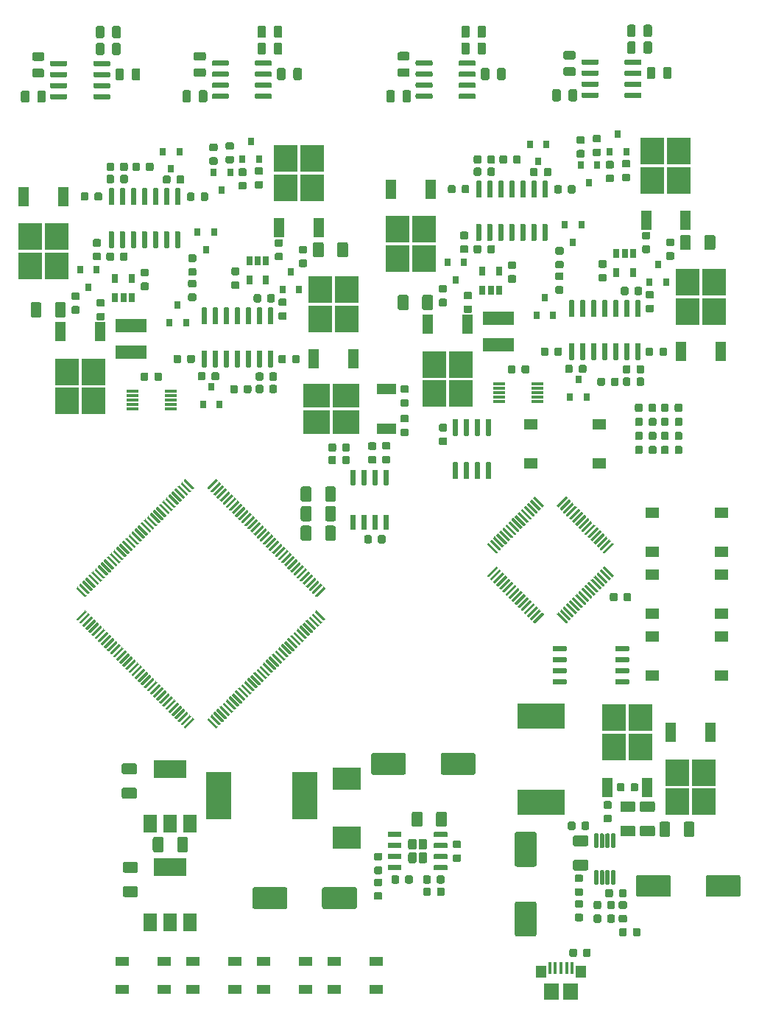
<source format=gbr>
G04 #@! TF.GenerationSoftware,KiCad,Pcbnew,5.1.5*
G04 #@! TF.CreationDate,2020-02-20T18:04:15+03:00*
G04 #@! TF.ProjectId,top,746f702e-6b69-4636-9164-5f7063625858,rev?*
G04 #@! TF.SameCoordinates,Original*
G04 #@! TF.FileFunction,Paste,Top*
G04 #@! TF.FilePolarity,Positive*
%FSLAX46Y46*%
G04 Gerber Fmt 4.6, Leading zero omitted, Abs format (unit mm)*
G04 Created by KiCad (PCBNEW 5.1.5) date 2020-02-20 18:04:15*
%MOMM*%
%LPD*%
G04 APERTURE LIST*
%ADD10R,0.800000X0.900000*%
%ADD11R,1.200000X2.200000*%
%ADD12R,2.750000X3.050000*%
%ADD13C,0.100000*%
%ADD14R,3.300000X2.500000*%
%ADD15R,1.500000X1.000000*%
%ADD16R,1.750000X1.900000*%
%ADD17R,0.400000X1.400000*%
%ADD18R,1.150000X1.450000*%
%ADD19R,3.600000X1.500000*%
%ADD20R,2.900000X5.400000*%
%ADD21R,5.400000X2.900000*%
%ADD22R,2.200000X1.200000*%
%ADD23R,3.050000X2.750000*%
%ADD24R,1.550000X1.300000*%
%ADD25R,0.650000X1.060000*%
%ADD26R,1.400000X0.300000*%
%ADD27R,3.800000X2.000000*%
%ADD28R,1.500000X2.000000*%
G04 APERTURE END LIST*
D10*
X136045001Y-64095001D03*
X134145001Y-64095001D03*
X135095001Y-66095001D03*
D11*
X154850000Y-131720000D03*
X150290000Y-131720000D03*
D12*
X151045000Y-139695000D03*
X154095000Y-136345000D03*
X154095000Y-139695000D03*
X151045000Y-136345000D03*
D10*
X93810000Y-64940000D03*
X91910000Y-64940000D03*
X92860000Y-66940000D03*
X139695001Y-91165001D03*
X140645001Y-93165001D03*
X138745001Y-93165001D03*
X96510000Y-94010000D03*
X98410000Y-94010000D03*
X97460000Y-92010000D03*
D13*
G36*
X124417691Y-97818553D02*
G01*
X124438926Y-97821703D01*
X124459750Y-97826919D01*
X124479962Y-97834151D01*
X124499368Y-97843330D01*
X124517781Y-97854366D01*
X124535024Y-97867154D01*
X124550930Y-97881570D01*
X124565346Y-97897476D01*
X124578134Y-97914719D01*
X124589170Y-97933132D01*
X124598349Y-97952538D01*
X124605581Y-97972750D01*
X124610797Y-97993574D01*
X124613947Y-98014809D01*
X124615000Y-98036250D01*
X124615000Y-98473750D01*
X124613947Y-98495191D01*
X124610797Y-98516426D01*
X124605581Y-98537250D01*
X124598349Y-98557462D01*
X124589170Y-98576868D01*
X124578134Y-98595281D01*
X124565346Y-98612524D01*
X124550930Y-98628430D01*
X124535024Y-98642846D01*
X124517781Y-98655634D01*
X124499368Y-98666670D01*
X124479962Y-98675849D01*
X124459750Y-98683081D01*
X124438926Y-98688297D01*
X124417691Y-98691447D01*
X124396250Y-98692500D01*
X123883750Y-98692500D01*
X123862309Y-98691447D01*
X123841074Y-98688297D01*
X123820250Y-98683081D01*
X123800038Y-98675849D01*
X123780632Y-98666670D01*
X123762219Y-98655634D01*
X123744976Y-98642846D01*
X123729070Y-98628430D01*
X123714654Y-98612524D01*
X123701866Y-98595281D01*
X123690830Y-98576868D01*
X123681651Y-98557462D01*
X123674419Y-98537250D01*
X123669203Y-98516426D01*
X123666053Y-98495191D01*
X123665000Y-98473750D01*
X123665000Y-98036250D01*
X123666053Y-98014809D01*
X123669203Y-97993574D01*
X123674419Y-97972750D01*
X123681651Y-97952538D01*
X123690830Y-97933132D01*
X123701866Y-97914719D01*
X123714654Y-97897476D01*
X123729070Y-97881570D01*
X123744976Y-97867154D01*
X123762219Y-97854366D01*
X123780632Y-97843330D01*
X123800038Y-97834151D01*
X123820250Y-97826919D01*
X123841074Y-97821703D01*
X123862309Y-97818553D01*
X123883750Y-97817500D01*
X124396250Y-97817500D01*
X124417691Y-97818553D01*
G37*
G36*
X124417691Y-96243553D02*
G01*
X124438926Y-96246703D01*
X124459750Y-96251919D01*
X124479962Y-96259151D01*
X124499368Y-96268330D01*
X124517781Y-96279366D01*
X124535024Y-96292154D01*
X124550930Y-96306570D01*
X124565346Y-96322476D01*
X124578134Y-96339719D01*
X124589170Y-96358132D01*
X124598349Y-96377538D01*
X124605581Y-96397750D01*
X124610797Y-96418574D01*
X124613947Y-96439809D01*
X124615000Y-96461250D01*
X124615000Y-96898750D01*
X124613947Y-96920191D01*
X124610797Y-96941426D01*
X124605581Y-96962250D01*
X124598349Y-96982462D01*
X124589170Y-97001868D01*
X124578134Y-97020281D01*
X124565346Y-97037524D01*
X124550930Y-97053430D01*
X124535024Y-97067846D01*
X124517781Y-97080634D01*
X124499368Y-97091670D01*
X124479962Y-97100849D01*
X124459750Y-97108081D01*
X124438926Y-97113297D01*
X124417691Y-97116447D01*
X124396250Y-97117500D01*
X123883750Y-97117500D01*
X123862309Y-97116447D01*
X123841074Y-97113297D01*
X123820250Y-97108081D01*
X123800038Y-97100849D01*
X123780632Y-97091670D01*
X123762219Y-97080634D01*
X123744976Y-97067846D01*
X123729070Y-97053430D01*
X123714654Y-97037524D01*
X123701866Y-97020281D01*
X123690830Y-97001868D01*
X123681651Y-96982462D01*
X123674419Y-96962250D01*
X123669203Y-96941426D01*
X123666053Y-96920191D01*
X123665000Y-96898750D01*
X123665000Y-96461250D01*
X123666053Y-96439809D01*
X123669203Y-96418574D01*
X123674419Y-96397750D01*
X123681651Y-96377538D01*
X123690830Y-96358132D01*
X123701866Y-96339719D01*
X123714654Y-96322476D01*
X123729070Y-96306570D01*
X123744976Y-96292154D01*
X123762219Y-96279366D01*
X123780632Y-96268330D01*
X123800038Y-96259151D01*
X123820250Y-96251919D01*
X123841074Y-96246703D01*
X123862309Y-96243553D01*
X123883750Y-96242500D01*
X124396250Y-96242500D01*
X124417691Y-96243553D01*
G37*
G36*
X96612691Y-90306053D02*
G01*
X96633926Y-90309203D01*
X96654750Y-90314419D01*
X96674962Y-90321651D01*
X96694368Y-90330830D01*
X96712781Y-90341866D01*
X96730024Y-90354654D01*
X96745930Y-90369070D01*
X96760346Y-90384976D01*
X96773134Y-90402219D01*
X96784170Y-90420632D01*
X96793349Y-90440038D01*
X96800581Y-90460250D01*
X96805797Y-90481074D01*
X96808947Y-90502309D01*
X96810000Y-90523750D01*
X96810000Y-91036250D01*
X96808947Y-91057691D01*
X96805797Y-91078926D01*
X96800581Y-91099750D01*
X96793349Y-91119962D01*
X96784170Y-91139368D01*
X96773134Y-91157781D01*
X96760346Y-91175024D01*
X96745930Y-91190930D01*
X96730024Y-91205346D01*
X96712781Y-91218134D01*
X96694368Y-91229170D01*
X96674962Y-91238349D01*
X96654750Y-91245581D01*
X96633926Y-91250797D01*
X96612691Y-91253947D01*
X96591250Y-91255000D01*
X96153750Y-91255000D01*
X96132309Y-91253947D01*
X96111074Y-91250797D01*
X96090250Y-91245581D01*
X96070038Y-91238349D01*
X96050632Y-91229170D01*
X96032219Y-91218134D01*
X96014976Y-91205346D01*
X95999070Y-91190930D01*
X95984654Y-91175024D01*
X95971866Y-91157781D01*
X95960830Y-91139368D01*
X95951651Y-91119962D01*
X95944419Y-91099750D01*
X95939203Y-91078926D01*
X95936053Y-91057691D01*
X95935000Y-91036250D01*
X95935000Y-90523750D01*
X95936053Y-90502309D01*
X95939203Y-90481074D01*
X95944419Y-90460250D01*
X95951651Y-90440038D01*
X95960830Y-90420632D01*
X95971866Y-90402219D01*
X95984654Y-90384976D01*
X95999070Y-90369070D01*
X96014976Y-90354654D01*
X96032219Y-90341866D01*
X96050632Y-90330830D01*
X96070038Y-90321651D01*
X96090250Y-90314419D01*
X96111074Y-90309203D01*
X96132309Y-90306053D01*
X96153750Y-90305000D01*
X96591250Y-90305000D01*
X96612691Y-90306053D01*
G37*
G36*
X98187691Y-90306053D02*
G01*
X98208926Y-90309203D01*
X98229750Y-90314419D01*
X98249962Y-90321651D01*
X98269368Y-90330830D01*
X98287781Y-90341866D01*
X98305024Y-90354654D01*
X98320930Y-90369070D01*
X98335346Y-90384976D01*
X98348134Y-90402219D01*
X98359170Y-90420632D01*
X98368349Y-90440038D01*
X98375581Y-90460250D01*
X98380797Y-90481074D01*
X98383947Y-90502309D01*
X98385000Y-90523750D01*
X98385000Y-91036250D01*
X98383947Y-91057691D01*
X98380797Y-91078926D01*
X98375581Y-91099750D01*
X98368349Y-91119962D01*
X98359170Y-91139368D01*
X98348134Y-91157781D01*
X98335346Y-91175024D01*
X98320930Y-91190930D01*
X98305024Y-91205346D01*
X98287781Y-91218134D01*
X98269368Y-91229170D01*
X98249962Y-91238349D01*
X98229750Y-91245581D01*
X98208926Y-91250797D01*
X98187691Y-91253947D01*
X98166250Y-91255000D01*
X97728750Y-91255000D01*
X97707309Y-91253947D01*
X97686074Y-91250797D01*
X97665250Y-91245581D01*
X97645038Y-91238349D01*
X97625632Y-91229170D01*
X97607219Y-91218134D01*
X97589976Y-91205346D01*
X97574070Y-91190930D01*
X97559654Y-91175024D01*
X97546866Y-91157781D01*
X97535830Y-91139368D01*
X97526651Y-91119962D01*
X97519419Y-91099750D01*
X97514203Y-91078926D01*
X97511053Y-91057691D01*
X97510000Y-91036250D01*
X97510000Y-90523750D01*
X97511053Y-90502309D01*
X97514203Y-90481074D01*
X97519419Y-90460250D01*
X97526651Y-90440038D01*
X97535830Y-90420632D01*
X97546866Y-90402219D01*
X97559654Y-90384976D01*
X97574070Y-90369070D01*
X97589976Y-90354654D01*
X97607219Y-90341866D01*
X97625632Y-90330830D01*
X97645038Y-90321651D01*
X97665250Y-90314419D01*
X97686074Y-90309203D01*
X97707309Y-90306053D01*
X97728750Y-90305000D01*
X98166250Y-90305000D01*
X98187691Y-90306053D01*
G37*
G36*
X92590191Y-67696053D02*
G01*
X92611426Y-67699203D01*
X92632250Y-67704419D01*
X92652462Y-67711651D01*
X92671868Y-67720830D01*
X92690281Y-67731866D01*
X92707524Y-67744654D01*
X92723430Y-67759070D01*
X92737846Y-67774976D01*
X92750634Y-67792219D01*
X92761670Y-67810632D01*
X92770849Y-67830038D01*
X92778081Y-67850250D01*
X92783297Y-67871074D01*
X92786447Y-67892309D01*
X92787500Y-67913750D01*
X92787500Y-68426250D01*
X92786447Y-68447691D01*
X92783297Y-68468926D01*
X92778081Y-68489750D01*
X92770849Y-68509962D01*
X92761670Y-68529368D01*
X92750634Y-68547781D01*
X92737846Y-68565024D01*
X92723430Y-68580930D01*
X92707524Y-68595346D01*
X92690281Y-68608134D01*
X92671868Y-68619170D01*
X92652462Y-68628349D01*
X92632250Y-68635581D01*
X92611426Y-68640797D01*
X92590191Y-68643947D01*
X92568750Y-68645000D01*
X92131250Y-68645000D01*
X92109809Y-68643947D01*
X92088574Y-68640797D01*
X92067750Y-68635581D01*
X92047538Y-68628349D01*
X92028132Y-68619170D01*
X92009719Y-68608134D01*
X91992476Y-68595346D01*
X91976570Y-68580930D01*
X91962154Y-68565024D01*
X91949366Y-68547781D01*
X91938330Y-68529368D01*
X91929151Y-68509962D01*
X91921919Y-68489750D01*
X91916703Y-68468926D01*
X91913553Y-68447691D01*
X91912500Y-68426250D01*
X91912500Y-67913750D01*
X91913553Y-67892309D01*
X91916703Y-67871074D01*
X91921919Y-67850250D01*
X91929151Y-67830038D01*
X91938330Y-67810632D01*
X91949366Y-67792219D01*
X91962154Y-67774976D01*
X91976570Y-67759070D01*
X91992476Y-67744654D01*
X92009719Y-67731866D01*
X92028132Y-67720830D01*
X92047538Y-67711651D01*
X92067750Y-67704419D01*
X92088574Y-67699203D01*
X92109809Y-67696053D01*
X92131250Y-67695000D01*
X92568750Y-67695000D01*
X92590191Y-67696053D01*
G37*
G36*
X94165191Y-67696053D02*
G01*
X94186426Y-67699203D01*
X94207250Y-67704419D01*
X94227462Y-67711651D01*
X94246868Y-67720830D01*
X94265281Y-67731866D01*
X94282524Y-67744654D01*
X94298430Y-67759070D01*
X94312846Y-67774976D01*
X94325634Y-67792219D01*
X94336670Y-67810632D01*
X94345849Y-67830038D01*
X94353081Y-67850250D01*
X94358297Y-67871074D01*
X94361447Y-67892309D01*
X94362500Y-67913750D01*
X94362500Y-68426250D01*
X94361447Y-68447691D01*
X94358297Y-68468926D01*
X94353081Y-68489750D01*
X94345849Y-68509962D01*
X94336670Y-68529368D01*
X94325634Y-68547781D01*
X94312846Y-68565024D01*
X94298430Y-68580930D01*
X94282524Y-68595346D01*
X94265281Y-68608134D01*
X94246868Y-68619170D01*
X94227462Y-68628349D01*
X94207250Y-68635581D01*
X94186426Y-68640797D01*
X94165191Y-68643947D01*
X94143750Y-68645000D01*
X93706250Y-68645000D01*
X93684809Y-68643947D01*
X93663574Y-68640797D01*
X93642750Y-68635581D01*
X93622538Y-68628349D01*
X93603132Y-68619170D01*
X93584719Y-68608134D01*
X93567476Y-68595346D01*
X93551570Y-68580930D01*
X93537154Y-68565024D01*
X93524366Y-68547781D01*
X93513330Y-68529368D01*
X93504151Y-68509962D01*
X93496919Y-68489750D01*
X93491703Y-68468926D01*
X93488553Y-68447691D01*
X93487500Y-68426250D01*
X93487500Y-67913750D01*
X93488553Y-67892309D01*
X93491703Y-67871074D01*
X93496919Y-67850250D01*
X93504151Y-67830038D01*
X93513330Y-67810632D01*
X93524366Y-67792219D01*
X93537154Y-67774976D01*
X93551570Y-67759070D01*
X93567476Y-67744654D01*
X93584719Y-67731866D01*
X93603132Y-67720830D01*
X93622538Y-67711651D01*
X93642750Y-67704419D01*
X93663574Y-67699203D01*
X93684809Y-67696053D01*
X93706250Y-67695000D01*
X94143750Y-67695000D01*
X94165191Y-67696053D01*
G37*
G36*
X100527691Y-79861053D02*
G01*
X100548926Y-79864203D01*
X100569750Y-79869419D01*
X100589962Y-79876651D01*
X100609368Y-79885830D01*
X100627781Y-79896866D01*
X100645024Y-79909654D01*
X100660930Y-79924070D01*
X100675346Y-79939976D01*
X100688134Y-79957219D01*
X100699170Y-79975632D01*
X100708349Y-79995038D01*
X100715581Y-80015250D01*
X100720797Y-80036074D01*
X100723947Y-80057309D01*
X100725000Y-80078750D01*
X100725000Y-80516250D01*
X100723947Y-80537691D01*
X100720797Y-80558926D01*
X100715581Y-80579750D01*
X100708349Y-80599962D01*
X100699170Y-80619368D01*
X100688134Y-80637781D01*
X100675346Y-80655024D01*
X100660930Y-80670930D01*
X100645024Y-80685346D01*
X100627781Y-80698134D01*
X100609368Y-80709170D01*
X100589962Y-80718349D01*
X100569750Y-80725581D01*
X100548926Y-80730797D01*
X100527691Y-80733947D01*
X100506250Y-80735000D01*
X99993750Y-80735000D01*
X99972309Y-80733947D01*
X99951074Y-80730797D01*
X99930250Y-80725581D01*
X99910038Y-80718349D01*
X99890632Y-80709170D01*
X99872219Y-80698134D01*
X99854976Y-80685346D01*
X99839070Y-80670930D01*
X99824654Y-80655024D01*
X99811866Y-80637781D01*
X99800830Y-80619368D01*
X99791651Y-80599962D01*
X99784419Y-80579750D01*
X99779203Y-80558926D01*
X99776053Y-80537691D01*
X99775000Y-80516250D01*
X99775000Y-80078750D01*
X99776053Y-80057309D01*
X99779203Y-80036074D01*
X99784419Y-80015250D01*
X99791651Y-79995038D01*
X99800830Y-79975632D01*
X99811866Y-79957219D01*
X99824654Y-79939976D01*
X99839070Y-79924070D01*
X99854976Y-79909654D01*
X99872219Y-79896866D01*
X99890632Y-79885830D01*
X99910038Y-79876651D01*
X99930250Y-79869419D01*
X99951074Y-79864203D01*
X99972309Y-79861053D01*
X99993750Y-79860000D01*
X100506250Y-79860000D01*
X100527691Y-79861053D01*
G37*
G36*
X100527691Y-78286053D02*
G01*
X100548926Y-78289203D01*
X100569750Y-78294419D01*
X100589962Y-78301651D01*
X100609368Y-78310830D01*
X100627781Y-78321866D01*
X100645024Y-78334654D01*
X100660930Y-78349070D01*
X100675346Y-78364976D01*
X100688134Y-78382219D01*
X100699170Y-78400632D01*
X100708349Y-78420038D01*
X100715581Y-78440250D01*
X100720797Y-78461074D01*
X100723947Y-78482309D01*
X100725000Y-78503750D01*
X100725000Y-78941250D01*
X100723947Y-78962691D01*
X100720797Y-78983926D01*
X100715581Y-79004750D01*
X100708349Y-79024962D01*
X100699170Y-79044368D01*
X100688134Y-79062781D01*
X100675346Y-79080024D01*
X100660930Y-79095930D01*
X100645024Y-79110346D01*
X100627781Y-79123134D01*
X100609368Y-79134170D01*
X100589962Y-79143349D01*
X100569750Y-79150581D01*
X100548926Y-79155797D01*
X100527691Y-79158947D01*
X100506250Y-79160000D01*
X99993750Y-79160000D01*
X99972309Y-79158947D01*
X99951074Y-79155797D01*
X99930250Y-79150581D01*
X99910038Y-79143349D01*
X99890632Y-79134170D01*
X99872219Y-79123134D01*
X99854976Y-79110346D01*
X99839070Y-79095930D01*
X99824654Y-79080024D01*
X99811866Y-79062781D01*
X99800830Y-79044368D01*
X99791651Y-79024962D01*
X99784419Y-79004750D01*
X99779203Y-78983926D01*
X99776053Y-78962691D01*
X99775000Y-78941250D01*
X99775000Y-78503750D01*
X99776053Y-78482309D01*
X99779203Y-78461074D01*
X99784419Y-78440250D01*
X99791651Y-78420038D01*
X99800830Y-78400632D01*
X99811866Y-78382219D01*
X99824654Y-78364976D01*
X99839070Y-78349070D01*
X99854976Y-78334654D01*
X99872219Y-78321866D01*
X99890632Y-78310830D01*
X99910038Y-78301651D01*
X99930250Y-78294419D01*
X99951074Y-78289203D01*
X99972309Y-78286053D01*
X99993750Y-78285000D01*
X100506250Y-78285000D01*
X100527691Y-78286053D01*
G37*
G36*
X90107691Y-80001053D02*
G01*
X90128926Y-80004203D01*
X90149750Y-80009419D01*
X90169962Y-80016651D01*
X90189368Y-80025830D01*
X90207781Y-80036866D01*
X90225024Y-80049654D01*
X90240930Y-80064070D01*
X90255346Y-80079976D01*
X90268134Y-80097219D01*
X90279170Y-80115632D01*
X90288349Y-80135038D01*
X90295581Y-80155250D01*
X90300797Y-80176074D01*
X90303947Y-80197309D01*
X90305000Y-80218750D01*
X90305000Y-80656250D01*
X90303947Y-80677691D01*
X90300797Y-80698926D01*
X90295581Y-80719750D01*
X90288349Y-80739962D01*
X90279170Y-80759368D01*
X90268134Y-80777781D01*
X90255346Y-80795024D01*
X90240930Y-80810930D01*
X90225024Y-80825346D01*
X90207781Y-80838134D01*
X90189368Y-80849170D01*
X90169962Y-80858349D01*
X90149750Y-80865581D01*
X90128926Y-80870797D01*
X90107691Y-80873947D01*
X90086250Y-80875000D01*
X89573750Y-80875000D01*
X89552309Y-80873947D01*
X89531074Y-80870797D01*
X89510250Y-80865581D01*
X89490038Y-80858349D01*
X89470632Y-80849170D01*
X89452219Y-80838134D01*
X89434976Y-80825346D01*
X89419070Y-80810930D01*
X89404654Y-80795024D01*
X89391866Y-80777781D01*
X89380830Y-80759368D01*
X89371651Y-80739962D01*
X89364419Y-80719750D01*
X89359203Y-80698926D01*
X89356053Y-80677691D01*
X89355000Y-80656250D01*
X89355000Y-80218750D01*
X89356053Y-80197309D01*
X89359203Y-80176074D01*
X89364419Y-80155250D01*
X89371651Y-80135038D01*
X89380830Y-80115632D01*
X89391866Y-80097219D01*
X89404654Y-80079976D01*
X89419070Y-80064070D01*
X89434976Y-80049654D01*
X89452219Y-80036866D01*
X89470632Y-80025830D01*
X89490038Y-80016651D01*
X89510250Y-80009419D01*
X89531074Y-80004203D01*
X89552309Y-80001053D01*
X89573750Y-80000000D01*
X90086250Y-80000000D01*
X90107691Y-80001053D01*
G37*
G36*
X90107691Y-78426053D02*
G01*
X90128926Y-78429203D01*
X90149750Y-78434419D01*
X90169962Y-78441651D01*
X90189368Y-78450830D01*
X90207781Y-78461866D01*
X90225024Y-78474654D01*
X90240930Y-78489070D01*
X90255346Y-78504976D01*
X90268134Y-78522219D01*
X90279170Y-78540632D01*
X90288349Y-78560038D01*
X90295581Y-78580250D01*
X90300797Y-78601074D01*
X90303947Y-78622309D01*
X90305000Y-78643750D01*
X90305000Y-79081250D01*
X90303947Y-79102691D01*
X90300797Y-79123926D01*
X90295581Y-79144750D01*
X90288349Y-79164962D01*
X90279170Y-79184368D01*
X90268134Y-79202781D01*
X90255346Y-79220024D01*
X90240930Y-79235930D01*
X90225024Y-79250346D01*
X90207781Y-79263134D01*
X90189368Y-79274170D01*
X90169962Y-79283349D01*
X90149750Y-79290581D01*
X90128926Y-79295797D01*
X90107691Y-79298947D01*
X90086250Y-79300000D01*
X89573750Y-79300000D01*
X89552309Y-79298947D01*
X89531074Y-79295797D01*
X89510250Y-79290581D01*
X89490038Y-79283349D01*
X89470632Y-79274170D01*
X89452219Y-79263134D01*
X89434976Y-79250346D01*
X89419070Y-79235930D01*
X89404654Y-79220024D01*
X89391866Y-79202781D01*
X89380830Y-79184368D01*
X89371651Y-79164962D01*
X89364419Y-79144750D01*
X89359203Y-79123926D01*
X89356053Y-79102691D01*
X89355000Y-79081250D01*
X89355000Y-78643750D01*
X89356053Y-78622309D01*
X89359203Y-78601074D01*
X89364419Y-78580250D01*
X89371651Y-78560038D01*
X89380830Y-78540632D01*
X89391866Y-78522219D01*
X89404654Y-78504976D01*
X89419070Y-78489070D01*
X89434976Y-78474654D01*
X89452219Y-78461866D01*
X89470632Y-78450830D01*
X89490038Y-78441651D01*
X89510250Y-78434419D01*
X89531074Y-78429203D01*
X89552309Y-78426053D01*
X89573750Y-78425000D01*
X90086250Y-78425000D01*
X90107691Y-78426053D01*
G37*
G36*
X104837691Y-90336053D02*
G01*
X104858926Y-90339203D01*
X104879750Y-90344419D01*
X104899962Y-90351651D01*
X104919368Y-90360830D01*
X104937781Y-90371866D01*
X104955024Y-90384654D01*
X104970930Y-90399070D01*
X104985346Y-90414976D01*
X104998134Y-90432219D01*
X105009170Y-90450632D01*
X105018349Y-90470038D01*
X105025581Y-90490250D01*
X105030797Y-90511074D01*
X105033947Y-90532309D01*
X105035000Y-90553750D01*
X105035000Y-91066250D01*
X105033947Y-91087691D01*
X105030797Y-91108926D01*
X105025581Y-91129750D01*
X105018349Y-91149962D01*
X105009170Y-91169368D01*
X104998134Y-91187781D01*
X104985346Y-91205024D01*
X104970930Y-91220930D01*
X104955024Y-91235346D01*
X104937781Y-91248134D01*
X104919368Y-91259170D01*
X104899962Y-91268349D01*
X104879750Y-91275581D01*
X104858926Y-91280797D01*
X104837691Y-91283947D01*
X104816250Y-91285000D01*
X104378750Y-91285000D01*
X104357309Y-91283947D01*
X104336074Y-91280797D01*
X104315250Y-91275581D01*
X104295038Y-91268349D01*
X104275632Y-91259170D01*
X104257219Y-91248134D01*
X104239976Y-91235346D01*
X104224070Y-91220930D01*
X104209654Y-91205024D01*
X104196866Y-91187781D01*
X104185830Y-91169368D01*
X104176651Y-91149962D01*
X104169419Y-91129750D01*
X104164203Y-91108926D01*
X104161053Y-91087691D01*
X104160000Y-91066250D01*
X104160000Y-90553750D01*
X104161053Y-90532309D01*
X104164203Y-90511074D01*
X104169419Y-90490250D01*
X104176651Y-90470038D01*
X104185830Y-90450632D01*
X104196866Y-90432219D01*
X104209654Y-90414976D01*
X104224070Y-90399070D01*
X104239976Y-90384654D01*
X104257219Y-90371866D01*
X104275632Y-90360830D01*
X104295038Y-90351651D01*
X104315250Y-90344419D01*
X104336074Y-90339203D01*
X104357309Y-90336053D01*
X104378750Y-90335000D01*
X104816250Y-90335000D01*
X104837691Y-90336053D01*
G37*
G36*
X103262691Y-90336053D02*
G01*
X103283926Y-90339203D01*
X103304750Y-90344419D01*
X103324962Y-90351651D01*
X103344368Y-90360830D01*
X103362781Y-90371866D01*
X103380024Y-90384654D01*
X103395930Y-90399070D01*
X103410346Y-90414976D01*
X103423134Y-90432219D01*
X103434170Y-90450632D01*
X103443349Y-90470038D01*
X103450581Y-90490250D01*
X103455797Y-90511074D01*
X103458947Y-90532309D01*
X103460000Y-90553750D01*
X103460000Y-91066250D01*
X103458947Y-91087691D01*
X103455797Y-91108926D01*
X103450581Y-91129750D01*
X103443349Y-91149962D01*
X103434170Y-91169368D01*
X103423134Y-91187781D01*
X103410346Y-91205024D01*
X103395930Y-91220930D01*
X103380024Y-91235346D01*
X103362781Y-91248134D01*
X103344368Y-91259170D01*
X103324962Y-91268349D01*
X103304750Y-91275581D01*
X103283926Y-91280797D01*
X103262691Y-91283947D01*
X103241250Y-91285000D01*
X102803750Y-91285000D01*
X102782309Y-91283947D01*
X102761074Y-91280797D01*
X102740250Y-91275581D01*
X102720038Y-91268349D01*
X102700632Y-91259170D01*
X102682219Y-91248134D01*
X102664976Y-91235346D01*
X102649070Y-91220930D01*
X102634654Y-91205024D01*
X102621866Y-91187781D01*
X102610830Y-91169368D01*
X102601651Y-91149962D01*
X102594419Y-91129750D01*
X102589203Y-91108926D01*
X102586053Y-91087691D01*
X102585000Y-91066250D01*
X102585000Y-90553750D01*
X102586053Y-90532309D01*
X102589203Y-90511074D01*
X102594419Y-90490250D01*
X102601651Y-90470038D01*
X102610830Y-90450632D01*
X102621866Y-90432219D01*
X102634654Y-90414976D01*
X102649070Y-90399070D01*
X102664976Y-90384654D01*
X102682219Y-90371866D01*
X102700632Y-90360830D01*
X102720038Y-90351651D01*
X102740250Y-90344419D01*
X102761074Y-90339203D01*
X102782309Y-90336053D01*
X102803750Y-90335000D01*
X103241250Y-90335000D01*
X103262691Y-90336053D01*
G37*
G36*
X87677691Y-67636053D02*
G01*
X87698926Y-67639203D01*
X87719750Y-67644419D01*
X87739962Y-67651651D01*
X87759368Y-67660830D01*
X87777781Y-67671866D01*
X87795024Y-67684654D01*
X87810930Y-67699070D01*
X87825346Y-67714976D01*
X87838134Y-67732219D01*
X87849170Y-67750632D01*
X87858349Y-67770038D01*
X87865581Y-67790250D01*
X87870797Y-67811074D01*
X87873947Y-67832309D01*
X87875000Y-67853750D01*
X87875000Y-68366250D01*
X87873947Y-68387691D01*
X87870797Y-68408926D01*
X87865581Y-68429750D01*
X87858349Y-68449962D01*
X87849170Y-68469368D01*
X87838134Y-68487781D01*
X87825346Y-68505024D01*
X87810930Y-68520930D01*
X87795024Y-68535346D01*
X87777781Y-68548134D01*
X87759368Y-68559170D01*
X87739962Y-68568349D01*
X87719750Y-68575581D01*
X87698926Y-68580797D01*
X87677691Y-68583947D01*
X87656250Y-68585000D01*
X87218750Y-68585000D01*
X87197309Y-68583947D01*
X87176074Y-68580797D01*
X87155250Y-68575581D01*
X87135038Y-68568349D01*
X87115632Y-68559170D01*
X87097219Y-68548134D01*
X87079976Y-68535346D01*
X87064070Y-68520930D01*
X87049654Y-68505024D01*
X87036866Y-68487781D01*
X87025830Y-68469368D01*
X87016651Y-68449962D01*
X87009419Y-68429750D01*
X87004203Y-68408926D01*
X87001053Y-68387691D01*
X87000000Y-68366250D01*
X87000000Y-67853750D01*
X87001053Y-67832309D01*
X87004203Y-67811074D01*
X87009419Y-67790250D01*
X87016651Y-67770038D01*
X87025830Y-67750632D01*
X87036866Y-67732219D01*
X87049654Y-67714976D01*
X87064070Y-67699070D01*
X87079976Y-67684654D01*
X87097219Y-67671866D01*
X87115632Y-67660830D01*
X87135038Y-67651651D01*
X87155250Y-67644419D01*
X87176074Y-67639203D01*
X87197309Y-67636053D01*
X87218750Y-67635000D01*
X87656250Y-67635000D01*
X87677691Y-67636053D01*
G37*
G36*
X86102691Y-67636053D02*
G01*
X86123926Y-67639203D01*
X86144750Y-67644419D01*
X86164962Y-67651651D01*
X86184368Y-67660830D01*
X86202781Y-67671866D01*
X86220024Y-67684654D01*
X86235930Y-67699070D01*
X86250346Y-67714976D01*
X86263134Y-67732219D01*
X86274170Y-67750632D01*
X86283349Y-67770038D01*
X86290581Y-67790250D01*
X86295797Y-67811074D01*
X86298947Y-67832309D01*
X86300000Y-67853750D01*
X86300000Y-68366250D01*
X86298947Y-68387691D01*
X86295797Y-68408926D01*
X86290581Y-68429750D01*
X86283349Y-68449962D01*
X86274170Y-68469368D01*
X86263134Y-68487781D01*
X86250346Y-68505024D01*
X86235930Y-68520930D01*
X86220024Y-68535346D01*
X86202781Y-68548134D01*
X86184368Y-68559170D01*
X86164962Y-68568349D01*
X86144750Y-68575581D01*
X86123926Y-68580797D01*
X86102691Y-68583947D01*
X86081250Y-68585000D01*
X85643750Y-68585000D01*
X85622309Y-68583947D01*
X85601074Y-68580797D01*
X85580250Y-68575581D01*
X85560038Y-68568349D01*
X85540632Y-68559170D01*
X85522219Y-68548134D01*
X85504976Y-68535346D01*
X85489070Y-68520930D01*
X85474654Y-68505024D01*
X85461866Y-68487781D01*
X85450830Y-68469368D01*
X85441651Y-68449962D01*
X85434419Y-68429750D01*
X85429203Y-68408926D01*
X85426053Y-68387691D01*
X85425000Y-68366250D01*
X85425000Y-67853750D01*
X85426053Y-67832309D01*
X85429203Y-67811074D01*
X85434419Y-67790250D01*
X85441651Y-67770038D01*
X85450830Y-67750632D01*
X85461866Y-67732219D01*
X85474654Y-67714976D01*
X85489070Y-67699070D01*
X85504976Y-67684654D01*
X85522219Y-67671866D01*
X85540632Y-67660830D01*
X85560038Y-67651651D01*
X85580250Y-67644419D01*
X85601074Y-67639203D01*
X85622309Y-67636053D01*
X85643750Y-67635000D01*
X86081250Y-67635000D01*
X86102691Y-67636053D01*
G37*
G36*
X104597691Y-81346053D02*
G01*
X104618926Y-81349203D01*
X104639750Y-81354419D01*
X104659962Y-81361651D01*
X104679368Y-81370830D01*
X104697781Y-81381866D01*
X104715024Y-81394654D01*
X104730930Y-81409070D01*
X104745346Y-81424976D01*
X104758134Y-81442219D01*
X104769170Y-81460632D01*
X104778349Y-81480038D01*
X104785581Y-81500250D01*
X104790797Y-81521074D01*
X104793947Y-81542309D01*
X104795000Y-81563750D01*
X104795000Y-82076250D01*
X104793947Y-82097691D01*
X104790797Y-82118926D01*
X104785581Y-82139750D01*
X104778349Y-82159962D01*
X104769170Y-82179368D01*
X104758134Y-82197781D01*
X104745346Y-82215024D01*
X104730930Y-82230930D01*
X104715024Y-82245346D01*
X104697781Y-82258134D01*
X104679368Y-82269170D01*
X104659962Y-82278349D01*
X104639750Y-82285581D01*
X104618926Y-82290797D01*
X104597691Y-82293947D01*
X104576250Y-82295000D01*
X104138750Y-82295000D01*
X104117309Y-82293947D01*
X104096074Y-82290797D01*
X104075250Y-82285581D01*
X104055038Y-82278349D01*
X104035632Y-82269170D01*
X104017219Y-82258134D01*
X103999976Y-82245346D01*
X103984070Y-82230930D01*
X103969654Y-82215024D01*
X103956866Y-82197781D01*
X103945830Y-82179368D01*
X103936651Y-82159962D01*
X103929419Y-82139750D01*
X103924203Y-82118926D01*
X103921053Y-82097691D01*
X103920000Y-82076250D01*
X103920000Y-81563750D01*
X103921053Y-81542309D01*
X103924203Y-81521074D01*
X103929419Y-81500250D01*
X103936651Y-81480038D01*
X103945830Y-81460632D01*
X103956866Y-81442219D01*
X103969654Y-81424976D01*
X103984070Y-81409070D01*
X103999976Y-81394654D01*
X104017219Y-81381866D01*
X104035632Y-81370830D01*
X104055038Y-81361651D01*
X104075250Y-81354419D01*
X104096074Y-81349203D01*
X104117309Y-81346053D01*
X104138750Y-81345000D01*
X104576250Y-81345000D01*
X104597691Y-81346053D01*
G37*
G36*
X103022691Y-81346053D02*
G01*
X103043926Y-81349203D01*
X103064750Y-81354419D01*
X103084962Y-81361651D01*
X103104368Y-81370830D01*
X103122781Y-81381866D01*
X103140024Y-81394654D01*
X103155930Y-81409070D01*
X103170346Y-81424976D01*
X103183134Y-81442219D01*
X103194170Y-81460632D01*
X103203349Y-81480038D01*
X103210581Y-81500250D01*
X103215797Y-81521074D01*
X103218947Y-81542309D01*
X103220000Y-81563750D01*
X103220000Y-82076250D01*
X103218947Y-82097691D01*
X103215797Y-82118926D01*
X103210581Y-82139750D01*
X103203349Y-82159962D01*
X103194170Y-82179368D01*
X103183134Y-82197781D01*
X103170346Y-82215024D01*
X103155930Y-82230930D01*
X103140024Y-82245346D01*
X103122781Y-82258134D01*
X103104368Y-82269170D01*
X103084962Y-82278349D01*
X103064750Y-82285581D01*
X103043926Y-82290797D01*
X103022691Y-82293947D01*
X103001250Y-82295000D01*
X102563750Y-82295000D01*
X102542309Y-82293947D01*
X102521074Y-82290797D01*
X102500250Y-82285581D01*
X102480038Y-82278349D01*
X102460632Y-82269170D01*
X102442219Y-82258134D01*
X102424976Y-82245346D01*
X102409070Y-82230930D01*
X102394654Y-82215024D01*
X102381866Y-82197781D01*
X102370830Y-82179368D01*
X102361651Y-82159962D01*
X102354419Y-82139750D01*
X102349203Y-82118926D01*
X102346053Y-82097691D01*
X102345000Y-82076250D01*
X102345000Y-81563750D01*
X102346053Y-81542309D01*
X102349203Y-81521074D01*
X102354419Y-81500250D01*
X102361651Y-81480038D01*
X102370830Y-81460632D01*
X102381866Y-81442219D01*
X102394654Y-81424976D01*
X102409070Y-81409070D01*
X102424976Y-81394654D01*
X102442219Y-81381866D01*
X102460632Y-81370830D01*
X102480038Y-81361651D01*
X102500250Y-81354419D01*
X102521074Y-81349203D01*
X102542309Y-81346053D01*
X102563750Y-81345000D01*
X103001250Y-81345000D01*
X103022691Y-81346053D01*
G37*
G36*
X86092691Y-76546053D02*
G01*
X86113926Y-76549203D01*
X86134750Y-76554419D01*
X86154962Y-76561651D01*
X86174368Y-76570830D01*
X86192781Y-76581866D01*
X86210024Y-76594654D01*
X86225930Y-76609070D01*
X86240346Y-76624976D01*
X86253134Y-76642219D01*
X86264170Y-76660632D01*
X86273349Y-76680038D01*
X86280581Y-76700250D01*
X86285797Y-76721074D01*
X86288947Y-76742309D01*
X86290000Y-76763750D01*
X86290000Y-77276250D01*
X86288947Y-77297691D01*
X86285797Y-77318926D01*
X86280581Y-77339750D01*
X86273349Y-77359962D01*
X86264170Y-77379368D01*
X86253134Y-77397781D01*
X86240346Y-77415024D01*
X86225930Y-77430930D01*
X86210024Y-77445346D01*
X86192781Y-77458134D01*
X86174368Y-77469170D01*
X86154962Y-77478349D01*
X86134750Y-77485581D01*
X86113926Y-77490797D01*
X86092691Y-77493947D01*
X86071250Y-77495000D01*
X85633750Y-77495000D01*
X85612309Y-77493947D01*
X85591074Y-77490797D01*
X85570250Y-77485581D01*
X85550038Y-77478349D01*
X85530632Y-77469170D01*
X85512219Y-77458134D01*
X85494976Y-77445346D01*
X85479070Y-77430930D01*
X85464654Y-77415024D01*
X85451866Y-77397781D01*
X85440830Y-77379368D01*
X85431651Y-77359962D01*
X85424419Y-77339750D01*
X85419203Y-77318926D01*
X85416053Y-77297691D01*
X85415000Y-77276250D01*
X85415000Y-76763750D01*
X85416053Y-76742309D01*
X85419203Y-76721074D01*
X85424419Y-76700250D01*
X85431651Y-76680038D01*
X85440830Y-76660632D01*
X85451866Y-76642219D01*
X85464654Y-76624976D01*
X85479070Y-76609070D01*
X85494976Y-76594654D01*
X85512219Y-76581866D01*
X85530632Y-76570830D01*
X85550038Y-76561651D01*
X85570250Y-76554419D01*
X85591074Y-76549203D01*
X85612309Y-76546053D01*
X85633750Y-76545000D01*
X86071250Y-76545000D01*
X86092691Y-76546053D01*
G37*
G36*
X87667691Y-76546053D02*
G01*
X87688926Y-76549203D01*
X87709750Y-76554419D01*
X87729962Y-76561651D01*
X87749368Y-76570830D01*
X87767781Y-76581866D01*
X87785024Y-76594654D01*
X87800930Y-76609070D01*
X87815346Y-76624976D01*
X87828134Y-76642219D01*
X87839170Y-76660632D01*
X87848349Y-76680038D01*
X87855581Y-76700250D01*
X87860797Y-76721074D01*
X87863947Y-76742309D01*
X87865000Y-76763750D01*
X87865000Y-77276250D01*
X87863947Y-77297691D01*
X87860797Y-77318926D01*
X87855581Y-77339750D01*
X87848349Y-77359962D01*
X87839170Y-77379368D01*
X87828134Y-77397781D01*
X87815346Y-77415024D01*
X87800930Y-77430930D01*
X87785024Y-77445346D01*
X87767781Y-77458134D01*
X87749368Y-77469170D01*
X87729962Y-77478349D01*
X87709750Y-77485581D01*
X87688926Y-77490797D01*
X87667691Y-77493947D01*
X87646250Y-77495000D01*
X87208750Y-77495000D01*
X87187309Y-77493947D01*
X87166074Y-77490797D01*
X87145250Y-77485581D01*
X87125038Y-77478349D01*
X87105632Y-77469170D01*
X87087219Y-77458134D01*
X87069976Y-77445346D01*
X87054070Y-77430930D01*
X87039654Y-77415024D01*
X87026866Y-77397781D01*
X87015830Y-77379368D01*
X87006651Y-77359962D01*
X86999419Y-77339750D01*
X86994203Y-77318926D01*
X86991053Y-77297691D01*
X86990000Y-77276250D01*
X86990000Y-76763750D01*
X86991053Y-76742309D01*
X86994203Y-76721074D01*
X86999419Y-76700250D01*
X87006651Y-76680038D01*
X87015830Y-76660632D01*
X87026866Y-76642219D01*
X87039654Y-76624976D01*
X87054070Y-76609070D01*
X87069976Y-76594654D01*
X87087219Y-76581866D01*
X87105632Y-76570830D01*
X87125038Y-76561651D01*
X87145250Y-76554419D01*
X87166074Y-76549203D01*
X87187309Y-76546053D01*
X87208750Y-76545000D01*
X87646250Y-76545000D01*
X87667691Y-76546053D01*
G37*
G36*
X91607691Y-90346053D02*
G01*
X91628926Y-90349203D01*
X91649750Y-90354419D01*
X91669962Y-90361651D01*
X91689368Y-90370830D01*
X91707781Y-90381866D01*
X91725024Y-90394654D01*
X91740930Y-90409070D01*
X91755346Y-90424976D01*
X91768134Y-90442219D01*
X91779170Y-90460632D01*
X91788349Y-90480038D01*
X91795581Y-90500250D01*
X91800797Y-90521074D01*
X91803947Y-90542309D01*
X91805000Y-90563750D01*
X91805000Y-91076250D01*
X91803947Y-91097691D01*
X91800797Y-91118926D01*
X91795581Y-91139750D01*
X91788349Y-91159962D01*
X91779170Y-91179368D01*
X91768134Y-91197781D01*
X91755346Y-91215024D01*
X91740930Y-91230930D01*
X91725024Y-91245346D01*
X91707781Y-91258134D01*
X91689368Y-91269170D01*
X91669962Y-91278349D01*
X91649750Y-91285581D01*
X91628926Y-91290797D01*
X91607691Y-91293947D01*
X91586250Y-91295000D01*
X91148750Y-91295000D01*
X91127309Y-91293947D01*
X91106074Y-91290797D01*
X91085250Y-91285581D01*
X91065038Y-91278349D01*
X91045632Y-91269170D01*
X91027219Y-91258134D01*
X91009976Y-91245346D01*
X90994070Y-91230930D01*
X90979654Y-91215024D01*
X90966866Y-91197781D01*
X90955830Y-91179368D01*
X90946651Y-91159962D01*
X90939419Y-91139750D01*
X90934203Y-91118926D01*
X90931053Y-91097691D01*
X90930000Y-91076250D01*
X90930000Y-90563750D01*
X90931053Y-90542309D01*
X90934203Y-90521074D01*
X90939419Y-90500250D01*
X90946651Y-90480038D01*
X90955830Y-90460632D01*
X90966866Y-90442219D01*
X90979654Y-90424976D01*
X90994070Y-90409070D01*
X91009976Y-90394654D01*
X91027219Y-90381866D01*
X91045632Y-90370830D01*
X91065038Y-90361651D01*
X91085250Y-90354419D01*
X91106074Y-90349203D01*
X91127309Y-90346053D01*
X91148750Y-90345000D01*
X91586250Y-90345000D01*
X91607691Y-90346053D01*
G37*
G36*
X90032691Y-90346053D02*
G01*
X90053926Y-90349203D01*
X90074750Y-90354419D01*
X90094962Y-90361651D01*
X90114368Y-90370830D01*
X90132781Y-90381866D01*
X90150024Y-90394654D01*
X90165930Y-90409070D01*
X90180346Y-90424976D01*
X90193134Y-90442219D01*
X90204170Y-90460632D01*
X90213349Y-90480038D01*
X90220581Y-90500250D01*
X90225797Y-90521074D01*
X90228947Y-90542309D01*
X90230000Y-90563750D01*
X90230000Y-91076250D01*
X90228947Y-91097691D01*
X90225797Y-91118926D01*
X90220581Y-91139750D01*
X90213349Y-91159962D01*
X90204170Y-91179368D01*
X90193134Y-91197781D01*
X90180346Y-91215024D01*
X90165930Y-91230930D01*
X90150024Y-91245346D01*
X90132781Y-91258134D01*
X90114368Y-91269170D01*
X90094962Y-91278349D01*
X90074750Y-91285581D01*
X90053926Y-91290797D01*
X90032691Y-91293947D01*
X90011250Y-91295000D01*
X89573750Y-91295000D01*
X89552309Y-91293947D01*
X89531074Y-91290797D01*
X89510250Y-91285581D01*
X89490038Y-91278349D01*
X89470632Y-91269170D01*
X89452219Y-91258134D01*
X89434976Y-91245346D01*
X89419070Y-91230930D01*
X89404654Y-91215024D01*
X89391866Y-91197781D01*
X89380830Y-91179368D01*
X89371651Y-91159962D01*
X89364419Y-91139750D01*
X89359203Y-91118926D01*
X89356053Y-91097691D01*
X89355000Y-91076250D01*
X89355000Y-90563750D01*
X89356053Y-90542309D01*
X89359203Y-90521074D01*
X89364419Y-90500250D01*
X89371651Y-90480038D01*
X89380830Y-90460632D01*
X89391866Y-90442219D01*
X89404654Y-90424976D01*
X89419070Y-90409070D01*
X89434976Y-90394654D01*
X89452219Y-90381866D01*
X89470632Y-90370830D01*
X89490038Y-90361651D01*
X89510250Y-90354419D01*
X89531074Y-90349203D01*
X89552309Y-90346053D01*
X89573750Y-90345000D01*
X90011250Y-90345000D01*
X90032691Y-90346053D01*
G37*
G36*
X142130192Y-151066055D02*
G01*
X142151427Y-151069205D01*
X142172251Y-151074421D01*
X142192463Y-151081653D01*
X142211869Y-151090832D01*
X142230282Y-151101868D01*
X142247525Y-151114656D01*
X142263431Y-151129072D01*
X142277847Y-151144978D01*
X142290635Y-151162221D01*
X142301671Y-151180634D01*
X142310850Y-151200040D01*
X142318082Y-151220252D01*
X142323298Y-151241076D01*
X142326448Y-151262311D01*
X142327501Y-151283752D01*
X142327501Y-151796252D01*
X142326448Y-151817693D01*
X142323298Y-151838928D01*
X142318082Y-151859752D01*
X142310850Y-151879964D01*
X142301671Y-151899370D01*
X142290635Y-151917783D01*
X142277847Y-151935026D01*
X142263431Y-151950932D01*
X142247525Y-151965348D01*
X142230282Y-151978136D01*
X142211869Y-151989172D01*
X142192463Y-151998351D01*
X142172251Y-152005583D01*
X142151427Y-152010799D01*
X142130192Y-152013949D01*
X142108751Y-152015002D01*
X141671251Y-152015002D01*
X141649810Y-152013949D01*
X141628575Y-152010799D01*
X141607751Y-152005583D01*
X141587539Y-151998351D01*
X141568133Y-151989172D01*
X141549720Y-151978136D01*
X141532477Y-151965348D01*
X141516571Y-151950932D01*
X141502155Y-151935026D01*
X141489367Y-151917783D01*
X141478331Y-151899370D01*
X141469152Y-151879964D01*
X141461920Y-151859752D01*
X141456704Y-151838928D01*
X141453554Y-151817693D01*
X141452501Y-151796252D01*
X141452501Y-151283752D01*
X141453554Y-151262311D01*
X141456704Y-151241076D01*
X141461920Y-151220252D01*
X141469152Y-151200040D01*
X141478331Y-151180634D01*
X141489367Y-151162221D01*
X141502155Y-151144978D01*
X141516571Y-151129072D01*
X141532477Y-151114656D01*
X141549720Y-151101868D01*
X141568133Y-151090832D01*
X141587539Y-151081653D01*
X141607751Y-151074421D01*
X141628575Y-151069205D01*
X141649810Y-151066055D01*
X141671251Y-151065002D01*
X142108751Y-151065002D01*
X142130192Y-151066055D01*
G37*
G36*
X143705192Y-151066055D02*
G01*
X143726427Y-151069205D01*
X143747251Y-151074421D01*
X143767463Y-151081653D01*
X143786869Y-151090832D01*
X143805282Y-151101868D01*
X143822525Y-151114656D01*
X143838431Y-151129072D01*
X143852847Y-151144978D01*
X143865635Y-151162221D01*
X143876671Y-151180634D01*
X143885850Y-151200040D01*
X143893082Y-151220252D01*
X143898298Y-151241076D01*
X143901448Y-151262311D01*
X143902501Y-151283752D01*
X143902501Y-151796252D01*
X143901448Y-151817693D01*
X143898298Y-151838928D01*
X143893082Y-151859752D01*
X143885850Y-151879964D01*
X143876671Y-151899370D01*
X143865635Y-151917783D01*
X143852847Y-151935026D01*
X143838431Y-151950932D01*
X143822525Y-151965348D01*
X143805282Y-151978136D01*
X143786869Y-151989172D01*
X143767463Y-151998351D01*
X143747251Y-152005583D01*
X143726427Y-152010799D01*
X143705192Y-152013949D01*
X143683751Y-152015002D01*
X143246251Y-152015002D01*
X143224810Y-152013949D01*
X143203575Y-152010799D01*
X143182751Y-152005583D01*
X143162539Y-151998351D01*
X143143133Y-151989172D01*
X143124720Y-151978136D01*
X143107477Y-151965348D01*
X143091571Y-151950932D01*
X143077155Y-151935026D01*
X143064367Y-151917783D01*
X143053331Y-151899370D01*
X143044152Y-151879964D01*
X143036920Y-151859752D01*
X143031704Y-151838928D01*
X143028554Y-151817693D01*
X143027501Y-151796252D01*
X143027501Y-151283752D01*
X143028554Y-151262311D01*
X143031704Y-151241076D01*
X143036920Y-151220252D01*
X143044152Y-151200040D01*
X143053331Y-151180634D01*
X143064367Y-151162221D01*
X143077155Y-151144978D01*
X143091571Y-151129072D01*
X143107477Y-151114656D01*
X143124720Y-151101868D01*
X143143133Y-151090832D01*
X143162539Y-151081653D01*
X143182751Y-151074421D01*
X143203575Y-151069205D01*
X143224810Y-151066055D01*
X143246251Y-151065002D01*
X143683751Y-151065002D01*
X143705192Y-151066055D01*
G37*
G36*
X140609504Y-143536204D02*
G01*
X140633773Y-143539804D01*
X140657571Y-143545765D01*
X140680671Y-143554030D01*
X140702849Y-143564520D01*
X140723893Y-143577133D01*
X140743598Y-143591747D01*
X140761777Y-143608223D01*
X140778253Y-143626402D01*
X140792867Y-143646107D01*
X140805480Y-143667151D01*
X140815970Y-143689329D01*
X140824235Y-143712429D01*
X140830196Y-143736227D01*
X140833796Y-143760496D01*
X140835000Y-143785000D01*
X140835000Y-144535000D01*
X140833796Y-144559504D01*
X140830196Y-144583773D01*
X140824235Y-144607571D01*
X140815970Y-144630671D01*
X140805480Y-144652849D01*
X140792867Y-144673893D01*
X140778253Y-144693598D01*
X140761777Y-144711777D01*
X140743598Y-144728253D01*
X140723893Y-144742867D01*
X140702849Y-144755480D01*
X140680671Y-144765970D01*
X140657571Y-144774235D01*
X140633773Y-144780196D01*
X140609504Y-144783796D01*
X140585000Y-144785000D01*
X139335000Y-144785000D01*
X139310496Y-144783796D01*
X139286227Y-144780196D01*
X139262429Y-144774235D01*
X139239329Y-144765970D01*
X139217151Y-144755480D01*
X139196107Y-144742867D01*
X139176402Y-144728253D01*
X139158223Y-144711777D01*
X139141747Y-144693598D01*
X139127133Y-144673893D01*
X139114520Y-144652849D01*
X139104030Y-144630671D01*
X139095765Y-144607571D01*
X139089804Y-144583773D01*
X139086204Y-144559504D01*
X139085000Y-144535000D01*
X139085000Y-143785000D01*
X139086204Y-143760496D01*
X139089804Y-143736227D01*
X139095765Y-143712429D01*
X139104030Y-143689329D01*
X139114520Y-143667151D01*
X139127133Y-143646107D01*
X139141747Y-143626402D01*
X139158223Y-143608223D01*
X139176402Y-143591747D01*
X139196107Y-143577133D01*
X139217151Y-143564520D01*
X139239329Y-143554030D01*
X139262429Y-143545765D01*
X139286227Y-143539804D01*
X139310496Y-143536204D01*
X139335000Y-143535000D01*
X140585000Y-143535000D01*
X140609504Y-143536204D01*
G37*
G36*
X140609504Y-146336204D02*
G01*
X140633773Y-146339804D01*
X140657571Y-146345765D01*
X140680671Y-146354030D01*
X140702849Y-146364520D01*
X140723893Y-146377133D01*
X140743598Y-146391747D01*
X140761777Y-146408223D01*
X140778253Y-146426402D01*
X140792867Y-146446107D01*
X140805480Y-146467151D01*
X140815970Y-146489329D01*
X140824235Y-146512429D01*
X140830196Y-146536227D01*
X140833796Y-146560496D01*
X140835000Y-146585000D01*
X140835000Y-147335000D01*
X140833796Y-147359504D01*
X140830196Y-147383773D01*
X140824235Y-147407571D01*
X140815970Y-147430671D01*
X140805480Y-147452849D01*
X140792867Y-147473893D01*
X140778253Y-147493598D01*
X140761777Y-147511777D01*
X140743598Y-147528253D01*
X140723893Y-147542867D01*
X140702849Y-147555480D01*
X140680671Y-147565970D01*
X140657571Y-147574235D01*
X140633773Y-147580196D01*
X140609504Y-147583796D01*
X140585000Y-147585000D01*
X139335000Y-147585000D01*
X139310496Y-147583796D01*
X139286227Y-147580196D01*
X139262429Y-147574235D01*
X139239329Y-147565970D01*
X139217151Y-147555480D01*
X139196107Y-147542867D01*
X139176402Y-147528253D01*
X139158223Y-147511777D01*
X139141747Y-147493598D01*
X139127133Y-147473893D01*
X139114520Y-147452849D01*
X139104030Y-147430671D01*
X139095765Y-147407571D01*
X139089804Y-147383773D01*
X139086204Y-147359504D01*
X139085000Y-147335000D01*
X139085000Y-146585000D01*
X139086204Y-146560496D01*
X139089804Y-146536227D01*
X139095765Y-146512429D01*
X139104030Y-146489329D01*
X139114520Y-146467151D01*
X139127133Y-146446107D01*
X139141747Y-146426402D01*
X139158223Y-146408223D01*
X139176402Y-146391747D01*
X139196107Y-146377133D01*
X139217151Y-146364520D01*
X139239329Y-146354030D01*
X139262429Y-146345765D01*
X139286227Y-146339804D01*
X139310496Y-146336204D01*
X139335000Y-146335000D01*
X140585000Y-146335000D01*
X140609504Y-146336204D01*
G37*
G36*
X145087691Y-152681052D02*
G01*
X145108926Y-152684202D01*
X145129750Y-152689418D01*
X145149962Y-152696650D01*
X145169368Y-152705829D01*
X145187781Y-152716865D01*
X145205024Y-152729653D01*
X145220930Y-152744069D01*
X145235346Y-152759975D01*
X145248134Y-152777218D01*
X145259170Y-152795631D01*
X145268349Y-152815037D01*
X145275581Y-152835249D01*
X145280797Y-152856073D01*
X145283947Y-152877308D01*
X145285000Y-152898749D01*
X145285000Y-153336249D01*
X145283947Y-153357690D01*
X145280797Y-153378925D01*
X145275581Y-153399749D01*
X145268349Y-153419961D01*
X145259170Y-153439367D01*
X145248134Y-153457780D01*
X145235346Y-153475023D01*
X145220930Y-153490929D01*
X145205024Y-153505345D01*
X145187781Y-153518133D01*
X145169368Y-153529169D01*
X145149962Y-153538348D01*
X145129750Y-153545580D01*
X145108926Y-153550796D01*
X145087691Y-153553946D01*
X145066250Y-153554999D01*
X144553750Y-153554999D01*
X144532309Y-153553946D01*
X144511074Y-153550796D01*
X144490250Y-153545580D01*
X144470038Y-153538348D01*
X144450632Y-153529169D01*
X144432219Y-153518133D01*
X144414976Y-153505345D01*
X144399070Y-153490929D01*
X144384654Y-153475023D01*
X144371866Y-153457780D01*
X144360830Y-153439367D01*
X144351651Y-153419961D01*
X144344419Y-153399749D01*
X144339203Y-153378925D01*
X144336053Y-153357690D01*
X144335000Y-153336249D01*
X144335000Y-152898749D01*
X144336053Y-152877308D01*
X144339203Y-152856073D01*
X144344419Y-152835249D01*
X144351651Y-152815037D01*
X144360830Y-152795631D01*
X144371866Y-152777218D01*
X144384654Y-152759975D01*
X144399070Y-152744069D01*
X144414976Y-152729653D01*
X144432219Y-152716865D01*
X144450632Y-152705829D01*
X144470038Y-152696650D01*
X144490250Y-152689418D01*
X144511074Y-152684202D01*
X144532309Y-152681052D01*
X144553750Y-152679999D01*
X145066250Y-152679999D01*
X145087691Y-152681052D01*
G37*
G36*
X145087691Y-151106052D02*
G01*
X145108926Y-151109202D01*
X145129750Y-151114418D01*
X145149962Y-151121650D01*
X145169368Y-151130829D01*
X145187781Y-151141865D01*
X145205024Y-151154653D01*
X145220930Y-151169069D01*
X145235346Y-151184975D01*
X145248134Y-151202218D01*
X145259170Y-151220631D01*
X145268349Y-151240037D01*
X145275581Y-151260249D01*
X145280797Y-151281073D01*
X145283947Y-151302308D01*
X145285000Y-151323749D01*
X145285000Y-151761249D01*
X145283947Y-151782690D01*
X145280797Y-151803925D01*
X145275581Y-151824749D01*
X145268349Y-151844961D01*
X145259170Y-151864367D01*
X145248134Y-151882780D01*
X145235346Y-151900023D01*
X145220930Y-151915929D01*
X145205024Y-151930345D01*
X145187781Y-151943133D01*
X145169368Y-151954169D01*
X145149962Y-151963348D01*
X145129750Y-151970580D01*
X145108926Y-151975796D01*
X145087691Y-151978946D01*
X145066250Y-151979999D01*
X144553750Y-151979999D01*
X144532309Y-151978946D01*
X144511074Y-151975796D01*
X144490250Y-151970580D01*
X144470038Y-151963348D01*
X144450632Y-151954169D01*
X144432219Y-151943133D01*
X144414976Y-151930345D01*
X144399070Y-151915929D01*
X144384654Y-151900023D01*
X144371866Y-151882780D01*
X144360830Y-151864367D01*
X144351651Y-151844961D01*
X144344419Y-151824749D01*
X144339203Y-151803925D01*
X144336053Y-151782690D01*
X144335000Y-151761249D01*
X144335000Y-151323749D01*
X144336053Y-151302308D01*
X144339203Y-151281073D01*
X144344419Y-151260249D01*
X144351651Y-151240037D01*
X144360830Y-151220631D01*
X144371866Y-151202218D01*
X144384654Y-151184975D01*
X144399070Y-151169069D01*
X144414976Y-151154653D01*
X144432219Y-151141865D01*
X144450632Y-151130829D01*
X144470038Y-151121650D01*
X144490250Y-151114418D01*
X144511074Y-151109202D01*
X144532309Y-151106052D01*
X144553750Y-151104999D01*
X145066250Y-151104999D01*
X145087691Y-151106052D01*
G37*
G36*
X134654504Y-143151204D02*
G01*
X134678773Y-143154804D01*
X134702571Y-143160765D01*
X134725671Y-143169030D01*
X134747849Y-143179520D01*
X134768893Y-143192133D01*
X134788598Y-143206747D01*
X134806777Y-143223223D01*
X134823253Y-143241402D01*
X134837867Y-143261107D01*
X134850480Y-143282151D01*
X134860970Y-143304329D01*
X134869235Y-143327429D01*
X134875196Y-143351227D01*
X134878796Y-143375496D01*
X134880000Y-143400000D01*
X134880000Y-146900000D01*
X134878796Y-146924504D01*
X134875196Y-146948773D01*
X134869235Y-146972571D01*
X134860970Y-146995671D01*
X134850480Y-147017849D01*
X134837867Y-147038893D01*
X134823253Y-147058598D01*
X134806777Y-147076777D01*
X134788598Y-147093253D01*
X134768893Y-147107867D01*
X134747849Y-147120480D01*
X134725671Y-147130970D01*
X134702571Y-147139235D01*
X134678773Y-147145196D01*
X134654504Y-147148796D01*
X134630000Y-147150000D01*
X132630000Y-147150000D01*
X132605496Y-147148796D01*
X132581227Y-147145196D01*
X132557429Y-147139235D01*
X132534329Y-147130970D01*
X132512151Y-147120480D01*
X132491107Y-147107867D01*
X132471402Y-147093253D01*
X132453223Y-147076777D01*
X132436747Y-147058598D01*
X132422133Y-147038893D01*
X132409520Y-147017849D01*
X132399030Y-146995671D01*
X132390765Y-146972571D01*
X132384804Y-146948773D01*
X132381204Y-146924504D01*
X132380000Y-146900000D01*
X132380000Y-143400000D01*
X132381204Y-143375496D01*
X132384804Y-143351227D01*
X132390765Y-143327429D01*
X132399030Y-143304329D01*
X132409520Y-143282151D01*
X132422133Y-143261107D01*
X132436747Y-143241402D01*
X132453223Y-143223223D01*
X132471402Y-143206747D01*
X132491107Y-143192133D01*
X132512151Y-143179520D01*
X132534329Y-143169030D01*
X132557429Y-143160765D01*
X132581227Y-143154804D01*
X132605496Y-143151204D01*
X132630000Y-143150000D01*
X134630000Y-143150000D01*
X134654504Y-143151204D01*
G37*
G36*
X134654504Y-151151204D02*
G01*
X134678773Y-151154804D01*
X134702571Y-151160765D01*
X134725671Y-151169030D01*
X134747849Y-151179520D01*
X134768893Y-151192133D01*
X134788598Y-151206747D01*
X134806777Y-151223223D01*
X134823253Y-151241402D01*
X134837867Y-151261107D01*
X134850480Y-151282151D01*
X134860970Y-151304329D01*
X134869235Y-151327429D01*
X134875196Y-151351227D01*
X134878796Y-151375496D01*
X134880000Y-151400000D01*
X134880000Y-154900000D01*
X134878796Y-154924504D01*
X134875196Y-154948773D01*
X134869235Y-154972571D01*
X134860970Y-154995671D01*
X134850480Y-155017849D01*
X134837867Y-155038893D01*
X134823253Y-155058598D01*
X134806777Y-155076777D01*
X134788598Y-155093253D01*
X134768893Y-155107867D01*
X134747849Y-155120480D01*
X134725671Y-155130970D01*
X134702571Y-155139235D01*
X134678773Y-155145196D01*
X134654504Y-155148796D01*
X134630000Y-155150000D01*
X132630000Y-155150000D01*
X132605496Y-155148796D01*
X132581227Y-155145196D01*
X132557429Y-155139235D01*
X132534329Y-155130970D01*
X132512151Y-155120480D01*
X132491107Y-155107867D01*
X132471402Y-155093253D01*
X132453223Y-155076777D01*
X132436747Y-155058598D01*
X132422133Y-155038893D01*
X132409520Y-155017849D01*
X132399030Y-154995671D01*
X132390765Y-154972571D01*
X132384804Y-154948773D01*
X132381204Y-154924504D01*
X132380000Y-154900000D01*
X132380000Y-151400000D01*
X132381204Y-151375496D01*
X132384804Y-151351227D01*
X132390765Y-151327429D01*
X132399030Y-151304329D01*
X132409520Y-151282151D01*
X132422133Y-151261107D01*
X132436747Y-151241402D01*
X132453223Y-151223223D01*
X132471402Y-151206747D01*
X132491107Y-151192133D01*
X132512151Y-151179520D01*
X132534329Y-151169030D01*
X132557429Y-151160765D01*
X132581227Y-151154804D01*
X132605496Y-151151204D01*
X132630000Y-151150000D01*
X134630000Y-151150000D01*
X134654504Y-151151204D01*
G37*
G36*
X118870191Y-148146053D02*
G01*
X118891426Y-148149203D01*
X118912250Y-148154419D01*
X118932462Y-148161651D01*
X118951868Y-148170830D01*
X118970281Y-148181866D01*
X118987524Y-148194654D01*
X119003430Y-148209070D01*
X119017846Y-148224976D01*
X119030634Y-148242219D01*
X119041670Y-148260632D01*
X119050849Y-148280038D01*
X119058081Y-148300250D01*
X119063297Y-148321074D01*
X119066447Y-148342309D01*
X119067500Y-148363750D01*
X119067500Y-148876250D01*
X119066447Y-148897691D01*
X119063297Y-148918926D01*
X119058081Y-148939750D01*
X119050849Y-148959962D01*
X119041670Y-148979368D01*
X119030634Y-148997781D01*
X119017846Y-149015024D01*
X119003430Y-149030930D01*
X118987524Y-149045346D01*
X118970281Y-149058134D01*
X118951868Y-149069170D01*
X118932462Y-149078349D01*
X118912250Y-149085581D01*
X118891426Y-149090797D01*
X118870191Y-149093947D01*
X118848750Y-149095000D01*
X118411250Y-149095000D01*
X118389809Y-149093947D01*
X118368574Y-149090797D01*
X118347750Y-149085581D01*
X118327538Y-149078349D01*
X118308132Y-149069170D01*
X118289719Y-149058134D01*
X118272476Y-149045346D01*
X118256570Y-149030930D01*
X118242154Y-149015024D01*
X118229366Y-148997781D01*
X118218330Y-148979368D01*
X118209151Y-148959962D01*
X118201919Y-148939750D01*
X118196703Y-148918926D01*
X118193553Y-148897691D01*
X118192500Y-148876250D01*
X118192500Y-148363750D01*
X118193553Y-148342309D01*
X118196703Y-148321074D01*
X118201919Y-148300250D01*
X118209151Y-148280038D01*
X118218330Y-148260632D01*
X118229366Y-148242219D01*
X118242154Y-148224976D01*
X118256570Y-148209070D01*
X118272476Y-148194654D01*
X118289719Y-148181866D01*
X118308132Y-148170830D01*
X118327538Y-148161651D01*
X118347750Y-148154419D01*
X118368574Y-148149203D01*
X118389809Y-148146053D01*
X118411250Y-148145000D01*
X118848750Y-148145000D01*
X118870191Y-148146053D01*
G37*
G36*
X120445191Y-148146053D02*
G01*
X120466426Y-148149203D01*
X120487250Y-148154419D01*
X120507462Y-148161651D01*
X120526868Y-148170830D01*
X120545281Y-148181866D01*
X120562524Y-148194654D01*
X120578430Y-148209070D01*
X120592846Y-148224976D01*
X120605634Y-148242219D01*
X120616670Y-148260632D01*
X120625849Y-148280038D01*
X120633081Y-148300250D01*
X120638297Y-148321074D01*
X120641447Y-148342309D01*
X120642500Y-148363750D01*
X120642500Y-148876250D01*
X120641447Y-148897691D01*
X120638297Y-148918926D01*
X120633081Y-148939750D01*
X120625849Y-148959962D01*
X120616670Y-148979368D01*
X120605634Y-148997781D01*
X120592846Y-149015024D01*
X120578430Y-149030930D01*
X120562524Y-149045346D01*
X120545281Y-149058134D01*
X120526868Y-149069170D01*
X120507462Y-149078349D01*
X120487250Y-149085581D01*
X120466426Y-149090797D01*
X120445191Y-149093947D01*
X120423750Y-149095000D01*
X119986250Y-149095000D01*
X119964809Y-149093947D01*
X119943574Y-149090797D01*
X119922750Y-149085581D01*
X119902538Y-149078349D01*
X119883132Y-149069170D01*
X119864719Y-149058134D01*
X119847476Y-149045346D01*
X119831570Y-149030930D01*
X119817154Y-149015024D01*
X119804366Y-148997781D01*
X119793330Y-148979368D01*
X119784151Y-148959962D01*
X119776919Y-148939750D01*
X119771703Y-148918926D01*
X119768553Y-148897691D01*
X119767500Y-148876250D01*
X119767500Y-148363750D01*
X119768553Y-148342309D01*
X119771703Y-148321074D01*
X119776919Y-148300250D01*
X119784151Y-148280038D01*
X119793330Y-148260632D01*
X119804366Y-148242219D01*
X119817154Y-148224976D01*
X119831570Y-148209070D01*
X119847476Y-148194654D01*
X119864719Y-148181866D01*
X119883132Y-148170830D01*
X119902538Y-148161651D01*
X119922750Y-148154419D01*
X119943574Y-148149203D01*
X119964809Y-148146053D01*
X119986250Y-148145000D01*
X120423750Y-148145000D01*
X120445191Y-148146053D01*
G37*
G36*
X140027691Y-148043553D02*
G01*
X140048926Y-148046703D01*
X140069750Y-148051919D01*
X140089962Y-148059151D01*
X140109368Y-148068330D01*
X140127781Y-148079366D01*
X140145024Y-148092154D01*
X140160930Y-148106570D01*
X140175346Y-148122476D01*
X140188134Y-148139719D01*
X140199170Y-148158132D01*
X140208349Y-148177538D01*
X140215581Y-148197750D01*
X140220797Y-148218574D01*
X140223947Y-148239809D01*
X140225000Y-148261250D01*
X140225000Y-148698750D01*
X140223947Y-148720191D01*
X140220797Y-148741426D01*
X140215581Y-148762250D01*
X140208349Y-148782462D01*
X140199170Y-148801868D01*
X140188134Y-148820281D01*
X140175346Y-148837524D01*
X140160930Y-148853430D01*
X140145024Y-148867846D01*
X140127781Y-148880634D01*
X140109368Y-148891670D01*
X140089962Y-148900849D01*
X140069750Y-148908081D01*
X140048926Y-148913297D01*
X140027691Y-148916447D01*
X140006250Y-148917500D01*
X139493750Y-148917500D01*
X139472309Y-148916447D01*
X139451074Y-148913297D01*
X139430250Y-148908081D01*
X139410038Y-148900849D01*
X139390632Y-148891670D01*
X139372219Y-148880634D01*
X139354976Y-148867846D01*
X139339070Y-148853430D01*
X139324654Y-148837524D01*
X139311866Y-148820281D01*
X139300830Y-148801868D01*
X139291651Y-148782462D01*
X139284419Y-148762250D01*
X139279203Y-148741426D01*
X139276053Y-148720191D01*
X139275000Y-148698750D01*
X139275000Y-148261250D01*
X139276053Y-148239809D01*
X139279203Y-148218574D01*
X139284419Y-148197750D01*
X139291651Y-148177538D01*
X139300830Y-148158132D01*
X139311866Y-148139719D01*
X139324654Y-148122476D01*
X139339070Y-148106570D01*
X139354976Y-148092154D01*
X139372219Y-148079366D01*
X139390632Y-148068330D01*
X139410038Y-148059151D01*
X139430250Y-148051919D01*
X139451074Y-148046703D01*
X139472309Y-148043553D01*
X139493750Y-148042500D01*
X140006250Y-148042500D01*
X140027691Y-148043553D01*
G37*
G36*
X140027691Y-149618553D02*
G01*
X140048926Y-149621703D01*
X140069750Y-149626919D01*
X140089962Y-149634151D01*
X140109368Y-149643330D01*
X140127781Y-149654366D01*
X140145024Y-149667154D01*
X140160930Y-149681570D01*
X140175346Y-149697476D01*
X140188134Y-149714719D01*
X140199170Y-149733132D01*
X140208349Y-149752538D01*
X140215581Y-149772750D01*
X140220797Y-149793574D01*
X140223947Y-149814809D01*
X140225000Y-149836250D01*
X140225000Y-150273750D01*
X140223947Y-150295191D01*
X140220797Y-150316426D01*
X140215581Y-150337250D01*
X140208349Y-150357462D01*
X140199170Y-150376868D01*
X140188134Y-150395281D01*
X140175346Y-150412524D01*
X140160930Y-150428430D01*
X140145024Y-150442846D01*
X140127781Y-150455634D01*
X140109368Y-150466670D01*
X140089962Y-150475849D01*
X140069750Y-150483081D01*
X140048926Y-150488297D01*
X140027691Y-150491447D01*
X140006250Y-150492500D01*
X139493750Y-150492500D01*
X139472309Y-150491447D01*
X139451074Y-150488297D01*
X139430250Y-150483081D01*
X139410038Y-150475849D01*
X139390632Y-150466670D01*
X139372219Y-150455634D01*
X139354976Y-150442846D01*
X139339070Y-150428430D01*
X139324654Y-150412524D01*
X139311866Y-150395281D01*
X139300830Y-150376868D01*
X139291651Y-150357462D01*
X139284419Y-150337250D01*
X139279203Y-150316426D01*
X139276053Y-150295191D01*
X139275000Y-150273750D01*
X139275000Y-149836250D01*
X139276053Y-149814809D01*
X139279203Y-149793574D01*
X139284419Y-149772750D01*
X139291651Y-149752538D01*
X139300830Y-149733132D01*
X139311866Y-149714719D01*
X139324654Y-149697476D01*
X139339070Y-149681570D01*
X139354976Y-149667154D01*
X139372219Y-149654366D01*
X139390632Y-149643330D01*
X139410038Y-149634151D01*
X139430250Y-149626919D01*
X139451074Y-149621703D01*
X139472309Y-149618553D01*
X139493750Y-149617500D01*
X140006250Y-149617500D01*
X140027691Y-149618553D01*
G37*
G36*
X116957691Y-145548552D02*
G01*
X116978926Y-145551702D01*
X116999750Y-145556918D01*
X117019962Y-145564150D01*
X117039368Y-145573329D01*
X117057781Y-145584365D01*
X117075024Y-145597153D01*
X117090930Y-145611569D01*
X117105346Y-145627475D01*
X117118134Y-145644718D01*
X117129170Y-145663131D01*
X117138349Y-145682537D01*
X117145581Y-145702749D01*
X117150797Y-145723573D01*
X117153947Y-145744808D01*
X117155000Y-145766249D01*
X117155000Y-146203749D01*
X117153947Y-146225190D01*
X117150797Y-146246425D01*
X117145581Y-146267249D01*
X117138349Y-146287461D01*
X117129170Y-146306867D01*
X117118134Y-146325280D01*
X117105346Y-146342523D01*
X117090930Y-146358429D01*
X117075024Y-146372845D01*
X117057781Y-146385633D01*
X117039368Y-146396669D01*
X117019962Y-146405848D01*
X116999750Y-146413080D01*
X116978926Y-146418296D01*
X116957691Y-146421446D01*
X116936250Y-146422499D01*
X116423750Y-146422499D01*
X116402309Y-146421446D01*
X116381074Y-146418296D01*
X116360250Y-146413080D01*
X116340038Y-146405848D01*
X116320632Y-146396669D01*
X116302219Y-146385633D01*
X116284976Y-146372845D01*
X116269070Y-146358429D01*
X116254654Y-146342523D01*
X116241866Y-146325280D01*
X116230830Y-146306867D01*
X116221651Y-146287461D01*
X116214419Y-146267249D01*
X116209203Y-146246425D01*
X116206053Y-146225190D01*
X116205000Y-146203749D01*
X116205000Y-145766249D01*
X116206053Y-145744808D01*
X116209203Y-145723573D01*
X116214419Y-145702749D01*
X116221651Y-145682537D01*
X116230830Y-145663131D01*
X116241866Y-145644718D01*
X116254654Y-145627475D01*
X116269070Y-145611569D01*
X116284976Y-145597153D01*
X116302219Y-145584365D01*
X116320632Y-145573329D01*
X116340038Y-145564150D01*
X116360250Y-145556918D01*
X116381074Y-145551702D01*
X116402309Y-145548552D01*
X116423750Y-145547499D01*
X116936250Y-145547499D01*
X116957691Y-145548552D01*
G37*
G36*
X116957691Y-147123552D02*
G01*
X116978926Y-147126702D01*
X116999750Y-147131918D01*
X117019962Y-147139150D01*
X117039368Y-147148329D01*
X117057781Y-147159365D01*
X117075024Y-147172153D01*
X117090930Y-147186569D01*
X117105346Y-147202475D01*
X117118134Y-147219718D01*
X117129170Y-147238131D01*
X117138349Y-147257537D01*
X117145581Y-147277749D01*
X117150797Y-147298573D01*
X117153947Y-147319808D01*
X117155000Y-147341249D01*
X117155000Y-147778749D01*
X117153947Y-147800190D01*
X117150797Y-147821425D01*
X117145581Y-147842249D01*
X117138349Y-147862461D01*
X117129170Y-147881867D01*
X117118134Y-147900280D01*
X117105346Y-147917523D01*
X117090930Y-147933429D01*
X117075024Y-147947845D01*
X117057781Y-147960633D01*
X117039368Y-147971669D01*
X117019962Y-147980848D01*
X116999750Y-147988080D01*
X116978926Y-147993296D01*
X116957691Y-147996446D01*
X116936250Y-147997499D01*
X116423750Y-147997499D01*
X116402309Y-147996446D01*
X116381074Y-147993296D01*
X116360250Y-147988080D01*
X116340038Y-147980848D01*
X116320632Y-147971669D01*
X116302219Y-147960633D01*
X116284976Y-147947845D01*
X116269070Y-147933429D01*
X116254654Y-147917523D01*
X116241866Y-147900280D01*
X116230830Y-147881867D01*
X116221651Y-147862461D01*
X116214419Y-147842249D01*
X116209203Y-147821425D01*
X116206053Y-147800190D01*
X116205000Y-147778749D01*
X116205000Y-147341249D01*
X116206053Y-147319808D01*
X116209203Y-147298573D01*
X116214419Y-147277749D01*
X116221651Y-147257537D01*
X116230830Y-147238131D01*
X116241866Y-147219718D01*
X116254654Y-147202475D01*
X116269070Y-147186569D01*
X116284976Y-147172153D01*
X116302219Y-147159365D01*
X116320632Y-147148329D01*
X116340038Y-147139150D01*
X116360250Y-147131918D01*
X116381074Y-147126702D01*
X116402309Y-147123552D01*
X116423750Y-147122499D01*
X116936250Y-147122499D01*
X116957691Y-147123552D01*
G37*
G36*
X125997691Y-145711053D02*
G01*
X126018926Y-145714203D01*
X126039750Y-145719419D01*
X126059962Y-145726651D01*
X126079368Y-145735830D01*
X126097781Y-145746866D01*
X126115024Y-145759654D01*
X126130930Y-145774070D01*
X126145346Y-145789976D01*
X126158134Y-145807219D01*
X126169170Y-145825632D01*
X126178349Y-145845038D01*
X126185581Y-145865250D01*
X126190797Y-145886074D01*
X126193947Y-145907309D01*
X126195000Y-145928750D01*
X126195000Y-146366250D01*
X126193947Y-146387691D01*
X126190797Y-146408926D01*
X126185581Y-146429750D01*
X126178349Y-146449962D01*
X126169170Y-146469368D01*
X126158134Y-146487781D01*
X126145346Y-146505024D01*
X126130930Y-146520930D01*
X126115024Y-146535346D01*
X126097781Y-146548134D01*
X126079368Y-146559170D01*
X126059962Y-146568349D01*
X126039750Y-146575581D01*
X126018926Y-146580797D01*
X125997691Y-146583947D01*
X125976250Y-146585000D01*
X125463750Y-146585000D01*
X125442309Y-146583947D01*
X125421074Y-146580797D01*
X125400250Y-146575581D01*
X125380038Y-146568349D01*
X125360632Y-146559170D01*
X125342219Y-146548134D01*
X125324976Y-146535346D01*
X125309070Y-146520930D01*
X125294654Y-146505024D01*
X125281866Y-146487781D01*
X125270830Y-146469368D01*
X125261651Y-146449962D01*
X125254419Y-146429750D01*
X125249203Y-146408926D01*
X125246053Y-146387691D01*
X125245000Y-146366250D01*
X125245000Y-145928750D01*
X125246053Y-145907309D01*
X125249203Y-145886074D01*
X125254419Y-145865250D01*
X125261651Y-145845038D01*
X125270830Y-145825632D01*
X125281866Y-145807219D01*
X125294654Y-145789976D01*
X125309070Y-145774070D01*
X125324976Y-145759654D01*
X125342219Y-145746866D01*
X125360632Y-145735830D01*
X125380038Y-145726651D01*
X125400250Y-145719419D01*
X125421074Y-145714203D01*
X125442309Y-145711053D01*
X125463750Y-145710000D01*
X125976250Y-145710000D01*
X125997691Y-145711053D01*
G37*
G36*
X125997691Y-144136053D02*
G01*
X126018926Y-144139203D01*
X126039750Y-144144419D01*
X126059962Y-144151651D01*
X126079368Y-144160830D01*
X126097781Y-144171866D01*
X126115024Y-144184654D01*
X126130930Y-144199070D01*
X126145346Y-144214976D01*
X126158134Y-144232219D01*
X126169170Y-144250632D01*
X126178349Y-144270038D01*
X126185581Y-144290250D01*
X126190797Y-144311074D01*
X126193947Y-144332309D01*
X126195000Y-144353750D01*
X126195000Y-144791250D01*
X126193947Y-144812691D01*
X126190797Y-144833926D01*
X126185581Y-144854750D01*
X126178349Y-144874962D01*
X126169170Y-144894368D01*
X126158134Y-144912781D01*
X126145346Y-144930024D01*
X126130930Y-144945930D01*
X126115024Y-144960346D01*
X126097781Y-144973134D01*
X126079368Y-144984170D01*
X126059962Y-144993349D01*
X126039750Y-145000581D01*
X126018926Y-145005797D01*
X125997691Y-145008947D01*
X125976250Y-145010000D01*
X125463750Y-145010000D01*
X125442309Y-145008947D01*
X125421074Y-145005797D01*
X125400250Y-145000581D01*
X125380038Y-144993349D01*
X125360632Y-144984170D01*
X125342219Y-144973134D01*
X125324976Y-144960346D01*
X125309070Y-144945930D01*
X125294654Y-144930024D01*
X125281866Y-144912781D01*
X125270830Y-144894368D01*
X125261651Y-144874962D01*
X125254419Y-144854750D01*
X125249203Y-144833926D01*
X125246053Y-144812691D01*
X125245000Y-144791250D01*
X125245000Y-144353750D01*
X125246053Y-144332309D01*
X125249203Y-144311074D01*
X125254419Y-144290250D01*
X125261651Y-144270038D01*
X125270830Y-144250632D01*
X125281866Y-144232219D01*
X125294654Y-144214976D01*
X125309070Y-144199070D01*
X125324976Y-144184654D01*
X125342219Y-144171866D01*
X125360632Y-144160830D01*
X125380038Y-144151651D01*
X125400250Y-144144419D01*
X125421074Y-144139203D01*
X125442309Y-144136053D01*
X125463750Y-144135000D01*
X125976250Y-144135000D01*
X125997691Y-144136053D01*
G37*
G36*
X121559504Y-140816204D02*
G01*
X121583773Y-140819804D01*
X121607571Y-140825765D01*
X121630671Y-140834030D01*
X121652849Y-140844520D01*
X121673893Y-140857133D01*
X121693598Y-140871747D01*
X121711777Y-140888223D01*
X121728253Y-140906402D01*
X121742867Y-140926107D01*
X121755480Y-140947151D01*
X121765970Y-140969329D01*
X121774235Y-140992429D01*
X121780196Y-141016227D01*
X121783796Y-141040496D01*
X121785000Y-141065000D01*
X121785000Y-142315000D01*
X121783796Y-142339504D01*
X121780196Y-142363773D01*
X121774235Y-142387571D01*
X121765970Y-142410671D01*
X121755480Y-142432849D01*
X121742867Y-142453893D01*
X121728253Y-142473598D01*
X121711777Y-142491777D01*
X121693598Y-142508253D01*
X121673893Y-142522867D01*
X121652849Y-142535480D01*
X121630671Y-142545970D01*
X121607571Y-142554235D01*
X121583773Y-142560196D01*
X121559504Y-142563796D01*
X121535000Y-142565000D01*
X120785000Y-142565000D01*
X120760496Y-142563796D01*
X120736227Y-142560196D01*
X120712429Y-142554235D01*
X120689329Y-142545970D01*
X120667151Y-142535480D01*
X120646107Y-142522867D01*
X120626402Y-142508253D01*
X120608223Y-142491777D01*
X120591747Y-142473598D01*
X120577133Y-142453893D01*
X120564520Y-142432849D01*
X120554030Y-142410671D01*
X120545765Y-142387571D01*
X120539804Y-142363773D01*
X120536204Y-142339504D01*
X120535000Y-142315000D01*
X120535000Y-141065000D01*
X120536204Y-141040496D01*
X120539804Y-141016227D01*
X120545765Y-140992429D01*
X120554030Y-140969329D01*
X120564520Y-140947151D01*
X120577133Y-140926107D01*
X120591747Y-140906402D01*
X120608223Y-140888223D01*
X120626402Y-140871747D01*
X120646107Y-140857133D01*
X120667151Y-140844520D01*
X120689329Y-140834030D01*
X120712429Y-140825765D01*
X120736227Y-140819804D01*
X120760496Y-140816204D01*
X120785000Y-140815000D01*
X121535000Y-140815000D01*
X121559504Y-140816204D01*
G37*
G36*
X124359504Y-140816204D02*
G01*
X124383773Y-140819804D01*
X124407571Y-140825765D01*
X124430671Y-140834030D01*
X124452849Y-140844520D01*
X124473893Y-140857133D01*
X124493598Y-140871747D01*
X124511777Y-140888223D01*
X124528253Y-140906402D01*
X124542867Y-140926107D01*
X124555480Y-140947151D01*
X124565970Y-140969329D01*
X124574235Y-140992429D01*
X124580196Y-141016227D01*
X124583796Y-141040496D01*
X124585000Y-141065000D01*
X124585000Y-142315000D01*
X124583796Y-142339504D01*
X124580196Y-142363773D01*
X124574235Y-142387571D01*
X124565970Y-142410671D01*
X124555480Y-142432849D01*
X124542867Y-142453893D01*
X124528253Y-142473598D01*
X124511777Y-142491777D01*
X124493598Y-142508253D01*
X124473893Y-142522867D01*
X124452849Y-142535480D01*
X124430671Y-142545970D01*
X124407571Y-142554235D01*
X124383773Y-142560196D01*
X124359504Y-142563796D01*
X124335000Y-142565000D01*
X123585000Y-142565000D01*
X123560496Y-142563796D01*
X123536227Y-142560196D01*
X123512429Y-142554235D01*
X123489329Y-142545970D01*
X123467151Y-142535480D01*
X123446107Y-142522867D01*
X123426402Y-142508253D01*
X123408223Y-142491777D01*
X123391747Y-142473598D01*
X123377133Y-142453893D01*
X123364520Y-142432849D01*
X123354030Y-142410671D01*
X123345765Y-142387571D01*
X123339804Y-142363773D01*
X123336204Y-142339504D01*
X123335000Y-142315000D01*
X123335000Y-141065000D01*
X123336204Y-141040496D01*
X123339804Y-141016227D01*
X123345765Y-140992429D01*
X123354030Y-140969329D01*
X123364520Y-140947151D01*
X123377133Y-140926107D01*
X123391747Y-140906402D01*
X123408223Y-140888223D01*
X123426402Y-140871747D01*
X123446107Y-140857133D01*
X123467151Y-140844520D01*
X123489329Y-140834030D01*
X123512429Y-140825765D01*
X123536227Y-140819804D01*
X123560496Y-140816204D01*
X123585000Y-140815000D01*
X124335000Y-140815000D01*
X124359504Y-140816204D01*
G37*
G36*
X127644504Y-134071204D02*
G01*
X127668773Y-134074804D01*
X127692571Y-134080765D01*
X127715671Y-134089030D01*
X127737849Y-134099520D01*
X127758893Y-134112133D01*
X127778598Y-134126747D01*
X127796777Y-134143223D01*
X127813253Y-134161402D01*
X127827867Y-134181107D01*
X127840480Y-134202151D01*
X127850970Y-134224329D01*
X127859235Y-134247429D01*
X127865196Y-134271227D01*
X127868796Y-134295496D01*
X127870000Y-134320000D01*
X127870000Y-136320000D01*
X127868796Y-136344504D01*
X127865196Y-136368773D01*
X127859235Y-136392571D01*
X127850970Y-136415671D01*
X127840480Y-136437849D01*
X127827867Y-136458893D01*
X127813253Y-136478598D01*
X127796777Y-136496777D01*
X127778598Y-136513253D01*
X127758893Y-136527867D01*
X127737849Y-136540480D01*
X127715671Y-136550970D01*
X127692571Y-136559235D01*
X127668773Y-136565196D01*
X127644504Y-136568796D01*
X127620000Y-136570000D01*
X124120000Y-136570000D01*
X124095496Y-136568796D01*
X124071227Y-136565196D01*
X124047429Y-136559235D01*
X124024329Y-136550970D01*
X124002151Y-136540480D01*
X123981107Y-136527867D01*
X123961402Y-136513253D01*
X123943223Y-136496777D01*
X123926747Y-136478598D01*
X123912133Y-136458893D01*
X123899520Y-136437849D01*
X123889030Y-136415671D01*
X123880765Y-136392571D01*
X123874804Y-136368773D01*
X123871204Y-136344504D01*
X123870000Y-136320000D01*
X123870000Y-134320000D01*
X123871204Y-134295496D01*
X123874804Y-134271227D01*
X123880765Y-134247429D01*
X123889030Y-134224329D01*
X123899520Y-134202151D01*
X123912133Y-134181107D01*
X123926747Y-134161402D01*
X123943223Y-134143223D01*
X123961402Y-134126747D01*
X123981107Y-134112133D01*
X124002151Y-134099520D01*
X124024329Y-134089030D01*
X124047429Y-134080765D01*
X124071227Y-134074804D01*
X124095496Y-134071204D01*
X124120000Y-134070000D01*
X127620000Y-134070000D01*
X127644504Y-134071204D01*
G37*
G36*
X119644504Y-134071204D02*
G01*
X119668773Y-134074804D01*
X119692571Y-134080765D01*
X119715671Y-134089030D01*
X119737849Y-134099520D01*
X119758893Y-134112133D01*
X119778598Y-134126747D01*
X119796777Y-134143223D01*
X119813253Y-134161402D01*
X119827867Y-134181107D01*
X119840480Y-134202151D01*
X119850970Y-134224329D01*
X119859235Y-134247429D01*
X119865196Y-134271227D01*
X119868796Y-134295496D01*
X119870000Y-134320000D01*
X119870000Y-136320000D01*
X119868796Y-136344504D01*
X119865196Y-136368773D01*
X119859235Y-136392571D01*
X119850970Y-136415671D01*
X119840480Y-136437849D01*
X119827867Y-136458893D01*
X119813253Y-136478598D01*
X119796777Y-136496777D01*
X119778598Y-136513253D01*
X119758893Y-136527867D01*
X119737849Y-136540480D01*
X119715671Y-136550970D01*
X119692571Y-136559235D01*
X119668773Y-136565196D01*
X119644504Y-136568796D01*
X119620000Y-136570000D01*
X116120000Y-136570000D01*
X116095496Y-136568796D01*
X116071227Y-136565196D01*
X116047429Y-136559235D01*
X116024329Y-136550970D01*
X116002151Y-136540480D01*
X115981107Y-136527867D01*
X115961402Y-136513253D01*
X115943223Y-136496777D01*
X115926747Y-136478598D01*
X115912133Y-136458893D01*
X115899520Y-136437849D01*
X115889030Y-136415671D01*
X115880765Y-136392571D01*
X115874804Y-136368773D01*
X115871204Y-136344504D01*
X115870000Y-136320000D01*
X115870000Y-134320000D01*
X115871204Y-134295496D01*
X115874804Y-134271227D01*
X115880765Y-134247429D01*
X115889030Y-134224329D01*
X115899520Y-134202151D01*
X115912133Y-134181107D01*
X115926747Y-134161402D01*
X115943223Y-134143223D01*
X115961402Y-134126747D01*
X115981107Y-134112133D01*
X116002151Y-134099520D01*
X116024329Y-134089030D01*
X116047429Y-134080765D01*
X116071227Y-134074804D01*
X116095496Y-134071204D01*
X116120000Y-134070000D01*
X119620000Y-134070000D01*
X119644504Y-134071204D01*
G37*
G36*
X94569504Y-143726204D02*
G01*
X94593773Y-143729804D01*
X94617571Y-143735765D01*
X94640671Y-143744030D01*
X94662849Y-143754520D01*
X94683893Y-143767133D01*
X94703598Y-143781747D01*
X94721777Y-143798223D01*
X94738253Y-143816402D01*
X94752867Y-143836107D01*
X94765480Y-143857151D01*
X94775970Y-143879329D01*
X94784235Y-143902429D01*
X94790196Y-143926227D01*
X94793796Y-143950496D01*
X94795000Y-143975000D01*
X94795000Y-145225000D01*
X94793796Y-145249504D01*
X94790196Y-145273773D01*
X94784235Y-145297571D01*
X94775970Y-145320671D01*
X94765480Y-145342849D01*
X94752867Y-145363893D01*
X94738253Y-145383598D01*
X94721777Y-145401777D01*
X94703598Y-145418253D01*
X94683893Y-145432867D01*
X94662849Y-145445480D01*
X94640671Y-145455970D01*
X94617571Y-145464235D01*
X94593773Y-145470196D01*
X94569504Y-145473796D01*
X94545000Y-145475000D01*
X93795000Y-145475000D01*
X93770496Y-145473796D01*
X93746227Y-145470196D01*
X93722429Y-145464235D01*
X93699329Y-145455970D01*
X93677151Y-145445480D01*
X93656107Y-145432867D01*
X93636402Y-145418253D01*
X93618223Y-145401777D01*
X93601747Y-145383598D01*
X93587133Y-145363893D01*
X93574520Y-145342849D01*
X93564030Y-145320671D01*
X93555765Y-145297571D01*
X93549804Y-145273773D01*
X93546204Y-145249504D01*
X93545000Y-145225000D01*
X93545000Y-143975000D01*
X93546204Y-143950496D01*
X93549804Y-143926227D01*
X93555765Y-143902429D01*
X93564030Y-143879329D01*
X93574520Y-143857151D01*
X93587133Y-143836107D01*
X93601747Y-143816402D01*
X93618223Y-143798223D01*
X93636402Y-143781747D01*
X93656107Y-143767133D01*
X93677151Y-143754520D01*
X93699329Y-143744030D01*
X93722429Y-143735765D01*
X93746227Y-143729804D01*
X93770496Y-143726204D01*
X93795000Y-143725000D01*
X94545000Y-143725000D01*
X94569504Y-143726204D01*
G37*
G36*
X91769504Y-143726204D02*
G01*
X91793773Y-143729804D01*
X91817571Y-143735765D01*
X91840671Y-143744030D01*
X91862849Y-143754520D01*
X91883893Y-143767133D01*
X91903598Y-143781747D01*
X91921777Y-143798223D01*
X91938253Y-143816402D01*
X91952867Y-143836107D01*
X91965480Y-143857151D01*
X91975970Y-143879329D01*
X91984235Y-143902429D01*
X91990196Y-143926227D01*
X91993796Y-143950496D01*
X91995000Y-143975000D01*
X91995000Y-145225000D01*
X91993796Y-145249504D01*
X91990196Y-145273773D01*
X91984235Y-145297571D01*
X91975970Y-145320671D01*
X91965480Y-145342849D01*
X91952867Y-145363893D01*
X91938253Y-145383598D01*
X91921777Y-145401777D01*
X91903598Y-145418253D01*
X91883893Y-145432867D01*
X91862849Y-145445480D01*
X91840671Y-145455970D01*
X91817571Y-145464235D01*
X91793773Y-145470196D01*
X91769504Y-145473796D01*
X91745000Y-145475000D01*
X90995000Y-145475000D01*
X90970496Y-145473796D01*
X90946227Y-145470196D01*
X90922429Y-145464235D01*
X90899329Y-145455970D01*
X90877151Y-145445480D01*
X90856107Y-145432867D01*
X90836402Y-145418253D01*
X90818223Y-145401777D01*
X90801747Y-145383598D01*
X90787133Y-145363893D01*
X90774520Y-145342849D01*
X90764030Y-145320671D01*
X90755765Y-145297571D01*
X90749804Y-145273773D01*
X90746204Y-145249504D01*
X90745000Y-145225000D01*
X90745000Y-143975000D01*
X90746204Y-143950496D01*
X90749804Y-143926227D01*
X90755765Y-143902429D01*
X90764030Y-143879329D01*
X90774520Y-143857151D01*
X90787133Y-143836107D01*
X90801747Y-143816402D01*
X90818223Y-143798223D01*
X90836402Y-143781747D01*
X90856107Y-143767133D01*
X90877151Y-143754520D01*
X90899329Y-143744030D01*
X90922429Y-143735765D01*
X90946227Y-143729804D01*
X90970496Y-143726204D01*
X90995000Y-143725000D01*
X91745000Y-143725000D01*
X91769504Y-143726204D01*
G37*
G36*
X113994504Y-149501204D02*
G01*
X114018773Y-149504804D01*
X114042571Y-149510765D01*
X114065671Y-149519030D01*
X114087849Y-149529520D01*
X114108893Y-149542133D01*
X114128598Y-149556747D01*
X114146777Y-149573223D01*
X114163253Y-149591402D01*
X114177867Y-149611107D01*
X114190480Y-149632151D01*
X114200970Y-149654329D01*
X114209235Y-149677429D01*
X114215196Y-149701227D01*
X114218796Y-149725496D01*
X114220000Y-149750000D01*
X114220000Y-151750000D01*
X114218796Y-151774504D01*
X114215196Y-151798773D01*
X114209235Y-151822571D01*
X114200970Y-151845671D01*
X114190480Y-151867849D01*
X114177867Y-151888893D01*
X114163253Y-151908598D01*
X114146777Y-151926777D01*
X114128598Y-151943253D01*
X114108893Y-151957867D01*
X114087849Y-151970480D01*
X114065671Y-151980970D01*
X114042571Y-151989235D01*
X114018773Y-151995196D01*
X113994504Y-151998796D01*
X113970000Y-152000000D01*
X110470000Y-152000000D01*
X110445496Y-151998796D01*
X110421227Y-151995196D01*
X110397429Y-151989235D01*
X110374329Y-151980970D01*
X110352151Y-151970480D01*
X110331107Y-151957867D01*
X110311402Y-151943253D01*
X110293223Y-151926777D01*
X110276747Y-151908598D01*
X110262133Y-151888893D01*
X110249520Y-151867849D01*
X110239030Y-151845671D01*
X110230765Y-151822571D01*
X110224804Y-151798773D01*
X110221204Y-151774504D01*
X110220000Y-151750000D01*
X110220000Y-149750000D01*
X110221204Y-149725496D01*
X110224804Y-149701227D01*
X110230765Y-149677429D01*
X110239030Y-149654329D01*
X110249520Y-149632151D01*
X110262133Y-149611107D01*
X110276747Y-149591402D01*
X110293223Y-149573223D01*
X110311402Y-149556747D01*
X110331107Y-149542133D01*
X110352151Y-149529520D01*
X110374329Y-149519030D01*
X110397429Y-149510765D01*
X110421227Y-149504804D01*
X110445496Y-149501204D01*
X110470000Y-149500000D01*
X113970000Y-149500000D01*
X113994504Y-149501204D01*
G37*
G36*
X105994504Y-149501204D02*
G01*
X106018773Y-149504804D01*
X106042571Y-149510765D01*
X106065671Y-149519030D01*
X106087849Y-149529520D01*
X106108893Y-149542133D01*
X106128598Y-149556747D01*
X106146777Y-149573223D01*
X106163253Y-149591402D01*
X106177867Y-149611107D01*
X106190480Y-149632151D01*
X106200970Y-149654329D01*
X106209235Y-149677429D01*
X106215196Y-149701227D01*
X106218796Y-149725496D01*
X106220000Y-149750000D01*
X106220000Y-151750000D01*
X106218796Y-151774504D01*
X106215196Y-151798773D01*
X106209235Y-151822571D01*
X106200970Y-151845671D01*
X106190480Y-151867849D01*
X106177867Y-151888893D01*
X106163253Y-151908598D01*
X106146777Y-151926777D01*
X106128598Y-151943253D01*
X106108893Y-151957867D01*
X106087849Y-151970480D01*
X106065671Y-151980970D01*
X106042571Y-151989235D01*
X106018773Y-151995196D01*
X105994504Y-151998796D01*
X105970000Y-152000000D01*
X102470000Y-152000000D01*
X102445496Y-151998796D01*
X102421227Y-151995196D01*
X102397429Y-151989235D01*
X102374329Y-151980970D01*
X102352151Y-151970480D01*
X102331107Y-151957867D01*
X102311402Y-151943253D01*
X102293223Y-151926777D01*
X102276747Y-151908598D01*
X102262133Y-151888893D01*
X102249520Y-151867849D01*
X102239030Y-151845671D01*
X102230765Y-151822571D01*
X102224804Y-151798773D01*
X102221204Y-151774504D01*
X102220000Y-151750000D01*
X102220000Y-149750000D01*
X102221204Y-149725496D01*
X102224804Y-149701227D01*
X102230765Y-149677429D01*
X102239030Y-149654329D01*
X102249520Y-149632151D01*
X102262133Y-149611107D01*
X102276747Y-149591402D01*
X102293223Y-149573223D01*
X102311402Y-149556747D01*
X102331107Y-149542133D01*
X102352151Y-149529520D01*
X102374329Y-149519030D01*
X102397429Y-149510765D01*
X102421227Y-149504804D01*
X102445496Y-149501204D01*
X102470000Y-149500000D01*
X105970000Y-149500000D01*
X105994504Y-149501204D01*
G37*
G36*
X150029504Y-141976204D02*
G01*
X150053773Y-141979804D01*
X150077571Y-141985765D01*
X150100671Y-141994030D01*
X150122849Y-142004520D01*
X150143893Y-142017133D01*
X150163598Y-142031747D01*
X150181777Y-142048223D01*
X150198253Y-142066402D01*
X150212867Y-142086107D01*
X150225480Y-142107151D01*
X150235970Y-142129329D01*
X150244235Y-142152429D01*
X150250196Y-142176227D01*
X150253796Y-142200496D01*
X150255000Y-142225000D01*
X150255000Y-143475000D01*
X150253796Y-143499504D01*
X150250196Y-143523773D01*
X150244235Y-143547571D01*
X150235970Y-143570671D01*
X150225480Y-143592849D01*
X150212867Y-143613893D01*
X150198253Y-143633598D01*
X150181777Y-143651777D01*
X150163598Y-143668253D01*
X150143893Y-143682867D01*
X150122849Y-143695480D01*
X150100671Y-143705970D01*
X150077571Y-143714235D01*
X150053773Y-143720196D01*
X150029504Y-143723796D01*
X150005000Y-143725000D01*
X149255000Y-143725000D01*
X149230496Y-143723796D01*
X149206227Y-143720196D01*
X149182429Y-143714235D01*
X149159329Y-143705970D01*
X149137151Y-143695480D01*
X149116107Y-143682867D01*
X149096402Y-143668253D01*
X149078223Y-143651777D01*
X149061747Y-143633598D01*
X149047133Y-143613893D01*
X149034520Y-143592849D01*
X149024030Y-143570671D01*
X149015765Y-143547571D01*
X149009804Y-143523773D01*
X149006204Y-143499504D01*
X149005000Y-143475000D01*
X149005000Y-142225000D01*
X149006204Y-142200496D01*
X149009804Y-142176227D01*
X149015765Y-142152429D01*
X149024030Y-142129329D01*
X149034520Y-142107151D01*
X149047133Y-142086107D01*
X149061747Y-142066402D01*
X149078223Y-142048223D01*
X149096402Y-142031747D01*
X149116107Y-142017133D01*
X149137151Y-142004520D01*
X149159329Y-141994030D01*
X149182429Y-141985765D01*
X149206227Y-141979804D01*
X149230496Y-141976204D01*
X149255000Y-141975000D01*
X150005000Y-141975000D01*
X150029504Y-141976204D01*
G37*
G36*
X152829504Y-141976204D02*
G01*
X152853773Y-141979804D01*
X152877571Y-141985765D01*
X152900671Y-141994030D01*
X152922849Y-142004520D01*
X152943893Y-142017133D01*
X152963598Y-142031747D01*
X152981777Y-142048223D01*
X152998253Y-142066402D01*
X153012867Y-142086107D01*
X153025480Y-142107151D01*
X153035970Y-142129329D01*
X153044235Y-142152429D01*
X153050196Y-142176227D01*
X153053796Y-142200496D01*
X153055000Y-142225000D01*
X153055000Y-143475000D01*
X153053796Y-143499504D01*
X153050196Y-143523773D01*
X153044235Y-143547571D01*
X153035970Y-143570671D01*
X153025480Y-143592849D01*
X153012867Y-143613893D01*
X152998253Y-143633598D01*
X152981777Y-143651777D01*
X152963598Y-143668253D01*
X152943893Y-143682867D01*
X152922849Y-143695480D01*
X152900671Y-143705970D01*
X152877571Y-143714235D01*
X152853773Y-143720196D01*
X152829504Y-143723796D01*
X152805000Y-143725000D01*
X152055000Y-143725000D01*
X152030496Y-143723796D01*
X152006227Y-143720196D01*
X151982429Y-143714235D01*
X151959329Y-143705970D01*
X151937151Y-143695480D01*
X151916107Y-143682867D01*
X151896402Y-143668253D01*
X151878223Y-143651777D01*
X151861747Y-143633598D01*
X151847133Y-143613893D01*
X151834520Y-143592849D01*
X151824030Y-143570671D01*
X151815765Y-143547571D01*
X151809804Y-143523773D01*
X151806204Y-143499504D01*
X151805000Y-143475000D01*
X151805000Y-142225000D01*
X151806204Y-142200496D01*
X151809804Y-142176227D01*
X151815765Y-142152429D01*
X151824030Y-142129329D01*
X151834520Y-142107151D01*
X151847133Y-142086107D01*
X151861747Y-142066402D01*
X151878223Y-142048223D01*
X151896402Y-142031747D01*
X151916107Y-142017133D01*
X151937151Y-142004520D01*
X151959329Y-141994030D01*
X151982429Y-141985765D01*
X152006227Y-141979804D01*
X152030496Y-141976204D01*
X152055000Y-141975000D01*
X152805000Y-141975000D01*
X152829504Y-141976204D01*
G37*
G36*
X150114505Y-148111204D02*
G01*
X150138774Y-148114804D01*
X150162572Y-148120765D01*
X150185672Y-148129030D01*
X150207850Y-148139520D01*
X150228894Y-148152133D01*
X150248599Y-148166747D01*
X150266778Y-148183223D01*
X150283254Y-148201402D01*
X150297868Y-148221107D01*
X150310481Y-148242151D01*
X150320971Y-148264329D01*
X150329236Y-148287429D01*
X150335197Y-148311227D01*
X150338797Y-148335496D01*
X150340001Y-148360000D01*
X150340001Y-150360000D01*
X150338797Y-150384504D01*
X150335197Y-150408773D01*
X150329236Y-150432571D01*
X150320971Y-150455671D01*
X150310481Y-150477849D01*
X150297868Y-150498893D01*
X150283254Y-150518598D01*
X150266778Y-150536777D01*
X150248599Y-150553253D01*
X150228894Y-150567867D01*
X150207850Y-150580480D01*
X150185672Y-150590970D01*
X150162572Y-150599235D01*
X150138774Y-150605196D01*
X150114505Y-150608796D01*
X150090001Y-150610000D01*
X146590001Y-150610000D01*
X146565497Y-150608796D01*
X146541228Y-150605196D01*
X146517430Y-150599235D01*
X146494330Y-150590970D01*
X146472152Y-150580480D01*
X146451108Y-150567867D01*
X146431403Y-150553253D01*
X146413224Y-150536777D01*
X146396748Y-150518598D01*
X146382134Y-150498893D01*
X146369521Y-150477849D01*
X146359031Y-150455671D01*
X146350766Y-150432571D01*
X146344805Y-150408773D01*
X146341205Y-150384504D01*
X146340001Y-150360000D01*
X146340001Y-148360000D01*
X146341205Y-148335496D01*
X146344805Y-148311227D01*
X146350766Y-148287429D01*
X146359031Y-148264329D01*
X146369521Y-148242151D01*
X146382134Y-148221107D01*
X146396748Y-148201402D01*
X146413224Y-148183223D01*
X146431403Y-148166747D01*
X146451108Y-148152133D01*
X146472152Y-148139520D01*
X146494330Y-148129030D01*
X146517430Y-148120765D01*
X146541228Y-148114804D01*
X146565497Y-148111204D01*
X146590001Y-148110000D01*
X150090001Y-148110000D01*
X150114505Y-148111204D01*
G37*
G36*
X158114505Y-148111204D02*
G01*
X158138774Y-148114804D01*
X158162572Y-148120765D01*
X158185672Y-148129030D01*
X158207850Y-148139520D01*
X158228894Y-148152133D01*
X158248599Y-148166747D01*
X158266778Y-148183223D01*
X158283254Y-148201402D01*
X158297868Y-148221107D01*
X158310481Y-148242151D01*
X158320971Y-148264329D01*
X158329236Y-148287429D01*
X158335197Y-148311227D01*
X158338797Y-148335496D01*
X158340001Y-148360000D01*
X158340001Y-150360000D01*
X158338797Y-150384504D01*
X158335197Y-150408773D01*
X158329236Y-150432571D01*
X158320971Y-150455671D01*
X158310481Y-150477849D01*
X158297868Y-150498893D01*
X158283254Y-150518598D01*
X158266778Y-150536777D01*
X158248599Y-150553253D01*
X158228894Y-150567867D01*
X158207850Y-150580480D01*
X158185672Y-150590970D01*
X158162572Y-150599235D01*
X158138774Y-150605196D01*
X158114505Y-150608796D01*
X158090001Y-150610000D01*
X154590001Y-150610000D01*
X154565497Y-150608796D01*
X154541228Y-150605196D01*
X154517430Y-150599235D01*
X154494330Y-150590970D01*
X154472152Y-150580480D01*
X154451108Y-150567867D01*
X154431403Y-150553253D01*
X154413224Y-150536777D01*
X154396748Y-150518598D01*
X154382134Y-150498893D01*
X154369521Y-150477849D01*
X154359031Y-150455671D01*
X154350766Y-150432571D01*
X154344805Y-150408773D01*
X154341205Y-150384504D01*
X154340001Y-150360000D01*
X154340001Y-148360000D01*
X154341205Y-148335496D01*
X154344805Y-148311227D01*
X154350766Y-148287429D01*
X154359031Y-148264329D01*
X154369521Y-148242151D01*
X154382134Y-148221107D01*
X154396748Y-148201402D01*
X154413224Y-148183223D01*
X154431403Y-148166747D01*
X154451108Y-148152133D01*
X154472152Y-148139520D01*
X154494330Y-148129030D01*
X154517430Y-148120765D01*
X154541228Y-148114804D01*
X154565497Y-148111204D01*
X154590001Y-148110000D01*
X158090001Y-148110000D01*
X158114505Y-148111204D01*
G37*
G36*
X88699504Y-135266204D02*
G01*
X88723773Y-135269804D01*
X88747571Y-135275765D01*
X88770671Y-135284030D01*
X88792849Y-135294520D01*
X88813893Y-135307133D01*
X88833598Y-135321747D01*
X88851777Y-135338223D01*
X88868253Y-135356402D01*
X88882867Y-135376107D01*
X88895480Y-135397151D01*
X88905970Y-135419329D01*
X88914235Y-135442429D01*
X88920196Y-135466227D01*
X88923796Y-135490496D01*
X88925000Y-135515000D01*
X88925000Y-136265000D01*
X88923796Y-136289504D01*
X88920196Y-136313773D01*
X88914235Y-136337571D01*
X88905970Y-136360671D01*
X88895480Y-136382849D01*
X88882867Y-136403893D01*
X88868253Y-136423598D01*
X88851777Y-136441777D01*
X88833598Y-136458253D01*
X88813893Y-136472867D01*
X88792849Y-136485480D01*
X88770671Y-136495970D01*
X88747571Y-136504235D01*
X88723773Y-136510196D01*
X88699504Y-136513796D01*
X88675000Y-136515000D01*
X87425000Y-136515000D01*
X87400496Y-136513796D01*
X87376227Y-136510196D01*
X87352429Y-136504235D01*
X87329329Y-136495970D01*
X87307151Y-136485480D01*
X87286107Y-136472867D01*
X87266402Y-136458253D01*
X87248223Y-136441777D01*
X87231747Y-136423598D01*
X87217133Y-136403893D01*
X87204520Y-136382849D01*
X87194030Y-136360671D01*
X87185765Y-136337571D01*
X87179804Y-136313773D01*
X87176204Y-136289504D01*
X87175000Y-136265000D01*
X87175000Y-135515000D01*
X87176204Y-135490496D01*
X87179804Y-135466227D01*
X87185765Y-135442429D01*
X87194030Y-135419329D01*
X87204520Y-135397151D01*
X87217133Y-135376107D01*
X87231747Y-135356402D01*
X87248223Y-135338223D01*
X87266402Y-135321747D01*
X87286107Y-135307133D01*
X87307151Y-135294520D01*
X87329329Y-135284030D01*
X87352429Y-135275765D01*
X87376227Y-135269804D01*
X87400496Y-135266204D01*
X87425000Y-135265000D01*
X88675000Y-135265000D01*
X88699504Y-135266204D01*
G37*
G36*
X88699504Y-138066204D02*
G01*
X88723773Y-138069804D01*
X88747571Y-138075765D01*
X88770671Y-138084030D01*
X88792849Y-138094520D01*
X88813893Y-138107133D01*
X88833598Y-138121747D01*
X88851777Y-138138223D01*
X88868253Y-138156402D01*
X88882867Y-138176107D01*
X88895480Y-138197151D01*
X88905970Y-138219329D01*
X88914235Y-138242429D01*
X88920196Y-138266227D01*
X88923796Y-138290496D01*
X88925000Y-138315000D01*
X88925000Y-139065000D01*
X88923796Y-139089504D01*
X88920196Y-139113773D01*
X88914235Y-139137571D01*
X88905970Y-139160671D01*
X88895480Y-139182849D01*
X88882867Y-139203893D01*
X88868253Y-139223598D01*
X88851777Y-139241777D01*
X88833598Y-139258253D01*
X88813893Y-139272867D01*
X88792849Y-139285480D01*
X88770671Y-139295970D01*
X88747571Y-139304235D01*
X88723773Y-139310196D01*
X88699504Y-139313796D01*
X88675000Y-139315000D01*
X87425000Y-139315000D01*
X87400496Y-139313796D01*
X87376227Y-139310196D01*
X87352429Y-139304235D01*
X87329329Y-139295970D01*
X87307151Y-139285480D01*
X87286107Y-139272867D01*
X87266402Y-139258253D01*
X87248223Y-139241777D01*
X87231747Y-139223598D01*
X87217133Y-139203893D01*
X87204520Y-139182849D01*
X87194030Y-139160671D01*
X87185765Y-139137571D01*
X87179804Y-139113773D01*
X87176204Y-139089504D01*
X87175000Y-139065000D01*
X87175000Y-138315000D01*
X87176204Y-138290496D01*
X87179804Y-138266227D01*
X87185765Y-138242429D01*
X87194030Y-138219329D01*
X87204520Y-138197151D01*
X87217133Y-138176107D01*
X87231747Y-138156402D01*
X87248223Y-138138223D01*
X87266402Y-138121747D01*
X87286107Y-138107133D01*
X87307151Y-138094520D01*
X87329329Y-138084030D01*
X87352429Y-138075765D01*
X87376227Y-138069804D01*
X87400496Y-138066204D01*
X87425000Y-138065000D01*
X88675000Y-138065000D01*
X88699504Y-138066204D01*
G37*
G36*
X88819504Y-146586203D02*
G01*
X88843773Y-146589803D01*
X88867571Y-146595764D01*
X88890671Y-146604029D01*
X88912849Y-146614519D01*
X88933893Y-146627132D01*
X88953598Y-146641746D01*
X88971777Y-146658222D01*
X88988253Y-146676401D01*
X89002867Y-146696106D01*
X89015480Y-146717150D01*
X89025970Y-146739328D01*
X89034235Y-146762428D01*
X89040196Y-146786226D01*
X89043796Y-146810495D01*
X89045000Y-146834999D01*
X89045000Y-147584999D01*
X89043796Y-147609503D01*
X89040196Y-147633772D01*
X89034235Y-147657570D01*
X89025970Y-147680670D01*
X89015480Y-147702848D01*
X89002867Y-147723892D01*
X88988253Y-147743597D01*
X88971777Y-147761776D01*
X88953598Y-147778252D01*
X88933893Y-147792866D01*
X88912849Y-147805479D01*
X88890671Y-147815969D01*
X88867571Y-147824234D01*
X88843773Y-147830195D01*
X88819504Y-147833795D01*
X88795000Y-147834999D01*
X87545000Y-147834999D01*
X87520496Y-147833795D01*
X87496227Y-147830195D01*
X87472429Y-147824234D01*
X87449329Y-147815969D01*
X87427151Y-147805479D01*
X87406107Y-147792866D01*
X87386402Y-147778252D01*
X87368223Y-147761776D01*
X87351747Y-147743597D01*
X87337133Y-147723892D01*
X87324520Y-147702848D01*
X87314030Y-147680670D01*
X87305765Y-147657570D01*
X87299804Y-147633772D01*
X87296204Y-147609503D01*
X87295000Y-147584999D01*
X87295000Y-146834999D01*
X87296204Y-146810495D01*
X87299804Y-146786226D01*
X87305765Y-146762428D01*
X87314030Y-146739328D01*
X87324520Y-146717150D01*
X87337133Y-146696106D01*
X87351747Y-146676401D01*
X87368223Y-146658222D01*
X87386402Y-146641746D01*
X87406107Y-146627132D01*
X87427151Y-146614519D01*
X87449329Y-146604029D01*
X87472429Y-146595764D01*
X87496227Y-146589803D01*
X87520496Y-146586203D01*
X87545000Y-146584999D01*
X88795000Y-146584999D01*
X88819504Y-146586203D01*
G37*
G36*
X88819504Y-149386203D02*
G01*
X88843773Y-149389803D01*
X88867571Y-149395764D01*
X88890671Y-149404029D01*
X88912849Y-149414519D01*
X88933893Y-149427132D01*
X88953598Y-149441746D01*
X88971777Y-149458222D01*
X88988253Y-149476401D01*
X89002867Y-149496106D01*
X89015480Y-149517150D01*
X89025970Y-149539328D01*
X89034235Y-149562428D01*
X89040196Y-149586226D01*
X89043796Y-149610495D01*
X89045000Y-149634999D01*
X89045000Y-150384999D01*
X89043796Y-150409503D01*
X89040196Y-150433772D01*
X89034235Y-150457570D01*
X89025970Y-150480670D01*
X89015480Y-150502848D01*
X89002867Y-150523892D01*
X88988253Y-150543597D01*
X88971777Y-150561776D01*
X88953598Y-150578252D01*
X88933893Y-150592866D01*
X88912849Y-150605479D01*
X88890671Y-150615969D01*
X88867571Y-150624234D01*
X88843773Y-150630195D01*
X88819504Y-150633795D01*
X88795000Y-150634999D01*
X87545000Y-150634999D01*
X87520496Y-150633795D01*
X87496227Y-150630195D01*
X87472429Y-150624234D01*
X87449329Y-150615969D01*
X87427151Y-150605479D01*
X87406107Y-150592866D01*
X87386402Y-150578252D01*
X87368223Y-150561776D01*
X87351747Y-150543597D01*
X87337133Y-150523892D01*
X87324520Y-150502848D01*
X87314030Y-150480670D01*
X87305765Y-150457570D01*
X87299804Y-150433772D01*
X87296204Y-150409503D01*
X87295000Y-150384999D01*
X87295000Y-149634999D01*
X87296204Y-149610495D01*
X87299804Y-149586226D01*
X87305765Y-149562428D01*
X87314030Y-149539328D01*
X87324520Y-149517150D01*
X87337133Y-149496106D01*
X87351747Y-149476401D01*
X87368223Y-149458222D01*
X87386402Y-149441746D01*
X87406107Y-149427132D01*
X87427151Y-149414519D01*
X87449329Y-149404029D01*
X87472429Y-149395764D01*
X87496227Y-149389803D01*
X87520496Y-149386203D01*
X87545000Y-149384999D01*
X88795000Y-149384999D01*
X88819504Y-149386203D01*
G37*
G36*
X138847692Y-89461054D02*
G01*
X138868927Y-89464204D01*
X138889751Y-89469420D01*
X138909963Y-89476652D01*
X138929369Y-89485831D01*
X138947782Y-89496867D01*
X138965025Y-89509655D01*
X138980931Y-89524071D01*
X138995347Y-89539977D01*
X139008135Y-89557220D01*
X139019171Y-89575633D01*
X139028350Y-89595039D01*
X139035582Y-89615251D01*
X139040798Y-89636075D01*
X139043948Y-89657310D01*
X139045001Y-89678751D01*
X139045001Y-90191251D01*
X139043948Y-90212692D01*
X139040798Y-90233927D01*
X139035582Y-90254751D01*
X139028350Y-90274963D01*
X139019171Y-90294369D01*
X139008135Y-90312782D01*
X138995347Y-90330025D01*
X138980931Y-90345931D01*
X138965025Y-90360347D01*
X138947782Y-90373135D01*
X138929369Y-90384171D01*
X138909963Y-90393350D01*
X138889751Y-90400582D01*
X138868927Y-90405798D01*
X138847692Y-90408948D01*
X138826251Y-90410001D01*
X138388751Y-90410001D01*
X138367310Y-90408948D01*
X138346075Y-90405798D01*
X138325251Y-90400582D01*
X138305039Y-90393350D01*
X138285633Y-90384171D01*
X138267220Y-90373135D01*
X138249977Y-90360347D01*
X138234071Y-90345931D01*
X138219655Y-90330025D01*
X138206867Y-90312782D01*
X138195831Y-90294369D01*
X138186652Y-90274963D01*
X138179420Y-90254751D01*
X138174204Y-90233927D01*
X138171054Y-90212692D01*
X138170001Y-90191251D01*
X138170001Y-89678751D01*
X138171054Y-89657310D01*
X138174204Y-89636075D01*
X138179420Y-89615251D01*
X138186652Y-89595039D01*
X138195831Y-89575633D01*
X138206867Y-89557220D01*
X138219655Y-89539977D01*
X138234071Y-89524071D01*
X138249977Y-89509655D01*
X138267220Y-89496867D01*
X138285633Y-89485831D01*
X138305039Y-89476652D01*
X138325251Y-89469420D01*
X138346075Y-89464204D01*
X138367310Y-89461054D01*
X138388751Y-89460001D01*
X138826251Y-89460001D01*
X138847692Y-89461054D01*
G37*
G36*
X140422692Y-89461054D02*
G01*
X140443927Y-89464204D01*
X140464751Y-89469420D01*
X140484963Y-89476652D01*
X140504369Y-89485831D01*
X140522782Y-89496867D01*
X140540025Y-89509655D01*
X140555931Y-89524071D01*
X140570347Y-89539977D01*
X140583135Y-89557220D01*
X140594171Y-89575633D01*
X140603350Y-89595039D01*
X140610582Y-89615251D01*
X140615798Y-89636075D01*
X140618948Y-89657310D01*
X140620001Y-89678751D01*
X140620001Y-90191251D01*
X140618948Y-90212692D01*
X140615798Y-90233927D01*
X140610582Y-90254751D01*
X140603350Y-90274963D01*
X140594171Y-90294369D01*
X140583135Y-90312782D01*
X140570347Y-90330025D01*
X140555931Y-90345931D01*
X140540025Y-90360347D01*
X140522782Y-90373135D01*
X140504369Y-90384171D01*
X140484963Y-90393350D01*
X140464751Y-90400582D01*
X140443927Y-90405798D01*
X140422692Y-90408948D01*
X140401251Y-90410001D01*
X139963751Y-90410001D01*
X139942310Y-90408948D01*
X139921075Y-90405798D01*
X139900251Y-90400582D01*
X139880039Y-90393350D01*
X139860633Y-90384171D01*
X139842220Y-90373135D01*
X139824977Y-90360347D01*
X139809071Y-90345931D01*
X139794655Y-90330025D01*
X139781867Y-90312782D01*
X139770831Y-90294369D01*
X139761652Y-90274963D01*
X139754420Y-90254751D01*
X139749204Y-90233927D01*
X139746054Y-90212692D01*
X139745001Y-90191251D01*
X139745001Y-89678751D01*
X139746054Y-89657310D01*
X139749204Y-89636075D01*
X139754420Y-89615251D01*
X139761652Y-89595039D01*
X139770831Y-89575633D01*
X139781867Y-89557220D01*
X139794655Y-89539977D01*
X139809071Y-89524071D01*
X139824977Y-89509655D01*
X139842220Y-89496867D01*
X139860633Y-89485831D01*
X139880039Y-89476652D01*
X139900251Y-89469420D01*
X139921075Y-89464204D01*
X139942310Y-89461054D01*
X139963751Y-89460001D01*
X140401251Y-89460001D01*
X140422692Y-89461054D01*
G37*
G36*
X134825192Y-66851054D02*
G01*
X134846427Y-66854204D01*
X134867251Y-66859420D01*
X134887463Y-66866652D01*
X134906869Y-66875831D01*
X134925282Y-66886867D01*
X134942525Y-66899655D01*
X134958431Y-66914071D01*
X134972847Y-66929977D01*
X134985635Y-66947220D01*
X134996671Y-66965633D01*
X135005850Y-66985039D01*
X135013082Y-67005251D01*
X135018298Y-67026075D01*
X135021448Y-67047310D01*
X135022501Y-67068751D01*
X135022501Y-67581251D01*
X135021448Y-67602692D01*
X135018298Y-67623927D01*
X135013082Y-67644751D01*
X135005850Y-67664963D01*
X134996671Y-67684369D01*
X134985635Y-67702782D01*
X134972847Y-67720025D01*
X134958431Y-67735931D01*
X134942525Y-67750347D01*
X134925282Y-67763135D01*
X134906869Y-67774171D01*
X134887463Y-67783350D01*
X134867251Y-67790582D01*
X134846427Y-67795798D01*
X134825192Y-67798948D01*
X134803751Y-67800001D01*
X134366251Y-67800001D01*
X134344810Y-67798948D01*
X134323575Y-67795798D01*
X134302751Y-67790582D01*
X134282539Y-67783350D01*
X134263133Y-67774171D01*
X134244720Y-67763135D01*
X134227477Y-67750347D01*
X134211571Y-67735931D01*
X134197155Y-67720025D01*
X134184367Y-67702782D01*
X134173331Y-67684369D01*
X134164152Y-67664963D01*
X134156920Y-67644751D01*
X134151704Y-67623927D01*
X134148554Y-67602692D01*
X134147501Y-67581251D01*
X134147501Y-67068751D01*
X134148554Y-67047310D01*
X134151704Y-67026075D01*
X134156920Y-67005251D01*
X134164152Y-66985039D01*
X134173331Y-66965633D01*
X134184367Y-66947220D01*
X134197155Y-66929977D01*
X134211571Y-66914071D01*
X134227477Y-66899655D01*
X134244720Y-66886867D01*
X134263133Y-66875831D01*
X134282539Y-66866652D01*
X134302751Y-66859420D01*
X134323575Y-66854204D01*
X134344810Y-66851054D01*
X134366251Y-66850001D01*
X134803751Y-66850001D01*
X134825192Y-66851054D01*
G37*
G36*
X136400192Y-66851054D02*
G01*
X136421427Y-66854204D01*
X136442251Y-66859420D01*
X136462463Y-66866652D01*
X136481869Y-66875831D01*
X136500282Y-66886867D01*
X136517525Y-66899655D01*
X136533431Y-66914071D01*
X136547847Y-66929977D01*
X136560635Y-66947220D01*
X136571671Y-66965633D01*
X136580850Y-66985039D01*
X136588082Y-67005251D01*
X136593298Y-67026075D01*
X136596448Y-67047310D01*
X136597501Y-67068751D01*
X136597501Y-67581251D01*
X136596448Y-67602692D01*
X136593298Y-67623927D01*
X136588082Y-67644751D01*
X136580850Y-67664963D01*
X136571671Y-67684369D01*
X136560635Y-67702782D01*
X136547847Y-67720025D01*
X136533431Y-67735931D01*
X136517525Y-67750347D01*
X136500282Y-67763135D01*
X136481869Y-67774171D01*
X136462463Y-67783350D01*
X136442251Y-67790582D01*
X136421427Y-67795798D01*
X136400192Y-67798948D01*
X136378751Y-67800001D01*
X135941251Y-67800001D01*
X135919810Y-67798948D01*
X135898575Y-67795798D01*
X135877751Y-67790582D01*
X135857539Y-67783350D01*
X135838133Y-67774171D01*
X135819720Y-67763135D01*
X135802477Y-67750347D01*
X135786571Y-67735931D01*
X135772155Y-67720025D01*
X135759367Y-67702782D01*
X135748331Y-67684369D01*
X135739152Y-67664963D01*
X135731920Y-67644751D01*
X135726704Y-67623927D01*
X135723554Y-67602692D01*
X135722501Y-67581251D01*
X135722501Y-67068751D01*
X135723554Y-67047310D01*
X135726704Y-67026075D01*
X135731920Y-67005251D01*
X135739152Y-66985039D01*
X135748331Y-66965633D01*
X135759367Y-66947220D01*
X135772155Y-66929977D01*
X135786571Y-66914071D01*
X135802477Y-66899655D01*
X135819720Y-66886867D01*
X135838133Y-66875831D01*
X135857539Y-66866652D01*
X135877751Y-66859420D01*
X135898575Y-66854204D01*
X135919810Y-66851054D01*
X135941251Y-66850001D01*
X136378751Y-66850001D01*
X136400192Y-66851054D01*
G37*
G36*
X142762692Y-79016054D02*
G01*
X142783927Y-79019204D01*
X142804751Y-79024420D01*
X142824963Y-79031652D01*
X142844369Y-79040831D01*
X142862782Y-79051867D01*
X142880025Y-79064655D01*
X142895931Y-79079071D01*
X142910347Y-79094977D01*
X142923135Y-79112220D01*
X142934171Y-79130633D01*
X142943350Y-79150039D01*
X142950582Y-79170251D01*
X142955798Y-79191075D01*
X142958948Y-79212310D01*
X142960001Y-79233751D01*
X142960001Y-79671251D01*
X142958948Y-79692692D01*
X142955798Y-79713927D01*
X142950582Y-79734751D01*
X142943350Y-79754963D01*
X142934171Y-79774369D01*
X142923135Y-79792782D01*
X142910347Y-79810025D01*
X142895931Y-79825931D01*
X142880025Y-79840347D01*
X142862782Y-79853135D01*
X142844369Y-79864171D01*
X142824963Y-79873350D01*
X142804751Y-79880582D01*
X142783927Y-79885798D01*
X142762692Y-79888948D01*
X142741251Y-79890001D01*
X142228751Y-79890001D01*
X142207310Y-79888948D01*
X142186075Y-79885798D01*
X142165251Y-79880582D01*
X142145039Y-79873350D01*
X142125633Y-79864171D01*
X142107220Y-79853135D01*
X142089977Y-79840347D01*
X142074071Y-79825931D01*
X142059655Y-79810025D01*
X142046867Y-79792782D01*
X142035831Y-79774369D01*
X142026652Y-79754963D01*
X142019420Y-79734751D01*
X142014204Y-79713927D01*
X142011054Y-79692692D01*
X142010001Y-79671251D01*
X142010001Y-79233751D01*
X142011054Y-79212310D01*
X142014204Y-79191075D01*
X142019420Y-79170251D01*
X142026652Y-79150039D01*
X142035831Y-79130633D01*
X142046867Y-79112220D01*
X142059655Y-79094977D01*
X142074071Y-79079071D01*
X142089977Y-79064655D01*
X142107220Y-79051867D01*
X142125633Y-79040831D01*
X142145039Y-79031652D01*
X142165251Y-79024420D01*
X142186075Y-79019204D01*
X142207310Y-79016054D01*
X142228751Y-79015001D01*
X142741251Y-79015001D01*
X142762692Y-79016054D01*
G37*
G36*
X142762692Y-77441054D02*
G01*
X142783927Y-77444204D01*
X142804751Y-77449420D01*
X142824963Y-77456652D01*
X142844369Y-77465831D01*
X142862782Y-77476867D01*
X142880025Y-77489655D01*
X142895931Y-77504071D01*
X142910347Y-77519977D01*
X142923135Y-77537220D01*
X142934171Y-77555633D01*
X142943350Y-77575039D01*
X142950582Y-77595251D01*
X142955798Y-77616075D01*
X142958948Y-77637310D01*
X142960001Y-77658751D01*
X142960001Y-78096251D01*
X142958948Y-78117692D01*
X142955798Y-78138927D01*
X142950582Y-78159751D01*
X142943350Y-78179963D01*
X142934171Y-78199369D01*
X142923135Y-78217782D01*
X142910347Y-78235025D01*
X142895931Y-78250931D01*
X142880025Y-78265347D01*
X142862782Y-78278135D01*
X142844369Y-78289171D01*
X142824963Y-78298350D01*
X142804751Y-78305582D01*
X142783927Y-78310798D01*
X142762692Y-78313948D01*
X142741251Y-78315001D01*
X142228751Y-78315001D01*
X142207310Y-78313948D01*
X142186075Y-78310798D01*
X142165251Y-78305582D01*
X142145039Y-78298350D01*
X142125633Y-78289171D01*
X142107220Y-78278135D01*
X142089977Y-78265347D01*
X142074071Y-78250931D01*
X142059655Y-78235025D01*
X142046867Y-78217782D01*
X142035831Y-78199369D01*
X142026652Y-78179963D01*
X142019420Y-78159751D01*
X142014204Y-78138927D01*
X142011054Y-78117692D01*
X142010001Y-78096251D01*
X142010001Y-77658751D01*
X142011054Y-77637310D01*
X142014204Y-77616075D01*
X142019420Y-77595251D01*
X142026652Y-77575039D01*
X142035831Y-77555633D01*
X142046867Y-77537220D01*
X142059655Y-77519977D01*
X142074071Y-77504071D01*
X142089977Y-77489655D01*
X142107220Y-77476867D01*
X142125633Y-77465831D01*
X142145039Y-77456652D01*
X142165251Y-77449420D01*
X142186075Y-77444204D01*
X142207310Y-77441054D01*
X142228751Y-77440001D01*
X142741251Y-77440001D01*
X142762692Y-77441054D01*
G37*
G36*
X132342692Y-77581054D02*
G01*
X132363927Y-77584204D01*
X132384751Y-77589420D01*
X132404963Y-77596652D01*
X132424369Y-77605831D01*
X132442782Y-77616867D01*
X132460025Y-77629655D01*
X132475931Y-77644071D01*
X132490347Y-77659977D01*
X132503135Y-77677220D01*
X132514171Y-77695633D01*
X132523350Y-77715039D01*
X132530582Y-77735251D01*
X132535798Y-77756075D01*
X132538948Y-77777310D01*
X132540001Y-77798751D01*
X132540001Y-78236251D01*
X132538948Y-78257692D01*
X132535798Y-78278927D01*
X132530582Y-78299751D01*
X132523350Y-78319963D01*
X132514171Y-78339369D01*
X132503135Y-78357782D01*
X132490347Y-78375025D01*
X132475931Y-78390931D01*
X132460025Y-78405347D01*
X132442782Y-78418135D01*
X132424369Y-78429171D01*
X132404963Y-78438350D01*
X132384751Y-78445582D01*
X132363927Y-78450798D01*
X132342692Y-78453948D01*
X132321251Y-78455001D01*
X131808751Y-78455001D01*
X131787310Y-78453948D01*
X131766075Y-78450798D01*
X131745251Y-78445582D01*
X131725039Y-78438350D01*
X131705633Y-78429171D01*
X131687220Y-78418135D01*
X131669977Y-78405347D01*
X131654071Y-78390931D01*
X131639655Y-78375025D01*
X131626867Y-78357782D01*
X131615831Y-78339369D01*
X131606652Y-78319963D01*
X131599420Y-78299751D01*
X131594204Y-78278927D01*
X131591054Y-78257692D01*
X131590001Y-78236251D01*
X131590001Y-77798751D01*
X131591054Y-77777310D01*
X131594204Y-77756075D01*
X131599420Y-77735251D01*
X131606652Y-77715039D01*
X131615831Y-77695633D01*
X131626867Y-77677220D01*
X131639655Y-77659977D01*
X131654071Y-77644071D01*
X131669977Y-77629655D01*
X131687220Y-77616867D01*
X131705633Y-77605831D01*
X131725039Y-77596652D01*
X131745251Y-77589420D01*
X131766075Y-77584204D01*
X131787310Y-77581054D01*
X131808751Y-77580001D01*
X132321251Y-77580001D01*
X132342692Y-77581054D01*
G37*
G36*
X132342692Y-79156054D02*
G01*
X132363927Y-79159204D01*
X132384751Y-79164420D01*
X132404963Y-79171652D01*
X132424369Y-79180831D01*
X132442782Y-79191867D01*
X132460025Y-79204655D01*
X132475931Y-79219071D01*
X132490347Y-79234977D01*
X132503135Y-79252220D01*
X132514171Y-79270633D01*
X132523350Y-79290039D01*
X132530582Y-79310251D01*
X132535798Y-79331075D01*
X132538948Y-79352310D01*
X132540001Y-79373751D01*
X132540001Y-79811251D01*
X132538948Y-79832692D01*
X132535798Y-79853927D01*
X132530582Y-79874751D01*
X132523350Y-79894963D01*
X132514171Y-79914369D01*
X132503135Y-79932782D01*
X132490347Y-79950025D01*
X132475931Y-79965931D01*
X132460025Y-79980347D01*
X132442782Y-79993135D01*
X132424369Y-80004171D01*
X132404963Y-80013350D01*
X132384751Y-80020582D01*
X132363927Y-80025798D01*
X132342692Y-80028948D01*
X132321251Y-80030001D01*
X131808751Y-80030001D01*
X131787310Y-80028948D01*
X131766075Y-80025798D01*
X131745251Y-80020582D01*
X131725039Y-80013350D01*
X131705633Y-80004171D01*
X131687220Y-79993135D01*
X131669977Y-79980347D01*
X131654071Y-79965931D01*
X131639655Y-79950025D01*
X131626867Y-79932782D01*
X131615831Y-79914369D01*
X131606652Y-79894963D01*
X131599420Y-79874751D01*
X131594204Y-79853927D01*
X131591054Y-79832692D01*
X131590001Y-79811251D01*
X131590001Y-79373751D01*
X131591054Y-79352310D01*
X131594204Y-79331075D01*
X131599420Y-79310251D01*
X131606652Y-79290039D01*
X131615831Y-79270633D01*
X131626867Y-79252220D01*
X131639655Y-79234977D01*
X131654071Y-79219071D01*
X131669977Y-79204655D01*
X131687220Y-79191867D01*
X131705633Y-79180831D01*
X131725039Y-79171652D01*
X131745251Y-79164420D01*
X131766075Y-79159204D01*
X131787310Y-79156054D01*
X131808751Y-79155001D01*
X132321251Y-79155001D01*
X132342692Y-79156054D01*
G37*
G36*
X145497692Y-89491054D02*
G01*
X145518927Y-89494204D01*
X145539751Y-89499420D01*
X145559963Y-89506652D01*
X145579369Y-89515831D01*
X145597782Y-89526867D01*
X145615025Y-89539655D01*
X145630931Y-89554071D01*
X145645347Y-89569977D01*
X145658135Y-89587220D01*
X145669171Y-89605633D01*
X145678350Y-89625039D01*
X145685582Y-89645251D01*
X145690798Y-89666075D01*
X145693948Y-89687310D01*
X145695001Y-89708751D01*
X145695001Y-90221251D01*
X145693948Y-90242692D01*
X145690798Y-90263927D01*
X145685582Y-90284751D01*
X145678350Y-90304963D01*
X145669171Y-90324369D01*
X145658135Y-90342782D01*
X145645347Y-90360025D01*
X145630931Y-90375931D01*
X145615025Y-90390347D01*
X145597782Y-90403135D01*
X145579369Y-90414171D01*
X145559963Y-90423350D01*
X145539751Y-90430582D01*
X145518927Y-90435798D01*
X145497692Y-90438948D01*
X145476251Y-90440001D01*
X145038751Y-90440001D01*
X145017310Y-90438948D01*
X144996075Y-90435798D01*
X144975251Y-90430582D01*
X144955039Y-90423350D01*
X144935633Y-90414171D01*
X144917220Y-90403135D01*
X144899977Y-90390347D01*
X144884071Y-90375931D01*
X144869655Y-90360025D01*
X144856867Y-90342782D01*
X144845831Y-90324369D01*
X144836652Y-90304963D01*
X144829420Y-90284751D01*
X144824204Y-90263927D01*
X144821054Y-90242692D01*
X144820001Y-90221251D01*
X144820001Y-89708751D01*
X144821054Y-89687310D01*
X144824204Y-89666075D01*
X144829420Y-89645251D01*
X144836652Y-89625039D01*
X144845831Y-89605633D01*
X144856867Y-89587220D01*
X144869655Y-89569977D01*
X144884071Y-89554071D01*
X144899977Y-89539655D01*
X144917220Y-89526867D01*
X144935633Y-89515831D01*
X144955039Y-89506652D01*
X144975251Y-89499420D01*
X144996075Y-89494204D01*
X145017310Y-89491054D01*
X145038751Y-89490001D01*
X145476251Y-89490001D01*
X145497692Y-89491054D01*
G37*
G36*
X147072692Y-89491054D02*
G01*
X147093927Y-89494204D01*
X147114751Y-89499420D01*
X147134963Y-89506652D01*
X147154369Y-89515831D01*
X147172782Y-89526867D01*
X147190025Y-89539655D01*
X147205931Y-89554071D01*
X147220347Y-89569977D01*
X147233135Y-89587220D01*
X147244171Y-89605633D01*
X147253350Y-89625039D01*
X147260582Y-89645251D01*
X147265798Y-89666075D01*
X147268948Y-89687310D01*
X147270001Y-89708751D01*
X147270001Y-90221251D01*
X147268948Y-90242692D01*
X147265798Y-90263927D01*
X147260582Y-90284751D01*
X147253350Y-90304963D01*
X147244171Y-90324369D01*
X147233135Y-90342782D01*
X147220347Y-90360025D01*
X147205931Y-90375931D01*
X147190025Y-90390347D01*
X147172782Y-90403135D01*
X147154369Y-90414171D01*
X147134963Y-90423350D01*
X147114751Y-90430582D01*
X147093927Y-90435798D01*
X147072692Y-90438948D01*
X147051251Y-90440001D01*
X146613751Y-90440001D01*
X146592310Y-90438948D01*
X146571075Y-90435798D01*
X146550251Y-90430582D01*
X146530039Y-90423350D01*
X146510633Y-90414171D01*
X146492220Y-90403135D01*
X146474977Y-90390347D01*
X146459071Y-90375931D01*
X146444655Y-90360025D01*
X146431867Y-90342782D01*
X146420831Y-90324369D01*
X146411652Y-90304963D01*
X146404420Y-90284751D01*
X146399204Y-90263927D01*
X146396054Y-90242692D01*
X146395001Y-90221251D01*
X146395001Y-89708751D01*
X146396054Y-89687310D01*
X146399204Y-89666075D01*
X146404420Y-89645251D01*
X146411652Y-89625039D01*
X146420831Y-89605633D01*
X146431867Y-89587220D01*
X146444655Y-89569977D01*
X146459071Y-89554071D01*
X146474977Y-89539655D01*
X146492220Y-89526867D01*
X146510633Y-89515831D01*
X146530039Y-89506652D01*
X146550251Y-89499420D01*
X146571075Y-89494204D01*
X146592310Y-89491054D01*
X146613751Y-89490001D01*
X147051251Y-89490001D01*
X147072692Y-89491054D01*
G37*
G36*
X128337692Y-66791054D02*
G01*
X128358927Y-66794204D01*
X128379751Y-66799420D01*
X128399963Y-66806652D01*
X128419369Y-66815831D01*
X128437782Y-66826867D01*
X128455025Y-66839655D01*
X128470931Y-66854071D01*
X128485347Y-66869977D01*
X128498135Y-66887220D01*
X128509171Y-66905633D01*
X128518350Y-66925039D01*
X128525582Y-66945251D01*
X128530798Y-66966075D01*
X128533948Y-66987310D01*
X128535001Y-67008751D01*
X128535001Y-67521251D01*
X128533948Y-67542692D01*
X128530798Y-67563927D01*
X128525582Y-67584751D01*
X128518350Y-67604963D01*
X128509171Y-67624369D01*
X128498135Y-67642782D01*
X128485347Y-67660025D01*
X128470931Y-67675931D01*
X128455025Y-67690347D01*
X128437782Y-67703135D01*
X128419369Y-67714171D01*
X128399963Y-67723350D01*
X128379751Y-67730582D01*
X128358927Y-67735798D01*
X128337692Y-67738948D01*
X128316251Y-67740001D01*
X127878751Y-67740001D01*
X127857310Y-67738948D01*
X127836075Y-67735798D01*
X127815251Y-67730582D01*
X127795039Y-67723350D01*
X127775633Y-67714171D01*
X127757220Y-67703135D01*
X127739977Y-67690347D01*
X127724071Y-67675931D01*
X127709655Y-67660025D01*
X127696867Y-67642782D01*
X127685831Y-67624369D01*
X127676652Y-67604963D01*
X127669420Y-67584751D01*
X127664204Y-67563927D01*
X127661054Y-67542692D01*
X127660001Y-67521251D01*
X127660001Y-67008751D01*
X127661054Y-66987310D01*
X127664204Y-66966075D01*
X127669420Y-66945251D01*
X127676652Y-66925039D01*
X127685831Y-66905633D01*
X127696867Y-66887220D01*
X127709655Y-66869977D01*
X127724071Y-66854071D01*
X127739977Y-66839655D01*
X127757220Y-66826867D01*
X127775633Y-66815831D01*
X127795039Y-66806652D01*
X127815251Y-66799420D01*
X127836075Y-66794204D01*
X127857310Y-66791054D01*
X127878751Y-66790001D01*
X128316251Y-66790001D01*
X128337692Y-66791054D01*
G37*
G36*
X129912692Y-66791054D02*
G01*
X129933927Y-66794204D01*
X129954751Y-66799420D01*
X129974963Y-66806652D01*
X129994369Y-66815831D01*
X130012782Y-66826867D01*
X130030025Y-66839655D01*
X130045931Y-66854071D01*
X130060347Y-66869977D01*
X130073135Y-66887220D01*
X130084171Y-66905633D01*
X130093350Y-66925039D01*
X130100582Y-66945251D01*
X130105798Y-66966075D01*
X130108948Y-66987310D01*
X130110001Y-67008751D01*
X130110001Y-67521251D01*
X130108948Y-67542692D01*
X130105798Y-67563927D01*
X130100582Y-67584751D01*
X130093350Y-67604963D01*
X130084171Y-67624369D01*
X130073135Y-67642782D01*
X130060347Y-67660025D01*
X130045931Y-67675931D01*
X130030025Y-67690347D01*
X130012782Y-67703135D01*
X129994369Y-67714171D01*
X129974963Y-67723350D01*
X129954751Y-67730582D01*
X129933927Y-67735798D01*
X129912692Y-67738948D01*
X129891251Y-67740001D01*
X129453751Y-67740001D01*
X129432310Y-67738948D01*
X129411075Y-67735798D01*
X129390251Y-67730582D01*
X129370039Y-67723350D01*
X129350633Y-67714171D01*
X129332220Y-67703135D01*
X129314977Y-67690347D01*
X129299071Y-67675931D01*
X129284655Y-67660025D01*
X129271867Y-67642782D01*
X129260831Y-67624369D01*
X129251652Y-67604963D01*
X129244420Y-67584751D01*
X129239204Y-67563927D01*
X129236054Y-67542692D01*
X129235001Y-67521251D01*
X129235001Y-67008751D01*
X129236054Y-66987310D01*
X129239204Y-66966075D01*
X129244420Y-66945251D01*
X129251652Y-66925039D01*
X129260831Y-66905633D01*
X129271867Y-66887220D01*
X129284655Y-66869977D01*
X129299071Y-66854071D01*
X129314977Y-66839655D01*
X129332220Y-66826867D01*
X129350633Y-66815831D01*
X129370039Y-66806652D01*
X129390251Y-66799420D01*
X129411075Y-66794204D01*
X129432310Y-66791054D01*
X129453751Y-66790001D01*
X129891251Y-66790001D01*
X129912692Y-66791054D01*
G37*
G36*
X145257692Y-80501054D02*
G01*
X145278927Y-80504204D01*
X145299751Y-80509420D01*
X145319963Y-80516652D01*
X145339369Y-80525831D01*
X145357782Y-80536867D01*
X145375025Y-80549655D01*
X145390931Y-80564071D01*
X145405347Y-80579977D01*
X145418135Y-80597220D01*
X145429171Y-80615633D01*
X145438350Y-80635039D01*
X145445582Y-80655251D01*
X145450798Y-80676075D01*
X145453948Y-80697310D01*
X145455001Y-80718751D01*
X145455001Y-81231251D01*
X145453948Y-81252692D01*
X145450798Y-81273927D01*
X145445582Y-81294751D01*
X145438350Y-81314963D01*
X145429171Y-81334369D01*
X145418135Y-81352782D01*
X145405347Y-81370025D01*
X145390931Y-81385931D01*
X145375025Y-81400347D01*
X145357782Y-81413135D01*
X145339369Y-81424171D01*
X145319963Y-81433350D01*
X145299751Y-81440582D01*
X145278927Y-81445798D01*
X145257692Y-81448948D01*
X145236251Y-81450001D01*
X144798751Y-81450001D01*
X144777310Y-81448948D01*
X144756075Y-81445798D01*
X144735251Y-81440582D01*
X144715039Y-81433350D01*
X144695633Y-81424171D01*
X144677220Y-81413135D01*
X144659977Y-81400347D01*
X144644071Y-81385931D01*
X144629655Y-81370025D01*
X144616867Y-81352782D01*
X144605831Y-81334369D01*
X144596652Y-81314963D01*
X144589420Y-81294751D01*
X144584204Y-81273927D01*
X144581054Y-81252692D01*
X144580001Y-81231251D01*
X144580001Y-80718751D01*
X144581054Y-80697310D01*
X144584204Y-80676075D01*
X144589420Y-80655251D01*
X144596652Y-80635039D01*
X144605831Y-80615633D01*
X144616867Y-80597220D01*
X144629655Y-80579977D01*
X144644071Y-80564071D01*
X144659977Y-80549655D01*
X144677220Y-80536867D01*
X144695633Y-80525831D01*
X144715039Y-80516652D01*
X144735251Y-80509420D01*
X144756075Y-80504204D01*
X144777310Y-80501054D01*
X144798751Y-80500001D01*
X145236251Y-80500001D01*
X145257692Y-80501054D01*
G37*
G36*
X146832692Y-80501054D02*
G01*
X146853927Y-80504204D01*
X146874751Y-80509420D01*
X146894963Y-80516652D01*
X146914369Y-80525831D01*
X146932782Y-80536867D01*
X146950025Y-80549655D01*
X146965931Y-80564071D01*
X146980347Y-80579977D01*
X146993135Y-80597220D01*
X147004171Y-80615633D01*
X147013350Y-80635039D01*
X147020582Y-80655251D01*
X147025798Y-80676075D01*
X147028948Y-80697310D01*
X147030001Y-80718751D01*
X147030001Y-81231251D01*
X147028948Y-81252692D01*
X147025798Y-81273927D01*
X147020582Y-81294751D01*
X147013350Y-81314963D01*
X147004171Y-81334369D01*
X146993135Y-81352782D01*
X146980347Y-81370025D01*
X146965931Y-81385931D01*
X146950025Y-81400347D01*
X146932782Y-81413135D01*
X146914369Y-81424171D01*
X146894963Y-81433350D01*
X146874751Y-81440582D01*
X146853927Y-81445798D01*
X146832692Y-81448948D01*
X146811251Y-81450001D01*
X146373751Y-81450001D01*
X146352310Y-81448948D01*
X146331075Y-81445798D01*
X146310251Y-81440582D01*
X146290039Y-81433350D01*
X146270633Y-81424171D01*
X146252220Y-81413135D01*
X146234977Y-81400347D01*
X146219071Y-81385931D01*
X146204655Y-81370025D01*
X146191867Y-81352782D01*
X146180831Y-81334369D01*
X146171652Y-81314963D01*
X146164420Y-81294751D01*
X146159204Y-81273927D01*
X146156054Y-81252692D01*
X146155001Y-81231251D01*
X146155001Y-80718751D01*
X146156054Y-80697310D01*
X146159204Y-80676075D01*
X146164420Y-80655251D01*
X146171652Y-80635039D01*
X146180831Y-80615633D01*
X146191867Y-80597220D01*
X146204655Y-80579977D01*
X146219071Y-80564071D01*
X146234977Y-80549655D01*
X146252220Y-80536867D01*
X146270633Y-80525831D01*
X146290039Y-80516652D01*
X146310251Y-80509420D01*
X146331075Y-80504204D01*
X146352310Y-80501054D01*
X146373751Y-80500001D01*
X146811251Y-80500001D01*
X146832692Y-80501054D01*
G37*
G36*
X128327692Y-75701054D02*
G01*
X128348927Y-75704204D01*
X128369751Y-75709420D01*
X128389963Y-75716652D01*
X128409369Y-75725831D01*
X128427782Y-75736867D01*
X128445025Y-75749655D01*
X128460931Y-75764071D01*
X128475347Y-75779977D01*
X128488135Y-75797220D01*
X128499171Y-75815633D01*
X128508350Y-75835039D01*
X128515582Y-75855251D01*
X128520798Y-75876075D01*
X128523948Y-75897310D01*
X128525001Y-75918751D01*
X128525001Y-76431251D01*
X128523948Y-76452692D01*
X128520798Y-76473927D01*
X128515582Y-76494751D01*
X128508350Y-76514963D01*
X128499171Y-76534369D01*
X128488135Y-76552782D01*
X128475347Y-76570025D01*
X128460931Y-76585931D01*
X128445025Y-76600347D01*
X128427782Y-76613135D01*
X128409369Y-76624171D01*
X128389963Y-76633350D01*
X128369751Y-76640582D01*
X128348927Y-76645798D01*
X128327692Y-76648948D01*
X128306251Y-76650001D01*
X127868751Y-76650001D01*
X127847310Y-76648948D01*
X127826075Y-76645798D01*
X127805251Y-76640582D01*
X127785039Y-76633350D01*
X127765633Y-76624171D01*
X127747220Y-76613135D01*
X127729977Y-76600347D01*
X127714071Y-76585931D01*
X127699655Y-76570025D01*
X127686867Y-76552782D01*
X127675831Y-76534369D01*
X127666652Y-76514963D01*
X127659420Y-76494751D01*
X127654204Y-76473927D01*
X127651054Y-76452692D01*
X127650001Y-76431251D01*
X127650001Y-75918751D01*
X127651054Y-75897310D01*
X127654204Y-75876075D01*
X127659420Y-75855251D01*
X127666652Y-75835039D01*
X127675831Y-75815633D01*
X127686867Y-75797220D01*
X127699655Y-75779977D01*
X127714071Y-75764071D01*
X127729977Y-75749655D01*
X127747220Y-75736867D01*
X127765633Y-75725831D01*
X127785039Y-75716652D01*
X127805251Y-75709420D01*
X127826075Y-75704204D01*
X127847310Y-75701054D01*
X127868751Y-75700001D01*
X128306251Y-75700001D01*
X128327692Y-75701054D01*
G37*
G36*
X129902692Y-75701054D02*
G01*
X129923927Y-75704204D01*
X129944751Y-75709420D01*
X129964963Y-75716652D01*
X129984369Y-75725831D01*
X130002782Y-75736867D01*
X130020025Y-75749655D01*
X130035931Y-75764071D01*
X130050347Y-75779977D01*
X130063135Y-75797220D01*
X130074171Y-75815633D01*
X130083350Y-75835039D01*
X130090582Y-75855251D01*
X130095798Y-75876075D01*
X130098948Y-75897310D01*
X130100001Y-75918751D01*
X130100001Y-76431251D01*
X130098948Y-76452692D01*
X130095798Y-76473927D01*
X130090582Y-76494751D01*
X130083350Y-76514963D01*
X130074171Y-76534369D01*
X130063135Y-76552782D01*
X130050347Y-76570025D01*
X130035931Y-76585931D01*
X130020025Y-76600347D01*
X130002782Y-76613135D01*
X129984369Y-76624171D01*
X129964963Y-76633350D01*
X129944751Y-76640582D01*
X129923927Y-76645798D01*
X129902692Y-76648948D01*
X129881251Y-76650001D01*
X129443751Y-76650001D01*
X129422310Y-76648948D01*
X129401075Y-76645798D01*
X129380251Y-76640582D01*
X129360039Y-76633350D01*
X129340633Y-76624171D01*
X129322220Y-76613135D01*
X129304977Y-76600347D01*
X129289071Y-76585931D01*
X129274655Y-76570025D01*
X129261867Y-76552782D01*
X129250831Y-76534369D01*
X129241652Y-76514963D01*
X129234420Y-76494751D01*
X129229204Y-76473927D01*
X129226054Y-76452692D01*
X129225001Y-76431251D01*
X129225001Y-75918751D01*
X129226054Y-75897310D01*
X129229204Y-75876075D01*
X129234420Y-75855251D01*
X129241652Y-75835039D01*
X129250831Y-75815633D01*
X129261867Y-75797220D01*
X129274655Y-75779977D01*
X129289071Y-75764071D01*
X129304977Y-75749655D01*
X129322220Y-75736867D01*
X129340633Y-75725831D01*
X129360039Y-75716652D01*
X129380251Y-75709420D01*
X129401075Y-75704204D01*
X129422310Y-75701054D01*
X129443751Y-75700001D01*
X129881251Y-75700001D01*
X129902692Y-75701054D01*
G37*
G36*
X132267692Y-89501054D02*
G01*
X132288927Y-89504204D01*
X132309751Y-89509420D01*
X132329963Y-89516652D01*
X132349369Y-89525831D01*
X132367782Y-89536867D01*
X132385025Y-89549655D01*
X132400931Y-89564071D01*
X132415347Y-89579977D01*
X132428135Y-89597220D01*
X132439171Y-89615633D01*
X132448350Y-89635039D01*
X132455582Y-89655251D01*
X132460798Y-89676075D01*
X132463948Y-89697310D01*
X132465001Y-89718751D01*
X132465001Y-90231251D01*
X132463948Y-90252692D01*
X132460798Y-90273927D01*
X132455582Y-90294751D01*
X132448350Y-90314963D01*
X132439171Y-90334369D01*
X132428135Y-90352782D01*
X132415347Y-90370025D01*
X132400931Y-90385931D01*
X132385025Y-90400347D01*
X132367782Y-90413135D01*
X132349369Y-90424171D01*
X132329963Y-90433350D01*
X132309751Y-90440582D01*
X132288927Y-90445798D01*
X132267692Y-90448948D01*
X132246251Y-90450001D01*
X131808751Y-90450001D01*
X131787310Y-90448948D01*
X131766075Y-90445798D01*
X131745251Y-90440582D01*
X131725039Y-90433350D01*
X131705633Y-90424171D01*
X131687220Y-90413135D01*
X131669977Y-90400347D01*
X131654071Y-90385931D01*
X131639655Y-90370025D01*
X131626867Y-90352782D01*
X131615831Y-90334369D01*
X131606652Y-90314963D01*
X131599420Y-90294751D01*
X131594204Y-90273927D01*
X131591054Y-90252692D01*
X131590001Y-90231251D01*
X131590001Y-89718751D01*
X131591054Y-89697310D01*
X131594204Y-89676075D01*
X131599420Y-89655251D01*
X131606652Y-89635039D01*
X131615831Y-89615633D01*
X131626867Y-89597220D01*
X131639655Y-89579977D01*
X131654071Y-89564071D01*
X131669977Y-89549655D01*
X131687220Y-89536867D01*
X131705633Y-89525831D01*
X131725039Y-89516652D01*
X131745251Y-89509420D01*
X131766075Y-89504204D01*
X131787310Y-89501054D01*
X131808751Y-89500001D01*
X132246251Y-89500001D01*
X132267692Y-89501054D01*
G37*
G36*
X133842692Y-89501054D02*
G01*
X133863927Y-89504204D01*
X133884751Y-89509420D01*
X133904963Y-89516652D01*
X133924369Y-89525831D01*
X133942782Y-89536867D01*
X133960025Y-89549655D01*
X133975931Y-89564071D01*
X133990347Y-89579977D01*
X134003135Y-89597220D01*
X134014171Y-89615633D01*
X134023350Y-89635039D01*
X134030582Y-89655251D01*
X134035798Y-89676075D01*
X134038948Y-89697310D01*
X134040001Y-89718751D01*
X134040001Y-90231251D01*
X134038948Y-90252692D01*
X134035798Y-90273927D01*
X134030582Y-90294751D01*
X134023350Y-90314963D01*
X134014171Y-90334369D01*
X134003135Y-90352782D01*
X133990347Y-90370025D01*
X133975931Y-90385931D01*
X133960025Y-90400347D01*
X133942782Y-90413135D01*
X133924369Y-90424171D01*
X133904963Y-90433350D01*
X133884751Y-90440582D01*
X133863927Y-90445798D01*
X133842692Y-90448948D01*
X133821251Y-90450001D01*
X133383751Y-90450001D01*
X133362310Y-90448948D01*
X133341075Y-90445798D01*
X133320251Y-90440582D01*
X133300039Y-90433350D01*
X133280633Y-90424171D01*
X133262220Y-90413135D01*
X133244977Y-90400347D01*
X133229071Y-90385931D01*
X133214655Y-90370025D01*
X133201867Y-90352782D01*
X133190831Y-90334369D01*
X133181652Y-90314963D01*
X133174420Y-90294751D01*
X133169204Y-90273927D01*
X133166054Y-90252692D01*
X133165001Y-90231251D01*
X133165001Y-89718751D01*
X133166054Y-89697310D01*
X133169204Y-89676075D01*
X133174420Y-89655251D01*
X133181652Y-89635039D01*
X133190831Y-89615633D01*
X133201867Y-89597220D01*
X133214655Y-89579977D01*
X133229071Y-89564071D01*
X133244977Y-89549655D01*
X133262220Y-89536867D01*
X133280633Y-89525831D01*
X133300039Y-89516652D01*
X133320251Y-89509420D01*
X133341075Y-89504204D01*
X133362310Y-89501054D01*
X133383751Y-89500001D01*
X133821251Y-89500001D01*
X133842692Y-89501054D01*
G37*
G36*
X113217692Y-98486053D02*
G01*
X113238927Y-98489203D01*
X113259751Y-98494419D01*
X113279963Y-98501651D01*
X113299369Y-98510830D01*
X113317782Y-98521866D01*
X113335025Y-98534654D01*
X113350931Y-98549070D01*
X113365347Y-98564976D01*
X113378135Y-98582219D01*
X113389171Y-98600632D01*
X113398350Y-98620038D01*
X113405582Y-98640250D01*
X113410798Y-98661074D01*
X113413948Y-98682309D01*
X113415001Y-98703750D01*
X113415001Y-99216250D01*
X113413948Y-99237691D01*
X113410798Y-99258926D01*
X113405582Y-99279750D01*
X113398350Y-99299962D01*
X113389171Y-99319368D01*
X113378135Y-99337781D01*
X113365347Y-99355024D01*
X113350931Y-99370930D01*
X113335025Y-99385346D01*
X113317782Y-99398134D01*
X113299369Y-99409170D01*
X113279963Y-99418349D01*
X113259751Y-99425581D01*
X113238927Y-99430797D01*
X113217692Y-99433947D01*
X113196251Y-99435000D01*
X112758751Y-99435000D01*
X112737310Y-99433947D01*
X112716075Y-99430797D01*
X112695251Y-99425581D01*
X112675039Y-99418349D01*
X112655633Y-99409170D01*
X112637220Y-99398134D01*
X112619977Y-99385346D01*
X112604071Y-99370930D01*
X112589655Y-99355024D01*
X112576867Y-99337781D01*
X112565831Y-99319368D01*
X112556652Y-99299962D01*
X112549420Y-99279750D01*
X112544204Y-99258926D01*
X112541054Y-99237691D01*
X112540001Y-99216250D01*
X112540001Y-98703750D01*
X112541054Y-98682309D01*
X112544204Y-98661074D01*
X112549420Y-98640250D01*
X112556652Y-98620038D01*
X112565831Y-98600632D01*
X112576867Y-98582219D01*
X112589655Y-98564976D01*
X112604071Y-98549070D01*
X112619977Y-98534654D01*
X112637220Y-98521866D01*
X112655633Y-98510830D01*
X112675039Y-98501651D01*
X112695251Y-98494419D01*
X112716075Y-98489203D01*
X112737310Y-98486053D01*
X112758751Y-98485000D01*
X113196251Y-98485000D01*
X113217692Y-98486053D01*
G37*
G36*
X111642692Y-98486053D02*
G01*
X111663927Y-98489203D01*
X111684751Y-98494419D01*
X111704963Y-98501651D01*
X111724369Y-98510830D01*
X111742782Y-98521866D01*
X111760025Y-98534654D01*
X111775931Y-98549070D01*
X111790347Y-98564976D01*
X111803135Y-98582219D01*
X111814171Y-98600632D01*
X111823350Y-98620038D01*
X111830582Y-98640250D01*
X111835798Y-98661074D01*
X111838948Y-98682309D01*
X111840001Y-98703750D01*
X111840001Y-99216250D01*
X111838948Y-99237691D01*
X111835798Y-99258926D01*
X111830582Y-99279750D01*
X111823350Y-99299962D01*
X111814171Y-99319368D01*
X111803135Y-99337781D01*
X111790347Y-99355024D01*
X111775931Y-99370930D01*
X111760025Y-99385346D01*
X111742782Y-99398134D01*
X111724369Y-99409170D01*
X111704963Y-99418349D01*
X111684751Y-99425581D01*
X111663927Y-99430797D01*
X111642692Y-99433947D01*
X111621251Y-99435000D01*
X111183751Y-99435000D01*
X111162310Y-99433947D01*
X111141075Y-99430797D01*
X111120251Y-99425581D01*
X111100039Y-99418349D01*
X111080633Y-99409170D01*
X111062220Y-99398134D01*
X111044977Y-99385346D01*
X111029071Y-99370930D01*
X111014655Y-99355024D01*
X111001867Y-99337781D01*
X110990831Y-99319368D01*
X110981652Y-99299962D01*
X110974420Y-99279750D01*
X110969204Y-99258926D01*
X110966054Y-99237691D01*
X110965001Y-99216250D01*
X110965001Y-98703750D01*
X110966054Y-98682309D01*
X110969204Y-98661074D01*
X110974420Y-98640250D01*
X110981652Y-98620038D01*
X110990831Y-98600632D01*
X111001867Y-98582219D01*
X111014655Y-98564976D01*
X111029071Y-98549070D01*
X111044977Y-98534654D01*
X111062220Y-98521866D01*
X111080633Y-98510830D01*
X111100039Y-98501651D01*
X111120251Y-98494419D01*
X111141075Y-98489203D01*
X111162310Y-98486053D01*
X111183751Y-98485000D01*
X111621251Y-98485000D01*
X111642692Y-98486053D01*
G37*
G36*
X116267691Y-98366053D02*
G01*
X116288926Y-98369203D01*
X116309750Y-98374419D01*
X116329962Y-98381651D01*
X116349368Y-98390830D01*
X116367781Y-98401866D01*
X116385024Y-98414654D01*
X116400930Y-98429070D01*
X116415346Y-98444976D01*
X116428134Y-98462219D01*
X116439170Y-98480632D01*
X116448349Y-98500038D01*
X116455581Y-98520250D01*
X116460797Y-98541074D01*
X116463947Y-98562309D01*
X116465000Y-98583750D01*
X116465000Y-99021250D01*
X116463947Y-99042691D01*
X116460797Y-99063926D01*
X116455581Y-99084750D01*
X116448349Y-99104962D01*
X116439170Y-99124368D01*
X116428134Y-99142781D01*
X116415346Y-99160024D01*
X116400930Y-99175930D01*
X116385024Y-99190346D01*
X116367781Y-99203134D01*
X116349368Y-99214170D01*
X116329962Y-99223349D01*
X116309750Y-99230581D01*
X116288926Y-99235797D01*
X116267691Y-99238947D01*
X116246250Y-99240000D01*
X115733750Y-99240000D01*
X115712309Y-99238947D01*
X115691074Y-99235797D01*
X115670250Y-99230581D01*
X115650038Y-99223349D01*
X115630632Y-99214170D01*
X115612219Y-99203134D01*
X115594976Y-99190346D01*
X115579070Y-99175930D01*
X115564654Y-99160024D01*
X115551866Y-99142781D01*
X115540830Y-99124368D01*
X115531651Y-99104962D01*
X115524419Y-99084750D01*
X115519203Y-99063926D01*
X115516053Y-99042691D01*
X115515000Y-99021250D01*
X115515000Y-98583750D01*
X115516053Y-98562309D01*
X115519203Y-98541074D01*
X115524419Y-98520250D01*
X115531651Y-98500038D01*
X115540830Y-98480632D01*
X115551866Y-98462219D01*
X115564654Y-98444976D01*
X115579070Y-98429070D01*
X115594976Y-98414654D01*
X115612219Y-98401866D01*
X115630632Y-98390830D01*
X115650038Y-98381651D01*
X115670250Y-98374419D01*
X115691074Y-98369203D01*
X115712309Y-98366053D01*
X115733750Y-98365000D01*
X116246250Y-98365000D01*
X116267691Y-98366053D01*
G37*
G36*
X116267691Y-99941053D02*
G01*
X116288926Y-99944203D01*
X116309750Y-99949419D01*
X116329962Y-99956651D01*
X116349368Y-99965830D01*
X116367781Y-99976866D01*
X116385024Y-99989654D01*
X116400930Y-100004070D01*
X116415346Y-100019976D01*
X116428134Y-100037219D01*
X116439170Y-100055632D01*
X116448349Y-100075038D01*
X116455581Y-100095250D01*
X116460797Y-100116074D01*
X116463947Y-100137309D01*
X116465000Y-100158750D01*
X116465000Y-100596250D01*
X116463947Y-100617691D01*
X116460797Y-100638926D01*
X116455581Y-100659750D01*
X116448349Y-100679962D01*
X116439170Y-100699368D01*
X116428134Y-100717781D01*
X116415346Y-100735024D01*
X116400930Y-100750930D01*
X116385024Y-100765346D01*
X116367781Y-100778134D01*
X116349368Y-100789170D01*
X116329962Y-100798349D01*
X116309750Y-100805581D01*
X116288926Y-100810797D01*
X116267691Y-100813947D01*
X116246250Y-100815000D01*
X115733750Y-100815000D01*
X115712309Y-100813947D01*
X115691074Y-100810797D01*
X115670250Y-100805581D01*
X115650038Y-100798349D01*
X115630632Y-100789170D01*
X115612219Y-100778134D01*
X115594976Y-100765346D01*
X115579070Y-100750930D01*
X115564654Y-100735024D01*
X115551866Y-100717781D01*
X115540830Y-100699368D01*
X115531651Y-100679962D01*
X115524419Y-100659750D01*
X115519203Y-100638926D01*
X115516053Y-100617691D01*
X115515000Y-100596250D01*
X115515000Y-100158750D01*
X115516053Y-100137309D01*
X115519203Y-100116074D01*
X115524419Y-100095250D01*
X115531651Y-100075038D01*
X115540830Y-100055632D01*
X115551866Y-100037219D01*
X115564654Y-100019976D01*
X115579070Y-100004070D01*
X115594976Y-99989654D01*
X115612219Y-99976866D01*
X115630632Y-99965830D01*
X115650038Y-99956651D01*
X115670250Y-99949419D01*
X115691074Y-99944203D01*
X115712309Y-99941053D01*
X115733750Y-99940000D01*
X116246250Y-99940000D01*
X116267691Y-99941053D01*
G37*
G36*
X117322128Y-109036764D02*
G01*
X117343363Y-109039914D01*
X117364187Y-109045130D01*
X117384399Y-109052362D01*
X117403805Y-109061541D01*
X117422218Y-109072577D01*
X117439461Y-109085365D01*
X117455367Y-109099781D01*
X117469783Y-109115687D01*
X117482571Y-109132930D01*
X117493607Y-109151343D01*
X117502786Y-109170749D01*
X117510018Y-109190961D01*
X117515234Y-109211785D01*
X117518384Y-109233020D01*
X117519437Y-109254461D01*
X117519437Y-109766961D01*
X117518384Y-109788402D01*
X117515234Y-109809637D01*
X117510018Y-109830461D01*
X117502786Y-109850673D01*
X117493607Y-109870079D01*
X117482571Y-109888492D01*
X117469783Y-109905735D01*
X117455367Y-109921641D01*
X117439461Y-109936057D01*
X117422218Y-109948845D01*
X117403805Y-109959881D01*
X117384399Y-109969060D01*
X117364187Y-109976292D01*
X117343363Y-109981508D01*
X117322128Y-109984658D01*
X117300687Y-109985711D01*
X116863187Y-109985711D01*
X116841746Y-109984658D01*
X116820511Y-109981508D01*
X116799687Y-109976292D01*
X116779475Y-109969060D01*
X116760069Y-109959881D01*
X116741656Y-109948845D01*
X116724413Y-109936057D01*
X116708507Y-109921641D01*
X116694091Y-109905735D01*
X116681303Y-109888492D01*
X116670267Y-109870079D01*
X116661088Y-109850673D01*
X116653856Y-109830461D01*
X116648640Y-109809637D01*
X116645490Y-109788402D01*
X116644437Y-109766961D01*
X116644437Y-109254461D01*
X116645490Y-109233020D01*
X116648640Y-109211785D01*
X116653856Y-109190961D01*
X116661088Y-109170749D01*
X116670267Y-109151343D01*
X116681303Y-109132930D01*
X116694091Y-109115687D01*
X116708507Y-109099781D01*
X116724413Y-109085365D01*
X116741656Y-109072577D01*
X116760069Y-109061541D01*
X116779475Y-109052362D01*
X116799687Y-109045130D01*
X116820511Y-109039914D01*
X116841746Y-109036764D01*
X116863187Y-109035711D01*
X117300687Y-109035711D01*
X117322128Y-109036764D01*
G37*
G36*
X115747128Y-109036764D02*
G01*
X115768363Y-109039914D01*
X115789187Y-109045130D01*
X115809399Y-109052362D01*
X115828805Y-109061541D01*
X115847218Y-109072577D01*
X115864461Y-109085365D01*
X115880367Y-109099781D01*
X115894783Y-109115687D01*
X115907571Y-109132930D01*
X115918607Y-109151343D01*
X115927786Y-109170749D01*
X115935018Y-109190961D01*
X115940234Y-109211785D01*
X115943384Y-109233020D01*
X115944437Y-109254461D01*
X115944437Y-109766961D01*
X115943384Y-109788402D01*
X115940234Y-109809637D01*
X115935018Y-109830461D01*
X115927786Y-109850673D01*
X115918607Y-109870079D01*
X115907571Y-109888492D01*
X115894783Y-109905735D01*
X115880367Y-109921641D01*
X115864461Y-109936057D01*
X115847218Y-109948845D01*
X115828805Y-109959881D01*
X115809399Y-109969060D01*
X115789187Y-109976292D01*
X115768363Y-109981508D01*
X115747128Y-109984658D01*
X115725687Y-109985711D01*
X115288187Y-109985711D01*
X115266746Y-109984658D01*
X115245511Y-109981508D01*
X115224687Y-109976292D01*
X115204475Y-109969060D01*
X115185069Y-109959881D01*
X115166656Y-109948845D01*
X115149413Y-109936057D01*
X115133507Y-109921641D01*
X115119091Y-109905735D01*
X115106303Y-109888492D01*
X115095267Y-109870079D01*
X115086088Y-109850673D01*
X115078856Y-109830461D01*
X115073640Y-109809637D01*
X115070490Y-109788402D01*
X115069437Y-109766961D01*
X115069437Y-109254461D01*
X115070490Y-109233020D01*
X115073640Y-109211785D01*
X115078856Y-109190961D01*
X115086088Y-109170749D01*
X115095267Y-109151343D01*
X115106303Y-109132930D01*
X115119091Y-109115687D01*
X115133507Y-109099781D01*
X115149413Y-109085365D01*
X115166656Y-109072577D01*
X115185069Y-109061541D01*
X115204475Y-109052362D01*
X115224687Y-109045130D01*
X115245511Y-109039914D01*
X115266746Y-109036764D01*
X115288187Y-109035711D01*
X115725687Y-109035711D01*
X115747128Y-109036764D01*
G37*
G36*
X87210144Y-55381174D02*
G01*
X87233805Y-55384684D01*
X87257009Y-55390496D01*
X87279531Y-55398554D01*
X87301155Y-55408782D01*
X87321672Y-55421079D01*
X87340885Y-55435329D01*
X87358609Y-55451393D01*
X87374673Y-55469117D01*
X87388923Y-55488330D01*
X87401220Y-55508847D01*
X87411448Y-55530471D01*
X87419506Y-55552993D01*
X87425318Y-55576197D01*
X87428828Y-55599858D01*
X87430002Y-55623750D01*
X87430002Y-56536250D01*
X87428828Y-56560142D01*
X87425318Y-56583803D01*
X87419506Y-56607007D01*
X87411448Y-56629529D01*
X87401220Y-56651153D01*
X87388923Y-56671670D01*
X87374673Y-56690883D01*
X87358609Y-56708607D01*
X87340885Y-56724671D01*
X87321672Y-56738921D01*
X87301155Y-56751218D01*
X87279531Y-56761446D01*
X87257009Y-56769504D01*
X87233805Y-56775316D01*
X87210144Y-56778826D01*
X87186252Y-56780000D01*
X86698752Y-56780000D01*
X86674860Y-56778826D01*
X86651199Y-56775316D01*
X86627995Y-56769504D01*
X86605473Y-56761446D01*
X86583849Y-56751218D01*
X86563332Y-56738921D01*
X86544119Y-56724671D01*
X86526395Y-56708607D01*
X86510331Y-56690883D01*
X86496081Y-56671670D01*
X86483784Y-56651153D01*
X86473556Y-56629529D01*
X86465498Y-56607007D01*
X86459686Y-56583803D01*
X86456176Y-56560142D01*
X86455002Y-56536250D01*
X86455002Y-55623750D01*
X86456176Y-55599858D01*
X86459686Y-55576197D01*
X86465498Y-55552993D01*
X86473556Y-55530471D01*
X86483784Y-55508847D01*
X86496081Y-55488330D01*
X86510331Y-55469117D01*
X86526395Y-55451393D01*
X86544119Y-55435329D01*
X86563332Y-55421079D01*
X86583849Y-55408782D01*
X86605473Y-55398554D01*
X86627995Y-55390496D01*
X86651199Y-55384684D01*
X86674860Y-55381174D01*
X86698752Y-55380000D01*
X87186252Y-55380000D01*
X87210144Y-55381174D01*
G37*
G36*
X89085144Y-55381174D02*
G01*
X89108805Y-55384684D01*
X89132009Y-55390496D01*
X89154531Y-55398554D01*
X89176155Y-55408782D01*
X89196672Y-55421079D01*
X89215885Y-55435329D01*
X89233609Y-55451393D01*
X89249673Y-55469117D01*
X89263923Y-55488330D01*
X89276220Y-55508847D01*
X89286448Y-55530471D01*
X89294506Y-55552993D01*
X89300318Y-55576197D01*
X89303828Y-55599858D01*
X89305002Y-55623750D01*
X89305002Y-56536250D01*
X89303828Y-56560142D01*
X89300318Y-56583803D01*
X89294506Y-56607007D01*
X89286448Y-56629529D01*
X89276220Y-56651153D01*
X89263923Y-56671670D01*
X89249673Y-56690883D01*
X89233609Y-56708607D01*
X89215885Y-56724671D01*
X89196672Y-56738921D01*
X89176155Y-56751218D01*
X89154531Y-56761446D01*
X89132009Y-56769504D01*
X89108805Y-56775316D01*
X89085144Y-56778826D01*
X89061252Y-56780000D01*
X88573752Y-56780000D01*
X88549860Y-56778826D01*
X88526199Y-56775316D01*
X88502995Y-56769504D01*
X88480473Y-56761446D01*
X88458849Y-56751218D01*
X88438332Y-56738921D01*
X88419119Y-56724671D01*
X88401395Y-56708607D01*
X88385331Y-56690883D01*
X88371081Y-56671670D01*
X88358784Y-56651153D01*
X88348556Y-56629529D01*
X88340498Y-56607007D01*
X88334686Y-56583803D01*
X88331176Y-56560142D01*
X88330002Y-56536250D01*
X88330002Y-55623750D01*
X88331176Y-55599858D01*
X88334686Y-55576197D01*
X88340498Y-55552993D01*
X88348556Y-55530471D01*
X88358784Y-55508847D01*
X88371081Y-55488330D01*
X88385331Y-55469117D01*
X88401395Y-55451393D01*
X88419119Y-55435329D01*
X88438332Y-55421079D01*
X88458849Y-55408782D01*
X88480473Y-55398554D01*
X88502995Y-55390496D01*
X88526199Y-55384684D01*
X88549860Y-55381174D01*
X88573752Y-55380000D01*
X89061252Y-55380000D01*
X89085144Y-55381174D01*
G37*
G36*
X78050144Y-53556174D02*
G01*
X78073805Y-53559684D01*
X78097009Y-53565496D01*
X78119531Y-53573554D01*
X78141155Y-53583782D01*
X78161672Y-53596079D01*
X78180885Y-53610329D01*
X78198609Y-53626393D01*
X78214673Y-53644117D01*
X78228923Y-53663330D01*
X78241220Y-53683847D01*
X78251448Y-53705471D01*
X78259506Y-53727993D01*
X78265318Y-53751197D01*
X78268828Y-53774858D01*
X78270002Y-53798750D01*
X78270002Y-54286250D01*
X78268828Y-54310142D01*
X78265318Y-54333803D01*
X78259506Y-54357007D01*
X78251448Y-54379529D01*
X78241220Y-54401153D01*
X78228923Y-54421670D01*
X78214673Y-54440883D01*
X78198609Y-54458607D01*
X78180885Y-54474671D01*
X78161672Y-54488921D01*
X78141155Y-54501218D01*
X78119531Y-54511446D01*
X78097009Y-54519504D01*
X78073805Y-54525316D01*
X78050144Y-54528826D01*
X78026252Y-54530000D01*
X77113752Y-54530000D01*
X77089860Y-54528826D01*
X77066199Y-54525316D01*
X77042995Y-54519504D01*
X77020473Y-54511446D01*
X76998849Y-54501218D01*
X76978332Y-54488921D01*
X76959119Y-54474671D01*
X76941395Y-54458607D01*
X76925331Y-54440883D01*
X76911081Y-54421670D01*
X76898784Y-54401153D01*
X76888556Y-54379529D01*
X76880498Y-54357007D01*
X76874686Y-54333803D01*
X76871176Y-54310142D01*
X76870002Y-54286250D01*
X76870002Y-53798750D01*
X76871176Y-53774858D01*
X76874686Y-53751197D01*
X76880498Y-53727993D01*
X76888556Y-53705471D01*
X76898784Y-53683847D01*
X76911081Y-53663330D01*
X76925331Y-53644117D01*
X76941395Y-53626393D01*
X76959119Y-53610329D01*
X76978332Y-53596079D01*
X76998849Y-53583782D01*
X77020473Y-53573554D01*
X77042995Y-53565496D01*
X77066199Y-53559684D01*
X77089860Y-53556174D01*
X77113752Y-53555000D01*
X78026252Y-53555000D01*
X78050144Y-53556174D01*
G37*
G36*
X78050144Y-55431174D02*
G01*
X78073805Y-55434684D01*
X78097009Y-55440496D01*
X78119531Y-55448554D01*
X78141155Y-55458782D01*
X78161672Y-55471079D01*
X78180885Y-55485329D01*
X78198609Y-55501393D01*
X78214673Y-55519117D01*
X78228923Y-55538330D01*
X78241220Y-55558847D01*
X78251448Y-55580471D01*
X78259506Y-55602993D01*
X78265318Y-55626197D01*
X78268828Y-55649858D01*
X78270002Y-55673750D01*
X78270002Y-56161250D01*
X78268828Y-56185142D01*
X78265318Y-56208803D01*
X78259506Y-56232007D01*
X78251448Y-56254529D01*
X78241220Y-56276153D01*
X78228923Y-56296670D01*
X78214673Y-56315883D01*
X78198609Y-56333607D01*
X78180885Y-56349671D01*
X78161672Y-56363921D01*
X78141155Y-56376218D01*
X78119531Y-56386446D01*
X78097009Y-56394504D01*
X78073805Y-56400316D01*
X78050144Y-56403826D01*
X78026252Y-56405000D01*
X77113752Y-56405000D01*
X77089860Y-56403826D01*
X77066199Y-56400316D01*
X77042995Y-56394504D01*
X77020473Y-56386446D01*
X76998849Y-56376218D01*
X76978332Y-56363921D01*
X76959119Y-56349671D01*
X76941395Y-56333607D01*
X76925331Y-56315883D01*
X76911081Y-56296670D01*
X76898784Y-56276153D01*
X76888556Y-56254529D01*
X76880498Y-56232007D01*
X76874686Y-56208803D01*
X76871176Y-56185142D01*
X76870002Y-56161250D01*
X76870002Y-55673750D01*
X76871176Y-55649858D01*
X76874686Y-55626197D01*
X76880498Y-55602993D01*
X76888556Y-55580471D01*
X76898784Y-55558847D01*
X76911081Y-55538330D01*
X76925331Y-55519117D01*
X76941395Y-55501393D01*
X76959119Y-55485329D01*
X76978332Y-55471079D01*
X76998849Y-55458782D01*
X77020473Y-55448554D01*
X77042995Y-55440496D01*
X77066199Y-55434684D01*
X77089860Y-55431174D01*
X77113752Y-55430000D01*
X78026252Y-55430000D01*
X78050144Y-55431174D01*
G37*
G36*
X86835144Y-50531174D02*
G01*
X86858805Y-50534684D01*
X86882009Y-50540496D01*
X86904531Y-50548554D01*
X86926155Y-50558782D01*
X86946672Y-50571079D01*
X86965885Y-50585329D01*
X86983609Y-50601393D01*
X86999673Y-50619117D01*
X87013923Y-50638330D01*
X87026220Y-50658847D01*
X87036448Y-50680471D01*
X87044506Y-50702993D01*
X87050318Y-50726197D01*
X87053828Y-50749858D01*
X87055002Y-50773750D01*
X87055002Y-51686250D01*
X87053828Y-51710142D01*
X87050318Y-51733803D01*
X87044506Y-51757007D01*
X87036448Y-51779529D01*
X87026220Y-51801153D01*
X87013923Y-51821670D01*
X86999673Y-51840883D01*
X86983609Y-51858607D01*
X86965885Y-51874671D01*
X86946672Y-51888921D01*
X86926155Y-51901218D01*
X86904531Y-51911446D01*
X86882009Y-51919504D01*
X86858805Y-51925316D01*
X86835144Y-51928826D01*
X86811252Y-51930000D01*
X86323752Y-51930000D01*
X86299860Y-51928826D01*
X86276199Y-51925316D01*
X86252995Y-51919504D01*
X86230473Y-51911446D01*
X86208849Y-51901218D01*
X86188332Y-51888921D01*
X86169119Y-51874671D01*
X86151395Y-51858607D01*
X86135331Y-51840883D01*
X86121081Y-51821670D01*
X86108784Y-51801153D01*
X86098556Y-51779529D01*
X86090498Y-51757007D01*
X86084686Y-51733803D01*
X86081176Y-51710142D01*
X86080002Y-51686250D01*
X86080002Y-50773750D01*
X86081176Y-50749858D01*
X86084686Y-50726197D01*
X86090498Y-50702993D01*
X86098556Y-50680471D01*
X86108784Y-50658847D01*
X86121081Y-50638330D01*
X86135331Y-50619117D01*
X86151395Y-50601393D01*
X86169119Y-50585329D01*
X86188332Y-50571079D01*
X86208849Y-50558782D01*
X86230473Y-50548554D01*
X86252995Y-50540496D01*
X86276199Y-50534684D01*
X86299860Y-50531174D01*
X86323752Y-50530000D01*
X86811252Y-50530000D01*
X86835144Y-50531174D01*
G37*
G36*
X84960144Y-50531174D02*
G01*
X84983805Y-50534684D01*
X85007009Y-50540496D01*
X85029531Y-50548554D01*
X85051155Y-50558782D01*
X85071672Y-50571079D01*
X85090885Y-50585329D01*
X85108609Y-50601393D01*
X85124673Y-50619117D01*
X85138923Y-50638330D01*
X85151220Y-50658847D01*
X85161448Y-50680471D01*
X85169506Y-50702993D01*
X85175318Y-50726197D01*
X85178828Y-50749858D01*
X85180002Y-50773750D01*
X85180002Y-51686250D01*
X85178828Y-51710142D01*
X85175318Y-51733803D01*
X85169506Y-51757007D01*
X85161448Y-51779529D01*
X85151220Y-51801153D01*
X85138923Y-51821670D01*
X85124673Y-51840883D01*
X85108609Y-51858607D01*
X85090885Y-51874671D01*
X85071672Y-51888921D01*
X85051155Y-51901218D01*
X85029531Y-51911446D01*
X85007009Y-51919504D01*
X84983805Y-51925316D01*
X84960144Y-51928826D01*
X84936252Y-51930000D01*
X84448752Y-51930000D01*
X84424860Y-51928826D01*
X84401199Y-51925316D01*
X84377995Y-51919504D01*
X84355473Y-51911446D01*
X84333849Y-51901218D01*
X84313332Y-51888921D01*
X84294119Y-51874671D01*
X84276395Y-51858607D01*
X84260331Y-51840883D01*
X84246081Y-51821670D01*
X84233784Y-51801153D01*
X84223556Y-51779529D01*
X84215498Y-51757007D01*
X84209686Y-51733803D01*
X84206176Y-51710142D01*
X84205002Y-51686250D01*
X84205002Y-50773750D01*
X84206176Y-50749858D01*
X84209686Y-50726197D01*
X84215498Y-50702993D01*
X84223556Y-50680471D01*
X84233784Y-50658847D01*
X84246081Y-50638330D01*
X84260331Y-50619117D01*
X84276395Y-50601393D01*
X84294119Y-50585329D01*
X84313332Y-50571079D01*
X84333849Y-50558782D01*
X84355473Y-50548554D01*
X84377995Y-50540496D01*
X84401199Y-50534684D01*
X84424860Y-50531174D01*
X84448752Y-50530000D01*
X84936252Y-50530000D01*
X84960144Y-50531174D01*
G37*
G36*
X129230142Y-55331174D02*
G01*
X129253803Y-55334684D01*
X129277007Y-55340496D01*
X129299529Y-55348554D01*
X129321153Y-55358782D01*
X129341670Y-55371079D01*
X129360883Y-55385329D01*
X129378607Y-55401393D01*
X129394671Y-55419117D01*
X129408921Y-55438330D01*
X129421218Y-55458847D01*
X129431446Y-55480471D01*
X129439504Y-55502993D01*
X129445316Y-55526197D01*
X129448826Y-55549858D01*
X129450000Y-55573750D01*
X129450000Y-56486250D01*
X129448826Y-56510142D01*
X129445316Y-56533803D01*
X129439504Y-56557007D01*
X129431446Y-56579529D01*
X129421218Y-56601153D01*
X129408921Y-56621670D01*
X129394671Y-56640883D01*
X129378607Y-56658607D01*
X129360883Y-56674671D01*
X129341670Y-56688921D01*
X129321153Y-56701218D01*
X129299529Y-56711446D01*
X129277007Y-56719504D01*
X129253803Y-56725316D01*
X129230142Y-56728826D01*
X129206250Y-56730000D01*
X128718750Y-56730000D01*
X128694858Y-56728826D01*
X128671197Y-56725316D01*
X128647993Y-56719504D01*
X128625471Y-56711446D01*
X128603847Y-56701218D01*
X128583330Y-56688921D01*
X128564117Y-56674671D01*
X128546393Y-56658607D01*
X128530329Y-56640883D01*
X128516079Y-56621670D01*
X128503782Y-56601153D01*
X128493554Y-56579529D01*
X128485496Y-56557007D01*
X128479684Y-56533803D01*
X128476174Y-56510142D01*
X128475000Y-56486250D01*
X128475000Y-55573750D01*
X128476174Y-55549858D01*
X128479684Y-55526197D01*
X128485496Y-55502993D01*
X128493554Y-55480471D01*
X128503782Y-55458847D01*
X128516079Y-55438330D01*
X128530329Y-55419117D01*
X128546393Y-55401393D01*
X128564117Y-55385329D01*
X128583330Y-55371079D01*
X128603847Y-55358782D01*
X128625471Y-55348554D01*
X128647993Y-55340496D01*
X128671197Y-55334684D01*
X128694858Y-55331174D01*
X128718750Y-55330000D01*
X129206250Y-55330000D01*
X129230142Y-55331174D01*
G37*
G36*
X131105142Y-55331174D02*
G01*
X131128803Y-55334684D01*
X131152007Y-55340496D01*
X131174529Y-55348554D01*
X131196153Y-55358782D01*
X131216670Y-55371079D01*
X131235883Y-55385329D01*
X131253607Y-55401393D01*
X131269671Y-55419117D01*
X131283921Y-55438330D01*
X131296218Y-55458847D01*
X131306446Y-55480471D01*
X131314504Y-55502993D01*
X131320316Y-55526197D01*
X131323826Y-55549858D01*
X131325000Y-55573750D01*
X131325000Y-56486250D01*
X131323826Y-56510142D01*
X131320316Y-56533803D01*
X131314504Y-56557007D01*
X131306446Y-56579529D01*
X131296218Y-56601153D01*
X131283921Y-56621670D01*
X131269671Y-56640883D01*
X131253607Y-56658607D01*
X131235883Y-56674671D01*
X131216670Y-56688921D01*
X131196153Y-56701218D01*
X131174529Y-56711446D01*
X131152007Y-56719504D01*
X131128803Y-56725316D01*
X131105142Y-56728826D01*
X131081250Y-56730000D01*
X130593750Y-56730000D01*
X130569858Y-56728826D01*
X130546197Y-56725316D01*
X130522993Y-56719504D01*
X130500471Y-56711446D01*
X130478847Y-56701218D01*
X130458330Y-56688921D01*
X130439117Y-56674671D01*
X130421393Y-56658607D01*
X130405329Y-56640883D01*
X130391079Y-56621670D01*
X130378782Y-56601153D01*
X130368554Y-56579529D01*
X130360496Y-56557007D01*
X130354684Y-56533803D01*
X130351174Y-56510142D01*
X130350000Y-56486250D01*
X130350000Y-55573750D01*
X130351174Y-55549858D01*
X130354684Y-55526197D01*
X130360496Y-55502993D01*
X130368554Y-55480471D01*
X130378782Y-55458847D01*
X130391079Y-55438330D01*
X130405329Y-55419117D01*
X130421393Y-55401393D01*
X130439117Y-55385329D01*
X130458330Y-55371079D01*
X130478847Y-55358782D01*
X130500471Y-55348554D01*
X130522993Y-55340496D01*
X130546197Y-55334684D01*
X130569858Y-55331174D01*
X130593750Y-55330000D01*
X131081250Y-55330000D01*
X131105142Y-55331174D01*
G37*
G36*
X120070142Y-53506174D02*
G01*
X120093803Y-53509684D01*
X120117007Y-53515496D01*
X120139529Y-53523554D01*
X120161153Y-53533782D01*
X120181670Y-53546079D01*
X120200883Y-53560329D01*
X120218607Y-53576393D01*
X120234671Y-53594117D01*
X120248921Y-53613330D01*
X120261218Y-53633847D01*
X120271446Y-53655471D01*
X120279504Y-53677993D01*
X120285316Y-53701197D01*
X120288826Y-53724858D01*
X120290000Y-53748750D01*
X120290000Y-54236250D01*
X120288826Y-54260142D01*
X120285316Y-54283803D01*
X120279504Y-54307007D01*
X120271446Y-54329529D01*
X120261218Y-54351153D01*
X120248921Y-54371670D01*
X120234671Y-54390883D01*
X120218607Y-54408607D01*
X120200883Y-54424671D01*
X120181670Y-54438921D01*
X120161153Y-54451218D01*
X120139529Y-54461446D01*
X120117007Y-54469504D01*
X120093803Y-54475316D01*
X120070142Y-54478826D01*
X120046250Y-54480000D01*
X119133750Y-54480000D01*
X119109858Y-54478826D01*
X119086197Y-54475316D01*
X119062993Y-54469504D01*
X119040471Y-54461446D01*
X119018847Y-54451218D01*
X118998330Y-54438921D01*
X118979117Y-54424671D01*
X118961393Y-54408607D01*
X118945329Y-54390883D01*
X118931079Y-54371670D01*
X118918782Y-54351153D01*
X118908554Y-54329529D01*
X118900496Y-54307007D01*
X118894684Y-54283803D01*
X118891174Y-54260142D01*
X118890000Y-54236250D01*
X118890000Y-53748750D01*
X118891174Y-53724858D01*
X118894684Y-53701197D01*
X118900496Y-53677993D01*
X118908554Y-53655471D01*
X118918782Y-53633847D01*
X118931079Y-53613330D01*
X118945329Y-53594117D01*
X118961393Y-53576393D01*
X118979117Y-53560329D01*
X118998330Y-53546079D01*
X119018847Y-53533782D01*
X119040471Y-53523554D01*
X119062993Y-53515496D01*
X119086197Y-53509684D01*
X119109858Y-53506174D01*
X119133750Y-53505000D01*
X120046250Y-53505000D01*
X120070142Y-53506174D01*
G37*
G36*
X120070142Y-55381174D02*
G01*
X120093803Y-55384684D01*
X120117007Y-55390496D01*
X120139529Y-55398554D01*
X120161153Y-55408782D01*
X120181670Y-55421079D01*
X120200883Y-55435329D01*
X120218607Y-55451393D01*
X120234671Y-55469117D01*
X120248921Y-55488330D01*
X120261218Y-55508847D01*
X120271446Y-55530471D01*
X120279504Y-55552993D01*
X120285316Y-55576197D01*
X120288826Y-55599858D01*
X120290000Y-55623750D01*
X120290000Y-56111250D01*
X120288826Y-56135142D01*
X120285316Y-56158803D01*
X120279504Y-56182007D01*
X120271446Y-56204529D01*
X120261218Y-56226153D01*
X120248921Y-56246670D01*
X120234671Y-56265883D01*
X120218607Y-56283607D01*
X120200883Y-56299671D01*
X120181670Y-56313921D01*
X120161153Y-56326218D01*
X120139529Y-56336446D01*
X120117007Y-56344504D01*
X120093803Y-56350316D01*
X120070142Y-56353826D01*
X120046250Y-56355000D01*
X119133750Y-56355000D01*
X119109858Y-56353826D01*
X119086197Y-56350316D01*
X119062993Y-56344504D01*
X119040471Y-56336446D01*
X119018847Y-56326218D01*
X118998330Y-56313921D01*
X118979117Y-56299671D01*
X118961393Y-56283607D01*
X118945329Y-56265883D01*
X118931079Y-56246670D01*
X118918782Y-56226153D01*
X118908554Y-56204529D01*
X118900496Y-56182007D01*
X118894684Y-56158803D01*
X118891174Y-56135142D01*
X118890000Y-56111250D01*
X118890000Y-55623750D01*
X118891174Y-55599858D01*
X118894684Y-55576197D01*
X118900496Y-55552993D01*
X118908554Y-55530471D01*
X118918782Y-55508847D01*
X118931079Y-55488330D01*
X118945329Y-55469117D01*
X118961393Y-55451393D01*
X118979117Y-55435329D01*
X118998330Y-55421079D01*
X119018847Y-55408782D01*
X119040471Y-55398554D01*
X119062993Y-55390496D01*
X119086197Y-55384684D01*
X119109858Y-55381174D01*
X119133750Y-55380000D01*
X120046250Y-55380000D01*
X120070142Y-55381174D01*
G37*
G36*
X126980142Y-50481174D02*
G01*
X127003803Y-50484684D01*
X127027007Y-50490496D01*
X127049529Y-50498554D01*
X127071153Y-50508782D01*
X127091670Y-50521079D01*
X127110883Y-50535329D01*
X127128607Y-50551393D01*
X127144671Y-50569117D01*
X127158921Y-50588330D01*
X127171218Y-50608847D01*
X127181446Y-50630471D01*
X127189504Y-50652993D01*
X127195316Y-50676197D01*
X127198826Y-50699858D01*
X127200000Y-50723750D01*
X127200000Y-51636250D01*
X127198826Y-51660142D01*
X127195316Y-51683803D01*
X127189504Y-51707007D01*
X127181446Y-51729529D01*
X127171218Y-51751153D01*
X127158921Y-51771670D01*
X127144671Y-51790883D01*
X127128607Y-51808607D01*
X127110883Y-51824671D01*
X127091670Y-51838921D01*
X127071153Y-51851218D01*
X127049529Y-51861446D01*
X127027007Y-51869504D01*
X127003803Y-51875316D01*
X126980142Y-51878826D01*
X126956250Y-51880000D01*
X126468750Y-51880000D01*
X126444858Y-51878826D01*
X126421197Y-51875316D01*
X126397993Y-51869504D01*
X126375471Y-51861446D01*
X126353847Y-51851218D01*
X126333330Y-51838921D01*
X126314117Y-51824671D01*
X126296393Y-51808607D01*
X126280329Y-51790883D01*
X126266079Y-51771670D01*
X126253782Y-51751153D01*
X126243554Y-51729529D01*
X126235496Y-51707007D01*
X126229684Y-51683803D01*
X126226174Y-51660142D01*
X126225000Y-51636250D01*
X126225000Y-50723750D01*
X126226174Y-50699858D01*
X126229684Y-50676197D01*
X126235496Y-50652993D01*
X126243554Y-50630471D01*
X126253782Y-50608847D01*
X126266079Y-50588330D01*
X126280329Y-50569117D01*
X126296393Y-50551393D01*
X126314117Y-50535329D01*
X126333330Y-50521079D01*
X126353847Y-50508782D01*
X126375471Y-50498554D01*
X126397993Y-50490496D01*
X126421197Y-50484684D01*
X126444858Y-50481174D01*
X126468750Y-50480000D01*
X126956250Y-50480000D01*
X126980142Y-50481174D01*
G37*
G36*
X128855142Y-50481174D02*
G01*
X128878803Y-50484684D01*
X128902007Y-50490496D01*
X128924529Y-50498554D01*
X128946153Y-50508782D01*
X128966670Y-50521079D01*
X128985883Y-50535329D01*
X129003607Y-50551393D01*
X129019671Y-50569117D01*
X129033921Y-50588330D01*
X129046218Y-50608847D01*
X129056446Y-50630471D01*
X129064504Y-50652993D01*
X129070316Y-50676197D01*
X129073826Y-50699858D01*
X129075000Y-50723750D01*
X129075000Y-51636250D01*
X129073826Y-51660142D01*
X129070316Y-51683803D01*
X129064504Y-51707007D01*
X129056446Y-51729529D01*
X129046218Y-51751153D01*
X129033921Y-51771670D01*
X129019671Y-51790883D01*
X129003607Y-51808607D01*
X128985883Y-51824671D01*
X128966670Y-51838921D01*
X128946153Y-51851218D01*
X128924529Y-51861446D01*
X128902007Y-51869504D01*
X128878803Y-51875316D01*
X128855142Y-51878826D01*
X128831250Y-51880000D01*
X128343750Y-51880000D01*
X128319858Y-51878826D01*
X128296197Y-51875316D01*
X128272993Y-51869504D01*
X128250471Y-51861446D01*
X128228847Y-51851218D01*
X128208330Y-51838921D01*
X128189117Y-51824671D01*
X128171393Y-51808607D01*
X128155329Y-51790883D01*
X128141079Y-51771670D01*
X128128782Y-51751153D01*
X128118554Y-51729529D01*
X128110496Y-51707007D01*
X128104684Y-51683803D01*
X128101174Y-51660142D01*
X128100000Y-51636250D01*
X128100000Y-50723750D01*
X128101174Y-50699858D01*
X128104684Y-50676197D01*
X128110496Y-50652993D01*
X128118554Y-50630471D01*
X128128782Y-50608847D01*
X128141079Y-50588330D01*
X128155329Y-50569117D01*
X128171393Y-50551393D01*
X128189117Y-50535329D01*
X128208330Y-50521079D01*
X128228847Y-50508782D01*
X128250471Y-50498554D01*
X128272993Y-50490496D01*
X128296197Y-50484684D01*
X128319858Y-50481174D01*
X128343750Y-50480000D01*
X128831250Y-50480000D01*
X128855142Y-50481174D01*
G37*
G36*
X150195144Y-55221174D02*
G01*
X150218805Y-55224684D01*
X150242009Y-55230496D01*
X150264531Y-55238554D01*
X150286155Y-55248782D01*
X150306672Y-55261079D01*
X150325885Y-55275329D01*
X150343609Y-55291393D01*
X150359673Y-55309117D01*
X150373923Y-55328330D01*
X150386220Y-55348847D01*
X150396448Y-55370471D01*
X150404506Y-55392993D01*
X150410318Y-55416197D01*
X150413828Y-55439858D01*
X150415002Y-55463750D01*
X150415002Y-56376250D01*
X150413828Y-56400142D01*
X150410318Y-56423803D01*
X150404506Y-56447007D01*
X150396448Y-56469529D01*
X150386220Y-56491153D01*
X150373923Y-56511670D01*
X150359673Y-56530883D01*
X150343609Y-56548607D01*
X150325885Y-56564671D01*
X150306672Y-56578921D01*
X150286155Y-56591218D01*
X150264531Y-56601446D01*
X150242009Y-56609504D01*
X150218805Y-56615316D01*
X150195144Y-56618826D01*
X150171252Y-56620000D01*
X149683752Y-56620000D01*
X149659860Y-56618826D01*
X149636199Y-56615316D01*
X149612995Y-56609504D01*
X149590473Y-56601446D01*
X149568849Y-56591218D01*
X149548332Y-56578921D01*
X149529119Y-56564671D01*
X149511395Y-56548607D01*
X149495331Y-56530883D01*
X149481081Y-56511670D01*
X149468784Y-56491153D01*
X149458556Y-56469529D01*
X149450498Y-56447007D01*
X149444686Y-56423803D01*
X149441176Y-56400142D01*
X149440002Y-56376250D01*
X149440002Y-55463750D01*
X149441176Y-55439858D01*
X149444686Y-55416197D01*
X149450498Y-55392993D01*
X149458556Y-55370471D01*
X149468784Y-55348847D01*
X149481081Y-55328330D01*
X149495331Y-55309117D01*
X149511395Y-55291393D01*
X149529119Y-55275329D01*
X149548332Y-55261079D01*
X149568849Y-55248782D01*
X149590473Y-55238554D01*
X149612995Y-55230496D01*
X149636199Y-55224684D01*
X149659860Y-55221174D01*
X149683752Y-55220000D01*
X150171252Y-55220000D01*
X150195144Y-55221174D01*
G37*
G36*
X148320144Y-55221174D02*
G01*
X148343805Y-55224684D01*
X148367009Y-55230496D01*
X148389531Y-55238554D01*
X148411155Y-55248782D01*
X148431672Y-55261079D01*
X148450885Y-55275329D01*
X148468609Y-55291393D01*
X148484673Y-55309117D01*
X148498923Y-55328330D01*
X148511220Y-55348847D01*
X148521448Y-55370471D01*
X148529506Y-55392993D01*
X148535318Y-55416197D01*
X148538828Y-55439858D01*
X148540002Y-55463750D01*
X148540002Y-56376250D01*
X148538828Y-56400142D01*
X148535318Y-56423803D01*
X148529506Y-56447007D01*
X148521448Y-56469529D01*
X148511220Y-56491153D01*
X148498923Y-56511670D01*
X148484673Y-56530883D01*
X148468609Y-56548607D01*
X148450885Y-56564671D01*
X148431672Y-56578921D01*
X148411155Y-56591218D01*
X148389531Y-56601446D01*
X148367009Y-56609504D01*
X148343805Y-56615316D01*
X148320144Y-56618826D01*
X148296252Y-56620000D01*
X147808752Y-56620000D01*
X147784860Y-56618826D01*
X147761199Y-56615316D01*
X147737995Y-56609504D01*
X147715473Y-56601446D01*
X147693849Y-56591218D01*
X147673332Y-56578921D01*
X147654119Y-56564671D01*
X147636395Y-56548607D01*
X147620331Y-56530883D01*
X147606081Y-56511670D01*
X147593784Y-56491153D01*
X147583556Y-56469529D01*
X147575498Y-56447007D01*
X147569686Y-56423803D01*
X147566176Y-56400142D01*
X147565002Y-56376250D01*
X147565002Y-55463750D01*
X147566176Y-55439858D01*
X147569686Y-55416197D01*
X147575498Y-55392993D01*
X147583556Y-55370471D01*
X147593784Y-55348847D01*
X147606081Y-55328330D01*
X147620331Y-55309117D01*
X147636395Y-55291393D01*
X147654119Y-55275329D01*
X147673332Y-55261079D01*
X147693849Y-55248782D01*
X147715473Y-55238554D01*
X147737995Y-55230496D01*
X147761199Y-55224684D01*
X147784860Y-55221174D01*
X147808752Y-55220000D01*
X148296252Y-55220000D01*
X148320144Y-55221174D01*
G37*
G36*
X139160144Y-55271174D02*
G01*
X139183805Y-55274684D01*
X139207009Y-55280496D01*
X139229531Y-55288554D01*
X139251155Y-55298782D01*
X139271672Y-55311079D01*
X139290885Y-55325329D01*
X139308609Y-55341393D01*
X139324673Y-55359117D01*
X139338923Y-55378330D01*
X139351220Y-55398847D01*
X139361448Y-55420471D01*
X139369506Y-55442993D01*
X139375318Y-55466197D01*
X139378828Y-55489858D01*
X139380002Y-55513750D01*
X139380002Y-56001250D01*
X139378828Y-56025142D01*
X139375318Y-56048803D01*
X139369506Y-56072007D01*
X139361448Y-56094529D01*
X139351220Y-56116153D01*
X139338923Y-56136670D01*
X139324673Y-56155883D01*
X139308609Y-56173607D01*
X139290885Y-56189671D01*
X139271672Y-56203921D01*
X139251155Y-56216218D01*
X139229531Y-56226446D01*
X139207009Y-56234504D01*
X139183805Y-56240316D01*
X139160144Y-56243826D01*
X139136252Y-56245000D01*
X138223752Y-56245000D01*
X138199860Y-56243826D01*
X138176199Y-56240316D01*
X138152995Y-56234504D01*
X138130473Y-56226446D01*
X138108849Y-56216218D01*
X138088332Y-56203921D01*
X138069119Y-56189671D01*
X138051395Y-56173607D01*
X138035331Y-56155883D01*
X138021081Y-56136670D01*
X138008784Y-56116153D01*
X137998556Y-56094529D01*
X137990498Y-56072007D01*
X137984686Y-56048803D01*
X137981176Y-56025142D01*
X137980002Y-56001250D01*
X137980002Y-55513750D01*
X137981176Y-55489858D01*
X137984686Y-55466197D01*
X137990498Y-55442993D01*
X137998556Y-55420471D01*
X138008784Y-55398847D01*
X138021081Y-55378330D01*
X138035331Y-55359117D01*
X138051395Y-55341393D01*
X138069119Y-55325329D01*
X138088332Y-55311079D01*
X138108849Y-55298782D01*
X138130473Y-55288554D01*
X138152995Y-55280496D01*
X138176199Y-55274684D01*
X138199860Y-55271174D01*
X138223752Y-55270000D01*
X139136252Y-55270000D01*
X139160144Y-55271174D01*
G37*
G36*
X139160144Y-53396174D02*
G01*
X139183805Y-53399684D01*
X139207009Y-53405496D01*
X139229531Y-53413554D01*
X139251155Y-53423782D01*
X139271672Y-53436079D01*
X139290885Y-53450329D01*
X139308609Y-53466393D01*
X139324673Y-53484117D01*
X139338923Y-53503330D01*
X139351220Y-53523847D01*
X139361448Y-53545471D01*
X139369506Y-53567993D01*
X139375318Y-53591197D01*
X139378828Y-53614858D01*
X139380002Y-53638750D01*
X139380002Y-54126250D01*
X139378828Y-54150142D01*
X139375318Y-54173803D01*
X139369506Y-54197007D01*
X139361448Y-54219529D01*
X139351220Y-54241153D01*
X139338923Y-54261670D01*
X139324673Y-54280883D01*
X139308609Y-54298607D01*
X139290885Y-54314671D01*
X139271672Y-54328921D01*
X139251155Y-54341218D01*
X139229531Y-54351446D01*
X139207009Y-54359504D01*
X139183805Y-54365316D01*
X139160144Y-54368826D01*
X139136252Y-54370000D01*
X138223752Y-54370000D01*
X138199860Y-54368826D01*
X138176199Y-54365316D01*
X138152995Y-54359504D01*
X138130473Y-54351446D01*
X138108849Y-54341218D01*
X138088332Y-54328921D01*
X138069119Y-54314671D01*
X138051395Y-54298607D01*
X138035331Y-54280883D01*
X138021081Y-54261670D01*
X138008784Y-54241153D01*
X137998556Y-54219529D01*
X137990498Y-54197007D01*
X137984686Y-54173803D01*
X137981176Y-54150142D01*
X137980002Y-54126250D01*
X137980002Y-53638750D01*
X137981176Y-53614858D01*
X137984686Y-53591197D01*
X137990498Y-53567993D01*
X137998556Y-53545471D01*
X138008784Y-53523847D01*
X138021081Y-53503330D01*
X138035331Y-53484117D01*
X138051395Y-53466393D01*
X138069119Y-53450329D01*
X138088332Y-53436079D01*
X138108849Y-53423782D01*
X138130473Y-53413554D01*
X138152995Y-53405496D01*
X138176199Y-53399684D01*
X138199860Y-53396174D01*
X138223752Y-53395000D01*
X139136252Y-53395000D01*
X139160144Y-53396174D01*
G37*
G36*
X146070144Y-50371174D02*
G01*
X146093805Y-50374684D01*
X146117009Y-50380496D01*
X146139531Y-50388554D01*
X146161155Y-50398782D01*
X146181672Y-50411079D01*
X146200885Y-50425329D01*
X146218609Y-50441393D01*
X146234673Y-50459117D01*
X146248923Y-50478330D01*
X146261220Y-50498847D01*
X146271448Y-50520471D01*
X146279506Y-50542993D01*
X146285318Y-50566197D01*
X146288828Y-50589858D01*
X146290002Y-50613750D01*
X146290002Y-51526250D01*
X146288828Y-51550142D01*
X146285318Y-51573803D01*
X146279506Y-51597007D01*
X146271448Y-51619529D01*
X146261220Y-51641153D01*
X146248923Y-51661670D01*
X146234673Y-51680883D01*
X146218609Y-51698607D01*
X146200885Y-51714671D01*
X146181672Y-51728921D01*
X146161155Y-51741218D01*
X146139531Y-51751446D01*
X146117009Y-51759504D01*
X146093805Y-51765316D01*
X146070144Y-51768826D01*
X146046252Y-51770000D01*
X145558752Y-51770000D01*
X145534860Y-51768826D01*
X145511199Y-51765316D01*
X145487995Y-51759504D01*
X145465473Y-51751446D01*
X145443849Y-51741218D01*
X145423332Y-51728921D01*
X145404119Y-51714671D01*
X145386395Y-51698607D01*
X145370331Y-51680883D01*
X145356081Y-51661670D01*
X145343784Y-51641153D01*
X145333556Y-51619529D01*
X145325498Y-51597007D01*
X145319686Y-51573803D01*
X145316176Y-51550142D01*
X145315002Y-51526250D01*
X145315002Y-50613750D01*
X145316176Y-50589858D01*
X145319686Y-50566197D01*
X145325498Y-50542993D01*
X145333556Y-50520471D01*
X145343784Y-50498847D01*
X145356081Y-50478330D01*
X145370331Y-50459117D01*
X145386395Y-50441393D01*
X145404119Y-50425329D01*
X145423332Y-50411079D01*
X145443849Y-50398782D01*
X145465473Y-50388554D01*
X145487995Y-50380496D01*
X145511199Y-50374684D01*
X145534860Y-50371174D01*
X145558752Y-50370000D01*
X146046252Y-50370000D01*
X146070144Y-50371174D01*
G37*
G36*
X147945144Y-50371174D02*
G01*
X147968805Y-50374684D01*
X147992009Y-50380496D01*
X148014531Y-50388554D01*
X148036155Y-50398782D01*
X148056672Y-50411079D01*
X148075885Y-50425329D01*
X148093609Y-50441393D01*
X148109673Y-50459117D01*
X148123923Y-50478330D01*
X148136220Y-50498847D01*
X148146448Y-50520471D01*
X148154506Y-50542993D01*
X148160318Y-50566197D01*
X148163828Y-50589858D01*
X148165002Y-50613750D01*
X148165002Y-51526250D01*
X148163828Y-51550142D01*
X148160318Y-51573803D01*
X148154506Y-51597007D01*
X148146448Y-51619529D01*
X148136220Y-51641153D01*
X148123923Y-51661670D01*
X148109673Y-51680883D01*
X148093609Y-51698607D01*
X148075885Y-51714671D01*
X148056672Y-51728921D01*
X148036155Y-51741218D01*
X148014531Y-51751446D01*
X147992009Y-51759504D01*
X147968805Y-51765316D01*
X147945144Y-51768826D01*
X147921252Y-51770000D01*
X147433752Y-51770000D01*
X147409860Y-51768826D01*
X147386199Y-51765316D01*
X147362995Y-51759504D01*
X147340473Y-51751446D01*
X147318849Y-51741218D01*
X147298332Y-51728921D01*
X147279119Y-51714671D01*
X147261395Y-51698607D01*
X147245331Y-51680883D01*
X147231081Y-51661670D01*
X147218784Y-51641153D01*
X147208556Y-51619529D01*
X147200498Y-51597007D01*
X147194686Y-51573803D01*
X147191176Y-51550142D01*
X147190002Y-51526250D01*
X147190002Y-50613750D01*
X147191176Y-50589858D01*
X147194686Y-50566197D01*
X147200498Y-50542993D01*
X147208556Y-50520471D01*
X147218784Y-50498847D01*
X147231081Y-50478330D01*
X147245331Y-50459117D01*
X147261395Y-50441393D01*
X147279119Y-50425329D01*
X147298332Y-50411079D01*
X147318849Y-50398782D01*
X147340473Y-50388554D01*
X147362995Y-50380496D01*
X147386199Y-50374684D01*
X147409860Y-50371174D01*
X147433752Y-50370000D01*
X147921252Y-50370000D01*
X147945144Y-50371174D01*
G37*
G36*
X105800144Y-55341174D02*
G01*
X105823805Y-55344684D01*
X105847009Y-55350496D01*
X105869531Y-55358554D01*
X105891155Y-55368782D01*
X105911672Y-55381079D01*
X105930885Y-55395329D01*
X105948609Y-55411393D01*
X105964673Y-55429117D01*
X105978923Y-55448330D01*
X105991220Y-55468847D01*
X106001448Y-55490471D01*
X106009506Y-55512993D01*
X106015318Y-55536197D01*
X106018828Y-55559858D01*
X106020002Y-55583750D01*
X106020002Y-56496250D01*
X106018828Y-56520142D01*
X106015318Y-56543803D01*
X106009506Y-56567007D01*
X106001448Y-56589529D01*
X105991220Y-56611153D01*
X105978923Y-56631670D01*
X105964673Y-56650883D01*
X105948609Y-56668607D01*
X105930885Y-56684671D01*
X105911672Y-56698921D01*
X105891155Y-56711218D01*
X105869531Y-56721446D01*
X105847009Y-56729504D01*
X105823805Y-56735316D01*
X105800144Y-56738826D01*
X105776252Y-56740000D01*
X105288752Y-56740000D01*
X105264860Y-56738826D01*
X105241199Y-56735316D01*
X105217995Y-56729504D01*
X105195473Y-56721446D01*
X105173849Y-56711218D01*
X105153332Y-56698921D01*
X105134119Y-56684671D01*
X105116395Y-56668607D01*
X105100331Y-56650883D01*
X105086081Y-56631670D01*
X105073784Y-56611153D01*
X105063556Y-56589529D01*
X105055498Y-56567007D01*
X105049686Y-56543803D01*
X105046176Y-56520142D01*
X105045002Y-56496250D01*
X105045002Y-55583750D01*
X105046176Y-55559858D01*
X105049686Y-55536197D01*
X105055498Y-55512993D01*
X105063556Y-55490471D01*
X105073784Y-55468847D01*
X105086081Y-55448330D01*
X105100331Y-55429117D01*
X105116395Y-55411393D01*
X105134119Y-55395329D01*
X105153332Y-55381079D01*
X105173849Y-55368782D01*
X105195473Y-55358554D01*
X105217995Y-55350496D01*
X105241199Y-55344684D01*
X105264860Y-55341174D01*
X105288752Y-55340000D01*
X105776252Y-55340000D01*
X105800144Y-55341174D01*
G37*
G36*
X107675144Y-55341174D02*
G01*
X107698805Y-55344684D01*
X107722009Y-55350496D01*
X107744531Y-55358554D01*
X107766155Y-55368782D01*
X107786672Y-55381079D01*
X107805885Y-55395329D01*
X107823609Y-55411393D01*
X107839673Y-55429117D01*
X107853923Y-55448330D01*
X107866220Y-55468847D01*
X107876448Y-55490471D01*
X107884506Y-55512993D01*
X107890318Y-55536197D01*
X107893828Y-55559858D01*
X107895002Y-55583750D01*
X107895002Y-56496250D01*
X107893828Y-56520142D01*
X107890318Y-56543803D01*
X107884506Y-56567007D01*
X107876448Y-56589529D01*
X107866220Y-56611153D01*
X107853923Y-56631670D01*
X107839673Y-56650883D01*
X107823609Y-56668607D01*
X107805885Y-56684671D01*
X107786672Y-56698921D01*
X107766155Y-56711218D01*
X107744531Y-56721446D01*
X107722009Y-56729504D01*
X107698805Y-56735316D01*
X107675144Y-56738826D01*
X107651252Y-56740000D01*
X107163752Y-56740000D01*
X107139860Y-56738826D01*
X107116199Y-56735316D01*
X107092995Y-56729504D01*
X107070473Y-56721446D01*
X107048849Y-56711218D01*
X107028332Y-56698921D01*
X107009119Y-56684671D01*
X106991395Y-56668607D01*
X106975331Y-56650883D01*
X106961081Y-56631670D01*
X106948784Y-56611153D01*
X106938556Y-56589529D01*
X106930498Y-56567007D01*
X106924686Y-56543803D01*
X106921176Y-56520142D01*
X106920002Y-56496250D01*
X106920002Y-55583750D01*
X106921176Y-55559858D01*
X106924686Y-55536197D01*
X106930498Y-55512993D01*
X106938556Y-55490471D01*
X106948784Y-55468847D01*
X106961081Y-55448330D01*
X106975331Y-55429117D01*
X106991395Y-55411393D01*
X107009119Y-55395329D01*
X107028332Y-55381079D01*
X107048849Y-55368782D01*
X107070473Y-55358554D01*
X107092995Y-55350496D01*
X107116199Y-55344684D01*
X107139860Y-55341174D01*
X107163752Y-55340000D01*
X107651252Y-55340000D01*
X107675144Y-55341174D01*
G37*
G36*
X96640144Y-55391174D02*
G01*
X96663805Y-55394684D01*
X96687009Y-55400496D01*
X96709531Y-55408554D01*
X96731155Y-55418782D01*
X96751672Y-55431079D01*
X96770885Y-55445329D01*
X96788609Y-55461393D01*
X96804673Y-55479117D01*
X96818923Y-55498330D01*
X96831220Y-55518847D01*
X96841448Y-55540471D01*
X96849506Y-55562993D01*
X96855318Y-55586197D01*
X96858828Y-55609858D01*
X96860002Y-55633750D01*
X96860002Y-56121250D01*
X96858828Y-56145142D01*
X96855318Y-56168803D01*
X96849506Y-56192007D01*
X96841448Y-56214529D01*
X96831220Y-56236153D01*
X96818923Y-56256670D01*
X96804673Y-56275883D01*
X96788609Y-56293607D01*
X96770885Y-56309671D01*
X96751672Y-56323921D01*
X96731155Y-56336218D01*
X96709531Y-56346446D01*
X96687009Y-56354504D01*
X96663805Y-56360316D01*
X96640144Y-56363826D01*
X96616252Y-56365000D01*
X95703752Y-56365000D01*
X95679860Y-56363826D01*
X95656199Y-56360316D01*
X95632995Y-56354504D01*
X95610473Y-56346446D01*
X95588849Y-56336218D01*
X95568332Y-56323921D01*
X95549119Y-56309671D01*
X95531395Y-56293607D01*
X95515331Y-56275883D01*
X95501081Y-56256670D01*
X95488784Y-56236153D01*
X95478556Y-56214529D01*
X95470498Y-56192007D01*
X95464686Y-56168803D01*
X95461176Y-56145142D01*
X95460002Y-56121250D01*
X95460002Y-55633750D01*
X95461176Y-55609858D01*
X95464686Y-55586197D01*
X95470498Y-55562993D01*
X95478556Y-55540471D01*
X95488784Y-55518847D01*
X95501081Y-55498330D01*
X95515331Y-55479117D01*
X95531395Y-55461393D01*
X95549119Y-55445329D01*
X95568332Y-55431079D01*
X95588849Y-55418782D01*
X95610473Y-55408554D01*
X95632995Y-55400496D01*
X95656199Y-55394684D01*
X95679860Y-55391174D01*
X95703752Y-55390000D01*
X96616252Y-55390000D01*
X96640144Y-55391174D01*
G37*
G36*
X96640144Y-53516174D02*
G01*
X96663805Y-53519684D01*
X96687009Y-53525496D01*
X96709531Y-53533554D01*
X96731155Y-53543782D01*
X96751672Y-53556079D01*
X96770885Y-53570329D01*
X96788609Y-53586393D01*
X96804673Y-53604117D01*
X96818923Y-53623330D01*
X96831220Y-53643847D01*
X96841448Y-53665471D01*
X96849506Y-53687993D01*
X96855318Y-53711197D01*
X96858828Y-53734858D01*
X96860002Y-53758750D01*
X96860002Y-54246250D01*
X96858828Y-54270142D01*
X96855318Y-54293803D01*
X96849506Y-54317007D01*
X96841448Y-54339529D01*
X96831220Y-54361153D01*
X96818923Y-54381670D01*
X96804673Y-54400883D01*
X96788609Y-54418607D01*
X96770885Y-54434671D01*
X96751672Y-54448921D01*
X96731155Y-54461218D01*
X96709531Y-54471446D01*
X96687009Y-54479504D01*
X96663805Y-54485316D01*
X96640144Y-54488826D01*
X96616252Y-54490000D01*
X95703752Y-54490000D01*
X95679860Y-54488826D01*
X95656199Y-54485316D01*
X95632995Y-54479504D01*
X95610473Y-54471446D01*
X95588849Y-54461218D01*
X95568332Y-54448921D01*
X95549119Y-54434671D01*
X95531395Y-54418607D01*
X95515331Y-54400883D01*
X95501081Y-54381670D01*
X95488784Y-54361153D01*
X95478556Y-54339529D01*
X95470498Y-54317007D01*
X95464686Y-54293803D01*
X95461176Y-54270142D01*
X95460002Y-54246250D01*
X95460002Y-53758750D01*
X95461176Y-53734858D01*
X95464686Y-53711197D01*
X95470498Y-53687993D01*
X95478556Y-53665471D01*
X95488784Y-53643847D01*
X95501081Y-53623330D01*
X95515331Y-53604117D01*
X95531395Y-53586393D01*
X95549119Y-53570329D01*
X95568332Y-53556079D01*
X95588849Y-53543782D01*
X95610473Y-53533554D01*
X95632995Y-53525496D01*
X95656199Y-53519684D01*
X95679860Y-53516174D01*
X95703752Y-53515000D01*
X96616252Y-53515000D01*
X96640144Y-53516174D01*
G37*
G36*
X103550144Y-50491174D02*
G01*
X103573805Y-50494684D01*
X103597009Y-50500496D01*
X103619531Y-50508554D01*
X103641155Y-50518782D01*
X103661672Y-50531079D01*
X103680885Y-50545329D01*
X103698609Y-50561393D01*
X103714673Y-50579117D01*
X103728923Y-50598330D01*
X103741220Y-50618847D01*
X103751448Y-50640471D01*
X103759506Y-50662993D01*
X103765318Y-50686197D01*
X103768828Y-50709858D01*
X103770002Y-50733750D01*
X103770002Y-51646250D01*
X103768828Y-51670142D01*
X103765318Y-51693803D01*
X103759506Y-51717007D01*
X103751448Y-51739529D01*
X103741220Y-51761153D01*
X103728923Y-51781670D01*
X103714673Y-51800883D01*
X103698609Y-51818607D01*
X103680885Y-51834671D01*
X103661672Y-51848921D01*
X103641155Y-51861218D01*
X103619531Y-51871446D01*
X103597009Y-51879504D01*
X103573805Y-51885316D01*
X103550144Y-51888826D01*
X103526252Y-51890000D01*
X103038752Y-51890000D01*
X103014860Y-51888826D01*
X102991199Y-51885316D01*
X102967995Y-51879504D01*
X102945473Y-51871446D01*
X102923849Y-51861218D01*
X102903332Y-51848921D01*
X102884119Y-51834671D01*
X102866395Y-51818607D01*
X102850331Y-51800883D01*
X102836081Y-51781670D01*
X102823784Y-51761153D01*
X102813556Y-51739529D01*
X102805498Y-51717007D01*
X102799686Y-51693803D01*
X102796176Y-51670142D01*
X102795002Y-51646250D01*
X102795002Y-50733750D01*
X102796176Y-50709858D01*
X102799686Y-50686197D01*
X102805498Y-50662993D01*
X102813556Y-50640471D01*
X102823784Y-50618847D01*
X102836081Y-50598330D01*
X102850331Y-50579117D01*
X102866395Y-50561393D01*
X102884119Y-50545329D01*
X102903332Y-50531079D01*
X102923849Y-50518782D01*
X102945473Y-50508554D01*
X102967995Y-50500496D01*
X102991199Y-50494684D01*
X103014860Y-50491174D01*
X103038752Y-50490000D01*
X103526252Y-50490000D01*
X103550144Y-50491174D01*
G37*
G36*
X105425144Y-50491174D02*
G01*
X105448805Y-50494684D01*
X105472009Y-50500496D01*
X105494531Y-50508554D01*
X105516155Y-50518782D01*
X105536672Y-50531079D01*
X105555885Y-50545329D01*
X105573609Y-50561393D01*
X105589673Y-50579117D01*
X105603923Y-50598330D01*
X105616220Y-50618847D01*
X105626448Y-50640471D01*
X105634506Y-50662993D01*
X105640318Y-50686197D01*
X105643828Y-50709858D01*
X105645002Y-50733750D01*
X105645002Y-51646250D01*
X105643828Y-51670142D01*
X105640318Y-51693803D01*
X105634506Y-51717007D01*
X105626448Y-51739529D01*
X105616220Y-51761153D01*
X105603923Y-51781670D01*
X105589673Y-51800883D01*
X105573609Y-51818607D01*
X105555885Y-51834671D01*
X105536672Y-51848921D01*
X105516155Y-51861218D01*
X105494531Y-51871446D01*
X105472009Y-51879504D01*
X105448805Y-51885316D01*
X105425144Y-51888826D01*
X105401252Y-51890000D01*
X104913752Y-51890000D01*
X104889860Y-51888826D01*
X104866199Y-51885316D01*
X104842995Y-51879504D01*
X104820473Y-51871446D01*
X104798849Y-51861218D01*
X104778332Y-51848921D01*
X104759119Y-51834671D01*
X104741395Y-51818607D01*
X104725331Y-51800883D01*
X104711081Y-51781670D01*
X104698784Y-51761153D01*
X104688556Y-51739529D01*
X104680498Y-51717007D01*
X104674686Y-51693803D01*
X104671176Y-51670142D01*
X104670002Y-51646250D01*
X104670002Y-50733750D01*
X104671176Y-50709858D01*
X104674686Y-50686197D01*
X104680498Y-50662993D01*
X104688556Y-50640471D01*
X104698784Y-50618847D01*
X104711081Y-50598330D01*
X104725331Y-50579117D01*
X104741395Y-50561393D01*
X104759119Y-50545329D01*
X104778332Y-50531079D01*
X104798849Y-50518782D01*
X104820473Y-50508554D01*
X104842995Y-50500496D01*
X104866199Y-50494684D01*
X104889860Y-50491174D01*
X104913752Y-50490000D01*
X105401252Y-50490000D01*
X105425144Y-50491174D01*
G37*
G36*
X149887690Y-98781051D02*
G01*
X149908925Y-98784201D01*
X149929749Y-98789417D01*
X149949961Y-98796649D01*
X149969367Y-98805828D01*
X149987780Y-98816864D01*
X150005023Y-98829652D01*
X150020929Y-98844068D01*
X150035345Y-98859974D01*
X150048133Y-98877217D01*
X150059169Y-98895630D01*
X150068348Y-98915036D01*
X150075580Y-98935248D01*
X150080796Y-98956072D01*
X150083946Y-98977307D01*
X150084999Y-98998748D01*
X150084999Y-99511248D01*
X150083946Y-99532689D01*
X150080796Y-99553924D01*
X150075580Y-99574748D01*
X150068348Y-99594960D01*
X150059169Y-99614366D01*
X150048133Y-99632779D01*
X150035345Y-99650022D01*
X150020929Y-99665928D01*
X150005023Y-99680344D01*
X149987780Y-99693132D01*
X149969367Y-99704168D01*
X149949961Y-99713347D01*
X149929749Y-99720579D01*
X149908925Y-99725795D01*
X149887690Y-99728945D01*
X149866249Y-99729998D01*
X149428749Y-99729998D01*
X149407308Y-99728945D01*
X149386073Y-99725795D01*
X149365249Y-99720579D01*
X149345037Y-99713347D01*
X149325631Y-99704168D01*
X149307218Y-99693132D01*
X149289975Y-99680344D01*
X149274069Y-99665928D01*
X149259653Y-99650022D01*
X149246865Y-99632779D01*
X149235829Y-99614366D01*
X149226650Y-99594960D01*
X149219418Y-99574748D01*
X149214202Y-99553924D01*
X149211052Y-99532689D01*
X149209999Y-99511248D01*
X149209999Y-98998748D01*
X149211052Y-98977307D01*
X149214202Y-98956072D01*
X149219418Y-98935248D01*
X149226650Y-98915036D01*
X149235829Y-98895630D01*
X149246865Y-98877217D01*
X149259653Y-98859974D01*
X149274069Y-98844068D01*
X149289975Y-98829652D01*
X149307218Y-98816864D01*
X149325631Y-98805828D01*
X149345037Y-98796649D01*
X149365249Y-98789417D01*
X149386073Y-98784201D01*
X149407308Y-98781051D01*
X149428749Y-98779998D01*
X149866249Y-98779998D01*
X149887690Y-98781051D01*
G37*
G36*
X151462690Y-98781051D02*
G01*
X151483925Y-98784201D01*
X151504749Y-98789417D01*
X151524961Y-98796649D01*
X151544367Y-98805828D01*
X151562780Y-98816864D01*
X151580023Y-98829652D01*
X151595929Y-98844068D01*
X151610345Y-98859974D01*
X151623133Y-98877217D01*
X151634169Y-98895630D01*
X151643348Y-98915036D01*
X151650580Y-98935248D01*
X151655796Y-98956072D01*
X151658946Y-98977307D01*
X151659999Y-98998748D01*
X151659999Y-99511248D01*
X151658946Y-99532689D01*
X151655796Y-99553924D01*
X151650580Y-99574748D01*
X151643348Y-99594960D01*
X151634169Y-99614366D01*
X151623133Y-99632779D01*
X151610345Y-99650022D01*
X151595929Y-99665928D01*
X151580023Y-99680344D01*
X151562780Y-99693132D01*
X151544367Y-99704168D01*
X151524961Y-99713347D01*
X151504749Y-99720579D01*
X151483925Y-99725795D01*
X151462690Y-99728945D01*
X151441249Y-99729998D01*
X151003749Y-99729998D01*
X150982308Y-99728945D01*
X150961073Y-99725795D01*
X150940249Y-99720579D01*
X150920037Y-99713347D01*
X150900631Y-99704168D01*
X150882218Y-99693132D01*
X150864975Y-99680344D01*
X150849069Y-99665928D01*
X150834653Y-99650022D01*
X150821865Y-99632779D01*
X150810829Y-99614366D01*
X150801650Y-99594960D01*
X150794418Y-99574748D01*
X150789202Y-99553924D01*
X150786052Y-99532689D01*
X150784999Y-99511248D01*
X150784999Y-98998748D01*
X150786052Y-98977307D01*
X150789202Y-98956072D01*
X150794418Y-98935248D01*
X150801650Y-98915036D01*
X150810829Y-98895630D01*
X150821865Y-98877217D01*
X150834653Y-98859974D01*
X150849069Y-98844068D01*
X150864975Y-98829652D01*
X150882218Y-98816864D01*
X150900631Y-98805828D01*
X150920037Y-98796649D01*
X150940249Y-98789417D01*
X150961073Y-98784201D01*
X150982308Y-98781051D01*
X151003749Y-98779998D01*
X151441249Y-98779998D01*
X151462690Y-98781051D01*
G37*
G36*
X151457691Y-97166053D02*
G01*
X151478926Y-97169203D01*
X151499750Y-97174419D01*
X151519962Y-97181651D01*
X151539368Y-97190830D01*
X151557781Y-97201866D01*
X151575024Y-97214654D01*
X151590930Y-97229070D01*
X151605346Y-97244976D01*
X151618134Y-97262219D01*
X151629170Y-97280632D01*
X151638349Y-97300038D01*
X151645581Y-97320250D01*
X151650797Y-97341074D01*
X151653947Y-97362309D01*
X151655000Y-97383750D01*
X151655000Y-97896250D01*
X151653947Y-97917691D01*
X151650797Y-97938926D01*
X151645581Y-97959750D01*
X151638349Y-97979962D01*
X151629170Y-97999368D01*
X151618134Y-98017781D01*
X151605346Y-98035024D01*
X151590930Y-98050930D01*
X151575024Y-98065346D01*
X151557781Y-98078134D01*
X151539368Y-98089170D01*
X151519962Y-98098349D01*
X151499750Y-98105581D01*
X151478926Y-98110797D01*
X151457691Y-98113947D01*
X151436250Y-98115000D01*
X150998750Y-98115000D01*
X150977309Y-98113947D01*
X150956074Y-98110797D01*
X150935250Y-98105581D01*
X150915038Y-98098349D01*
X150895632Y-98089170D01*
X150877219Y-98078134D01*
X150859976Y-98065346D01*
X150844070Y-98050930D01*
X150829654Y-98035024D01*
X150816866Y-98017781D01*
X150805830Y-97999368D01*
X150796651Y-97979962D01*
X150789419Y-97959750D01*
X150784203Y-97938926D01*
X150781053Y-97917691D01*
X150780000Y-97896250D01*
X150780000Y-97383750D01*
X150781053Y-97362309D01*
X150784203Y-97341074D01*
X150789419Y-97320250D01*
X150796651Y-97300038D01*
X150805830Y-97280632D01*
X150816866Y-97262219D01*
X150829654Y-97244976D01*
X150844070Y-97229070D01*
X150859976Y-97214654D01*
X150877219Y-97201866D01*
X150895632Y-97190830D01*
X150915038Y-97181651D01*
X150935250Y-97174419D01*
X150956074Y-97169203D01*
X150977309Y-97166053D01*
X150998750Y-97165000D01*
X151436250Y-97165000D01*
X151457691Y-97166053D01*
G37*
G36*
X149882691Y-97166053D02*
G01*
X149903926Y-97169203D01*
X149924750Y-97174419D01*
X149944962Y-97181651D01*
X149964368Y-97190830D01*
X149982781Y-97201866D01*
X150000024Y-97214654D01*
X150015930Y-97229070D01*
X150030346Y-97244976D01*
X150043134Y-97262219D01*
X150054170Y-97280632D01*
X150063349Y-97300038D01*
X150070581Y-97320250D01*
X150075797Y-97341074D01*
X150078947Y-97362309D01*
X150080000Y-97383750D01*
X150080000Y-97896250D01*
X150078947Y-97917691D01*
X150075797Y-97938926D01*
X150070581Y-97959750D01*
X150063349Y-97979962D01*
X150054170Y-97999368D01*
X150043134Y-98017781D01*
X150030346Y-98035024D01*
X150015930Y-98050930D01*
X150000024Y-98065346D01*
X149982781Y-98078134D01*
X149964368Y-98089170D01*
X149944962Y-98098349D01*
X149924750Y-98105581D01*
X149903926Y-98110797D01*
X149882691Y-98113947D01*
X149861250Y-98115000D01*
X149423750Y-98115000D01*
X149402309Y-98113947D01*
X149381074Y-98110797D01*
X149360250Y-98105581D01*
X149340038Y-98098349D01*
X149320632Y-98089170D01*
X149302219Y-98078134D01*
X149284976Y-98065346D01*
X149269070Y-98050930D01*
X149254654Y-98035024D01*
X149241866Y-98017781D01*
X149230830Y-97999368D01*
X149221651Y-97979962D01*
X149214419Y-97959750D01*
X149209203Y-97938926D01*
X149206053Y-97917691D01*
X149205000Y-97896250D01*
X149205000Y-97383750D01*
X149206053Y-97362309D01*
X149209203Y-97341074D01*
X149214419Y-97320250D01*
X149221651Y-97300038D01*
X149230830Y-97280632D01*
X149241866Y-97262219D01*
X149254654Y-97244976D01*
X149269070Y-97229070D01*
X149284976Y-97214654D01*
X149302219Y-97201866D01*
X149320632Y-97190830D01*
X149340038Y-97181651D01*
X149360250Y-97174419D01*
X149381074Y-97169203D01*
X149402309Y-97166053D01*
X149423750Y-97165000D01*
X149861250Y-97165000D01*
X149882691Y-97166053D01*
G37*
G36*
X149882691Y-95546053D02*
G01*
X149903926Y-95549203D01*
X149924750Y-95554419D01*
X149944962Y-95561651D01*
X149964368Y-95570830D01*
X149982781Y-95581866D01*
X150000024Y-95594654D01*
X150015930Y-95609070D01*
X150030346Y-95624976D01*
X150043134Y-95642219D01*
X150054170Y-95660632D01*
X150063349Y-95680038D01*
X150070581Y-95700250D01*
X150075797Y-95721074D01*
X150078947Y-95742309D01*
X150080000Y-95763750D01*
X150080000Y-96276250D01*
X150078947Y-96297691D01*
X150075797Y-96318926D01*
X150070581Y-96339750D01*
X150063349Y-96359962D01*
X150054170Y-96379368D01*
X150043134Y-96397781D01*
X150030346Y-96415024D01*
X150015930Y-96430930D01*
X150000024Y-96445346D01*
X149982781Y-96458134D01*
X149964368Y-96469170D01*
X149944962Y-96478349D01*
X149924750Y-96485581D01*
X149903926Y-96490797D01*
X149882691Y-96493947D01*
X149861250Y-96495000D01*
X149423750Y-96495000D01*
X149402309Y-96493947D01*
X149381074Y-96490797D01*
X149360250Y-96485581D01*
X149340038Y-96478349D01*
X149320632Y-96469170D01*
X149302219Y-96458134D01*
X149284976Y-96445346D01*
X149269070Y-96430930D01*
X149254654Y-96415024D01*
X149241866Y-96397781D01*
X149230830Y-96379368D01*
X149221651Y-96359962D01*
X149214419Y-96339750D01*
X149209203Y-96318926D01*
X149206053Y-96297691D01*
X149205000Y-96276250D01*
X149205000Y-95763750D01*
X149206053Y-95742309D01*
X149209203Y-95721074D01*
X149214419Y-95700250D01*
X149221651Y-95680038D01*
X149230830Y-95660632D01*
X149241866Y-95642219D01*
X149254654Y-95624976D01*
X149269070Y-95609070D01*
X149284976Y-95594654D01*
X149302219Y-95581866D01*
X149320632Y-95570830D01*
X149340038Y-95561651D01*
X149360250Y-95554419D01*
X149381074Y-95549203D01*
X149402309Y-95546053D01*
X149423750Y-95545000D01*
X149861250Y-95545000D01*
X149882691Y-95546053D01*
G37*
G36*
X151457691Y-95546053D02*
G01*
X151478926Y-95549203D01*
X151499750Y-95554419D01*
X151519962Y-95561651D01*
X151539368Y-95570830D01*
X151557781Y-95581866D01*
X151575024Y-95594654D01*
X151590930Y-95609070D01*
X151605346Y-95624976D01*
X151618134Y-95642219D01*
X151629170Y-95660632D01*
X151638349Y-95680038D01*
X151645581Y-95700250D01*
X151650797Y-95721074D01*
X151653947Y-95742309D01*
X151655000Y-95763750D01*
X151655000Y-96276250D01*
X151653947Y-96297691D01*
X151650797Y-96318926D01*
X151645581Y-96339750D01*
X151638349Y-96359962D01*
X151629170Y-96379368D01*
X151618134Y-96397781D01*
X151605346Y-96415024D01*
X151590930Y-96430930D01*
X151575024Y-96445346D01*
X151557781Y-96458134D01*
X151539368Y-96469170D01*
X151519962Y-96478349D01*
X151499750Y-96485581D01*
X151478926Y-96490797D01*
X151457691Y-96493947D01*
X151436250Y-96495000D01*
X150998750Y-96495000D01*
X150977309Y-96493947D01*
X150956074Y-96490797D01*
X150935250Y-96485581D01*
X150915038Y-96478349D01*
X150895632Y-96469170D01*
X150877219Y-96458134D01*
X150859976Y-96445346D01*
X150844070Y-96430930D01*
X150829654Y-96415024D01*
X150816866Y-96397781D01*
X150805830Y-96379368D01*
X150796651Y-96359962D01*
X150789419Y-96339750D01*
X150784203Y-96318926D01*
X150781053Y-96297691D01*
X150780000Y-96276250D01*
X150780000Y-95763750D01*
X150781053Y-95742309D01*
X150784203Y-95721074D01*
X150789419Y-95700250D01*
X150796651Y-95680038D01*
X150805830Y-95660632D01*
X150816866Y-95642219D01*
X150829654Y-95624976D01*
X150844070Y-95609070D01*
X150859976Y-95594654D01*
X150877219Y-95581866D01*
X150895632Y-95570830D01*
X150915038Y-95561651D01*
X150935250Y-95554419D01*
X150956074Y-95549203D01*
X150977309Y-95546053D01*
X150998750Y-95545000D01*
X151436250Y-95545000D01*
X151457691Y-95546053D01*
G37*
G36*
X151447692Y-93916053D02*
G01*
X151468927Y-93919203D01*
X151489751Y-93924419D01*
X151509963Y-93931651D01*
X151529369Y-93940830D01*
X151547782Y-93951866D01*
X151565025Y-93964654D01*
X151580931Y-93979070D01*
X151595347Y-93994976D01*
X151608135Y-94012219D01*
X151619171Y-94030632D01*
X151628350Y-94050038D01*
X151635582Y-94070250D01*
X151640798Y-94091074D01*
X151643948Y-94112309D01*
X151645001Y-94133750D01*
X151645001Y-94646250D01*
X151643948Y-94667691D01*
X151640798Y-94688926D01*
X151635582Y-94709750D01*
X151628350Y-94729962D01*
X151619171Y-94749368D01*
X151608135Y-94767781D01*
X151595347Y-94785024D01*
X151580931Y-94800930D01*
X151565025Y-94815346D01*
X151547782Y-94828134D01*
X151529369Y-94839170D01*
X151509963Y-94848349D01*
X151489751Y-94855581D01*
X151468927Y-94860797D01*
X151447692Y-94863947D01*
X151426251Y-94865000D01*
X150988751Y-94865000D01*
X150967310Y-94863947D01*
X150946075Y-94860797D01*
X150925251Y-94855581D01*
X150905039Y-94848349D01*
X150885633Y-94839170D01*
X150867220Y-94828134D01*
X150849977Y-94815346D01*
X150834071Y-94800930D01*
X150819655Y-94785024D01*
X150806867Y-94767781D01*
X150795831Y-94749368D01*
X150786652Y-94729962D01*
X150779420Y-94709750D01*
X150774204Y-94688926D01*
X150771054Y-94667691D01*
X150770001Y-94646250D01*
X150770001Y-94133750D01*
X150771054Y-94112309D01*
X150774204Y-94091074D01*
X150779420Y-94070250D01*
X150786652Y-94050038D01*
X150795831Y-94030632D01*
X150806867Y-94012219D01*
X150819655Y-93994976D01*
X150834071Y-93979070D01*
X150849977Y-93964654D01*
X150867220Y-93951866D01*
X150885633Y-93940830D01*
X150905039Y-93931651D01*
X150925251Y-93924419D01*
X150946075Y-93919203D01*
X150967310Y-93916053D01*
X150988751Y-93915000D01*
X151426251Y-93915000D01*
X151447692Y-93916053D01*
G37*
G36*
X149872692Y-93916053D02*
G01*
X149893927Y-93919203D01*
X149914751Y-93924419D01*
X149934963Y-93931651D01*
X149954369Y-93940830D01*
X149972782Y-93951866D01*
X149990025Y-93964654D01*
X150005931Y-93979070D01*
X150020347Y-93994976D01*
X150033135Y-94012219D01*
X150044171Y-94030632D01*
X150053350Y-94050038D01*
X150060582Y-94070250D01*
X150065798Y-94091074D01*
X150068948Y-94112309D01*
X150070001Y-94133750D01*
X150070001Y-94646250D01*
X150068948Y-94667691D01*
X150065798Y-94688926D01*
X150060582Y-94709750D01*
X150053350Y-94729962D01*
X150044171Y-94749368D01*
X150033135Y-94767781D01*
X150020347Y-94785024D01*
X150005931Y-94800930D01*
X149990025Y-94815346D01*
X149972782Y-94828134D01*
X149954369Y-94839170D01*
X149934963Y-94848349D01*
X149914751Y-94855581D01*
X149893927Y-94860797D01*
X149872692Y-94863947D01*
X149851251Y-94865000D01*
X149413751Y-94865000D01*
X149392310Y-94863947D01*
X149371075Y-94860797D01*
X149350251Y-94855581D01*
X149330039Y-94848349D01*
X149310633Y-94839170D01*
X149292220Y-94828134D01*
X149274977Y-94815346D01*
X149259071Y-94800930D01*
X149244655Y-94785024D01*
X149231867Y-94767781D01*
X149220831Y-94749368D01*
X149211652Y-94729962D01*
X149204420Y-94709750D01*
X149199204Y-94688926D01*
X149196054Y-94667691D01*
X149195001Y-94646250D01*
X149195001Y-94133750D01*
X149196054Y-94112309D01*
X149199204Y-94091074D01*
X149204420Y-94070250D01*
X149211652Y-94050038D01*
X149220831Y-94030632D01*
X149231867Y-94012219D01*
X149244655Y-93994976D01*
X149259071Y-93979070D01*
X149274977Y-93964654D01*
X149292220Y-93951866D01*
X149310633Y-93940830D01*
X149330039Y-93931651D01*
X149350251Y-93924419D01*
X149371075Y-93919203D01*
X149392310Y-93916053D01*
X149413751Y-93915000D01*
X149851251Y-93915000D01*
X149872692Y-93916053D01*
G37*
D14*
X113070000Y-143830000D03*
X113070000Y-137030000D03*
D15*
X111588000Y-158066000D03*
X111588000Y-161266000D03*
X116488000Y-158066000D03*
X116488000Y-161266000D03*
X108360000Y-161266000D03*
X108360000Y-158066000D03*
X103460000Y-161266000D03*
X103460000Y-158066000D03*
X95332000Y-158066000D03*
X95332000Y-161266000D03*
X100232000Y-158066000D03*
X100232000Y-161266000D03*
X92104000Y-161266000D03*
X92104000Y-158066000D03*
X87204000Y-161266000D03*
X87204000Y-158066000D03*
D16*
X138825000Y-161470000D03*
D17*
X137050000Y-158820000D03*
X136400000Y-158820000D03*
X139000000Y-158820000D03*
X138350000Y-158820000D03*
X137700000Y-158820000D03*
D16*
X136575000Y-161470000D03*
D18*
X140020000Y-159240000D03*
X135380000Y-159240000D03*
D19*
X88290000Y-84995000D03*
X88290000Y-88045000D03*
D20*
X108240001Y-138950000D03*
X98340001Y-138950000D03*
D21*
X135420000Y-129810000D03*
X135420000Y-139710000D03*
D19*
X130525001Y-87200001D03*
X130525001Y-84150001D03*
D10*
X93620000Y-82610000D03*
X94570000Y-84610000D03*
X92670000Y-84610000D03*
X96849999Y-76230000D03*
X95899999Y-74230000D03*
X97799999Y-74230000D03*
D12*
X109050000Y-69090000D03*
X106000000Y-65740000D03*
X106000000Y-69090000D03*
X109050000Y-65740000D03*
D11*
X109805000Y-73715000D03*
X105245000Y-73715000D03*
X109290000Y-88790000D03*
X113850000Y-88790000D03*
D12*
X113095000Y-80815000D03*
X110045000Y-84165000D03*
X110045000Y-80815000D03*
X113095000Y-84165000D03*
X80915000Y-90285000D03*
X83965000Y-93635000D03*
X83965000Y-90285000D03*
X80915000Y-93635000D03*
D11*
X80160000Y-85660000D03*
X84720000Y-85660000D03*
X80440001Y-70130000D03*
X75880001Y-70130000D03*
D12*
X76635001Y-78105000D03*
X79685001Y-74755000D03*
X79685001Y-78105000D03*
X76635001Y-74755000D03*
D10*
X106610000Y-78780000D03*
X107560000Y-80780000D03*
X105660000Y-80780000D03*
X83340000Y-80550000D03*
X82390000Y-78550000D03*
X84290000Y-78550000D03*
X98689999Y-69380000D03*
X97739999Y-67380000D03*
X99639999Y-67380000D03*
X101065001Y-65824999D03*
X102965001Y-65824999D03*
X102015001Y-63824999D03*
D12*
X146870000Y-133390000D03*
X143820000Y-130040000D03*
X143820000Y-133390000D03*
X146870000Y-130040000D03*
D11*
X147625000Y-138015000D03*
X143065000Y-138015000D03*
D10*
X135855001Y-81765001D03*
X136805001Y-83765001D03*
X134905001Y-83765001D03*
X140035000Y-73385001D03*
X138135000Y-73385001D03*
X139085000Y-75385001D03*
D11*
X147480001Y-72870001D03*
X152040001Y-72870001D03*
D12*
X151285001Y-64895001D03*
X148235001Y-68245001D03*
X148235001Y-64895001D03*
X151285001Y-68245001D03*
X155330001Y-83320001D03*
X152280001Y-79970001D03*
X152280001Y-83320001D03*
X155330001Y-79970001D03*
D11*
X156085001Y-87945001D03*
X151525001Y-87945001D03*
X126955001Y-84815001D03*
X122395001Y-84815001D03*
D12*
X123150001Y-92790001D03*
X126200001Y-89440001D03*
X126200001Y-92790001D03*
X123150001Y-89440001D03*
X118870002Y-73910001D03*
X121920002Y-77260001D03*
X121920002Y-73910001D03*
X118870002Y-77260001D03*
D11*
X118115002Y-69285001D03*
X122675002Y-69285001D03*
D10*
X147895001Y-79935001D03*
X149795001Y-79935001D03*
X148845001Y-77935001D03*
X126525001Y-77705001D03*
X124625001Y-77705001D03*
X125575001Y-79705001D03*
X141875000Y-66535001D03*
X139975000Y-66535001D03*
X140925000Y-68535001D03*
X144250002Y-62980000D03*
X145200002Y-64980000D03*
X143300002Y-64980000D03*
D22*
X117590000Y-96840000D03*
X117590000Y-92280000D03*
D23*
X109615000Y-93035000D03*
X112965000Y-96085000D03*
X109615000Y-96085000D03*
X112965000Y-93035000D03*
D13*
G36*
X145575191Y-115686053D02*
G01*
X145596426Y-115689203D01*
X145617250Y-115694419D01*
X145637462Y-115701651D01*
X145656868Y-115710830D01*
X145675281Y-115721866D01*
X145692524Y-115734654D01*
X145708430Y-115749070D01*
X145722846Y-115764976D01*
X145735634Y-115782219D01*
X145746670Y-115800632D01*
X145755849Y-115820038D01*
X145763081Y-115840250D01*
X145768297Y-115861074D01*
X145771447Y-115882309D01*
X145772500Y-115903750D01*
X145772500Y-116416250D01*
X145771447Y-116437691D01*
X145768297Y-116458926D01*
X145763081Y-116479750D01*
X145755849Y-116499962D01*
X145746670Y-116519368D01*
X145735634Y-116537781D01*
X145722846Y-116555024D01*
X145708430Y-116570930D01*
X145692524Y-116585346D01*
X145675281Y-116598134D01*
X145656868Y-116609170D01*
X145637462Y-116618349D01*
X145617250Y-116625581D01*
X145596426Y-116630797D01*
X145575191Y-116633947D01*
X145553750Y-116635000D01*
X145116250Y-116635000D01*
X145094809Y-116633947D01*
X145073574Y-116630797D01*
X145052750Y-116625581D01*
X145032538Y-116618349D01*
X145013132Y-116609170D01*
X144994719Y-116598134D01*
X144977476Y-116585346D01*
X144961570Y-116570930D01*
X144947154Y-116555024D01*
X144934366Y-116537781D01*
X144923330Y-116519368D01*
X144914151Y-116499962D01*
X144906919Y-116479750D01*
X144901703Y-116458926D01*
X144898553Y-116437691D01*
X144897500Y-116416250D01*
X144897500Y-115903750D01*
X144898553Y-115882309D01*
X144901703Y-115861074D01*
X144906919Y-115840250D01*
X144914151Y-115820038D01*
X144923330Y-115800632D01*
X144934366Y-115782219D01*
X144947154Y-115764976D01*
X144961570Y-115749070D01*
X144977476Y-115734654D01*
X144994719Y-115721866D01*
X145013132Y-115710830D01*
X145032538Y-115701651D01*
X145052750Y-115694419D01*
X145073574Y-115689203D01*
X145094809Y-115686053D01*
X145116250Y-115685000D01*
X145553750Y-115685000D01*
X145575191Y-115686053D01*
G37*
G36*
X144000191Y-115686053D02*
G01*
X144021426Y-115689203D01*
X144042250Y-115694419D01*
X144062462Y-115701651D01*
X144081868Y-115710830D01*
X144100281Y-115721866D01*
X144117524Y-115734654D01*
X144133430Y-115749070D01*
X144147846Y-115764976D01*
X144160634Y-115782219D01*
X144171670Y-115800632D01*
X144180849Y-115820038D01*
X144188081Y-115840250D01*
X144193297Y-115861074D01*
X144196447Y-115882309D01*
X144197500Y-115903750D01*
X144197500Y-116416250D01*
X144196447Y-116437691D01*
X144193297Y-116458926D01*
X144188081Y-116479750D01*
X144180849Y-116499962D01*
X144171670Y-116519368D01*
X144160634Y-116537781D01*
X144147846Y-116555024D01*
X144133430Y-116570930D01*
X144117524Y-116585346D01*
X144100281Y-116598134D01*
X144081868Y-116609170D01*
X144062462Y-116618349D01*
X144042250Y-116625581D01*
X144021426Y-116630797D01*
X144000191Y-116633947D01*
X143978750Y-116635000D01*
X143541250Y-116635000D01*
X143519809Y-116633947D01*
X143498574Y-116630797D01*
X143477750Y-116625581D01*
X143457538Y-116618349D01*
X143438132Y-116609170D01*
X143419719Y-116598134D01*
X143402476Y-116585346D01*
X143386570Y-116570930D01*
X143372154Y-116555024D01*
X143359366Y-116537781D01*
X143348330Y-116519368D01*
X143339151Y-116499962D01*
X143331919Y-116479750D01*
X143326703Y-116458926D01*
X143323553Y-116437691D01*
X143322500Y-116416250D01*
X143322500Y-115903750D01*
X143323553Y-115882309D01*
X143326703Y-115861074D01*
X143331919Y-115840250D01*
X143339151Y-115820038D01*
X143348330Y-115800632D01*
X143359366Y-115782219D01*
X143372154Y-115764976D01*
X143386570Y-115749070D01*
X143402476Y-115734654D01*
X143419719Y-115721866D01*
X143438132Y-115710830D01*
X143457538Y-115701651D01*
X143477750Y-115694419D01*
X143498574Y-115689203D01*
X143519809Y-115686053D01*
X143541250Y-115685000D01*
X143978750Y-115685000D01*
X144000191Y-115686053D01*
G37*
G36*
X148477691Y-98776054D02*
G01*
X148498926Y-98779204D01*
X148519750Y-98784420D01*
X148539962Y-98791652D01*
X148559368Y-98800831D01*
X148577781Y-98811867D01*
X148595024Y-98824655D01*
X148610930Y-98839071D01*
X148625346Y-98854977D01*
X148638134Y-98872220D01*
X148649170Y-98890633D01*
X148658349Y-98910039D01*
X148665581Y-98930251D01*
X148670797Y-98951075D01*
X148673947Y-98972310D01*
X148675000Y-98993751D01*
X148675000Y-99506251D01*
X148673947Y-99527692D01*
X148670797Y-99548927D01*
X148665581Y-99569751D01*
X148658349Y-99589963D01*
X148649170Y-99609369D01*
X148638134Y-99627782D01*
X148625346Y-99645025D01*
X148610930Y-99660931D01*
X148595024Y-99675347D01*
X148577781Y-99688135D01*
X148559368Y-99699171D01*
X148539962Y-99708350D01*
X148519750Y-99715582D01*
X148498926Y-99720798D01*
X148477691Y-99723948D01*
X148456250Y-99725001D01*
X148018750Y-99725001D01*
X147997309Y-99723948D01*
X147976074Y-99720798D01*
X147955250Y-99715582D01*
X147935038Y-99708350D01*
X147915632Y-99699171D01*
X147897219Y-99688135D01*
X147879976Y-99675347D01*
X147864070Y-99660931D01*
X147849654Y-99645025D01*
X147836866Y-99627782D01*
X147825830Y-99609369D01*
X147816651Y-99589963D01*
X147809419Y-99569751D01*
X147804203Y-99548927D01*
X147801053Y-99527692D01*
X147800000Y-99506251D01*
X147800000Y-98993751D01*
X147801053Y-98972310D01*
X147804203Y-98951075D01*
X147809419Y-98930251D01*
X147816651Y-98910039D01*
X147825830Y-98890633D01*
X147836866Y-98872220D01*
X147849654Y-98854977D01*
X147864070Y-98839071D01*
X147879976Y-98824655D01*
X147897219Y-98811867D01*
X147915632Y-98800831D01*
X147935038Y-98791652D01*
X147955250Y-98784420D01*
X147976074Y-98779204D01*
X147997309Y-98776054D01*
X148018750Y-98775001D01*
X148456250Y-98775001D01*
X148477691Y-98776054D01*
G37*
G36*
X146902691Y-98776054D02*
G01*
X146923926Y-98779204D01*
X146944750Y-98784420D01*
X146964962Y-98791652D01*
X146984368Y-98800831D01*
X147002781Y-98811867D01*
X147020024Y-98824655D01*
X147035930Y-98839071D01*
X147050346Y-98854977D01*
X147063134Y-98872220D01*
X147074170Y-98890633D01*
X147083349Y-98910039D01*
X147090581Y-98930251D01*
X147095797Y-98951075D01*
X147098947Y-98972310D01*
X147100000Y-98993751D01*
X147100000Y-99506251D01*
X147098947Y-99527692D01*
X147095797Y-99548927D01*
X147090581Y-99569751D01*
X147083349Y-99589963D01*
X147074170Y-99609369D01*
X147063134Y-99627782D01*
X147050346Y-99645025D01*
X147035930Y-99660931D01*
X147020024Y-99675347D01*
X147002781Y-99688135D01*
X146984368Y-99699171D01*
X146964962Y-99708350D01*
X146944750Y-99715582D01*
X146923926Y-99720798D01*
X146902691Y-99723948D01*
X146881250Y-99725001D01*
X146443750Y-99725001D01*
X146422309Y-99723948D01*
X146401074Y-99720798D01*
X146380250Y-99715582D01*
X146360038Y-99708350D01*
X146340632Y-99699171D01*
X146322219Y-99688135D01*
X146304976Y-99675347D01*
X146289070Y-99660931D01*
X146274654Y-99645025D01*
X146261866Y-99627782D01*
X146250830Y-99609369D01*
X146241651Y-99589963D01*
X146234419Y-99569751D01*
X146229203Y-99548927D01*
X146226053Y-99527692D01*
X146225000Y-99506251D01*
X146225000Y-98993751D01*
X146226
... [863790 chars truncated]
</source>
